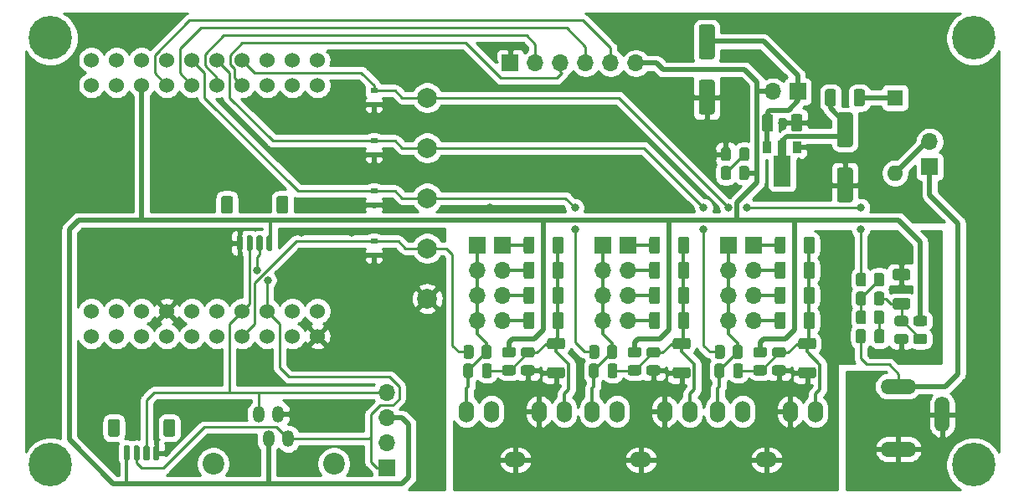
<source format=gbr>
%TF.GenerationSoftware,KiCad,Pcbnew,(5.1.10)-1*%
%TF.CreationDate,2021-09-25T08:27:25+01:00*%
%TF.ProjectId,EnergyMonitor,456e6572-6779-44d6-9f6e-69746f722e6b,v1.0*%
%TF.SameCoordinates,Original*%
%TF.FileFunction,Copper,L1,Top*%
%TF.FilePolarity,Positive*%
%FSLAX46Y46*%
G04 Gerber Fmt 4.6, Leading zero omitted, Abs format (unit mm)*
G04 Created by KiCad (PCBNEW (5.1.10)-1) date 2021-09-25 08:27:25*
%MOMM*%
%LPD*%
G01*
G04 APERTURE LIST*
%TA.AperFunction,ComponentPad*%
%ADD10C,1.524000*%
%TD*%
%TA.AperFunction,ComponentPad*%
%ADD11O,1.700000X1.700000*%
%TD*%
%TA.AperFunction,ComponentPad*%
%ADD12R,1.700000X1.700000*%
%TD*%
%TA.AperFunction,ComponentPad*%
%ADD13C,2.000000*%
%TD*%
%TA.AperFunction,ComponentPad*%
%ADD14C,4.400000*%
%TD*%
%TA.AperFunction,ComponentPad*%
%ADD15C,0.700000*%
%TD*%
%TA.AperFunction,ComponentPad*%
%ADD16O,1.524000X2.200000*%
%TD*%
%TA.AperFunction,ComponentPad*%
%ADD17O,2.200000X1.524000*%
%TD*%
%TA.AperFunction,ComponentPad*%
%ADD18O,1.524000X3.600000*%
%TD*%
%TA.AperFunction,ComponentPad*%
%ADD19O,3.600000X1.524000*%
%TD*%
%TA.AperFunction,ComponentPad*%
%ADD20O,1.600000X1.600000*%
%TD*%
%TA.AperFunction,ComponentPad*%
%ADD21R,1.600000X1.600000*%
%TD*%
%TA.AperFunction,ComponentPad*%
%ADD22O,1.200000X1.700000*%
%TD*%
%TA.AperFunction,ComponentPad*%
%ADD23C,2.200000*%
%TD*%
%TA.AperFunction,SMDPad,CuDef*%
%ADD24R,0.700000X0.600000*%
%TD*%
%TA.AperFunction,SMDPad,CuDef*%
%ADD25C,0.100000*%
%TD*%
%TA.AperFunction,SMDPad,CuDef*%
%ADD26R,0.900000X1.300000*%
%TD*%
%TA.AperFunction,ViaPad*%
%ADD27C,0.800000*%
%TD*%
%TA.AperFunction,Conductor*%
%ADD28C,0.500000*%
%TD*%
%TA.AperFunction,Conductor*%
%ADD29C,0.250000*%
%TD*%
%TA.AperFunction,Conductor*%
%ADD30C,0.375000*%
%TD*%
%TA.AperFunction,Conductor*%
%ADD31C,0.254000*%
%TD*%
%TA.AperFunction,Conductor*%
%ADD32C,0.100000*%
%TD*%
G04 APERTURE END LIST*
%TO.P,C11,2*%
%TO.N,GND*%
%TA.AperFunction,SMDPad,CuDef*%
G36*
G01*
X119147500Y-82965000D02*
X120247500Y-82965000D01*
G75*
G02*
X120497500Y-83215000I0J-250000D01*
G01*
X120497500Y-86215000D01*
G75*
G02*
X120247500Y-86465000I-250000J0D01*
G01*
X119147500Y-86465000D01*
G75*
G02*
X118897500Y-86215000I0J250000D01*
G01*
X118897500Y-83215000D01*
G75*
G02*
X119147500Y-82965000I250000J0D01*
G01*
G37*
%TD.AperFunction*%
%TO.P,C11,1*%
%TO.N,Net-(C11-Pad1)*%
%TA.AperFunction,SMDPad,CuDef*%
G36*
G01*
X119147500Y-77365000D02*
X120247500Y-77365000D01*
G75*
G02*
X120497500Y-77615000I0J-250000D01*
G01*
X120497500Y-80615000D01*
G75*
G02*
X120247500Y-80865000I-250000J0D01*
G01*
X119147500Y-80865000D01*
G75*
G02*
X118897500Y-80615000I0J250000D01*
G01*
X118897500Y-77615000D01*
G75*
G02*
X119147500Y-77365000I250000J0D01*
G01*
G37*
%TD.AperFunction*%
%TD*%
D10*
%TO.P,U1,21*%
%TO.N,N/C*%
X57467500Y-108902500D03*
%TO.P,U1,23*%
X60007500Y-108902500D03*
%TO.P,U1,25*%
X62547500Y-108902500D03*
%TO.P,U1,27*%
X65087500Y-108902500D03*
%TO.P,U1,29*%
X67627500Y-108902500D03*
%TO.P,U1,31*%
X70167500Y-108902500D03*
%TO.P,U1,33*%
%TO.N,ADC1_CH5*%
X72707500Y-108902500D03*
%TO.P,U1,35*%
%TO.N,N/C*%
X75247500Y-108902500D03*
%TO.P,U1,37*%
X77787500Y-108902500D03*
%TO.P,U1,39*%
%TO.N,GND*%
X80327500Y-108902500D03*
%TO.P,U1,22*%
%TO.N,N/C*%
X57467500Y-106362500D03*
%TO.P,U1,24*%
X60007500Y-106362500D03*
%TO.P,U1,26*%
X62547500Y-106362500D03*
%TO.P,U1,28*%
%TO.N,GND*%
X65087500Y-106362500D03*
%TO.P,U1,30*%
%TO.N,N/C*%
X67627500Y-106362500D03*
%TO.P,U1,32*%
X70167500Y-106362500D03*
%TO.P,U1,34*%
%TO.N,I2C_SDA*%
X72707500Y-106362500D03*
%TO.P,U1,36*%
%TO.N,I2C_SCL*%
X75247500Y-106362500D03*
%TO.P,U1,38*%
%TO.N,N/C*%
X77787500Y-106362500D03*
%TO.P,U1,40*%
X80327500Y-106362500D03*
%TO.P,U1,19*%
X57467500Y-80962500D03*
%TO.P,U1,17*%
X60007500Y-80962500D03*
%TO.P,U1,15*%
X62547500Y-80962500D03*
%TO.P,U1,13*%
X65087500Y-80962500D03*
%TO.P,U1,11*%
%TO.N,ADC1_CH6*%
X67627500Y-80962500D03*
%TO.P,U1,9*%
%TO.N,ADC1_CH7*%
X70167500Y-80962500D03*
%TO.P,U1,7*%
%TO.N,ADC1_CH4*%
X72707500Y-80962500D03*
%TO.P,U1,5*%
%TO.N,N/C*%
X75247500Y-80962500D03*
%TO.P,U1,3*%
X77787500Y-80962500D03*
%TO.P,U1,1*%
%TO.N,GND*%
X80327500Y-80962500D03*
%TO.P,U1,20*%
%TO.N,N/C*%
X57467500Y-83502500D03*
%TO.P,U1,18*%
X60007500Y-83502500D03*
%TO.P,U1,16*%
%TO.N,+3V3*%
X62547500Y-83502500D03*
%TO.P,U1,14*%
%TO.N,SPI_CS*%
X65087500Y-83502500D03*
%TO.P,U1,12*%
%TO.N,SPI_MOSI*%
X67627500Y-83502500D03*
%TO.P,U1,10*%
%TO.N,SPI_MISO*%
X70167500Y-83502500D03*
%TO.P,U1,8*%
%TO.N,SPI_CLK*%
X72707500Y-83502500D03*
%TO.P,U1,6*%
%TO.N,N/C*%
X75247500Y-83502500D03*
%TO.P,U1,4*%
X77787500Y-83502500D03*
%TO.P,U1,2*%
X80327500Y-83502500D03*
%TD*%
D11*
%TO.P,J17,6*%
%TO.N,+3V3*%
X112522000Y-81280000D03*
%TO.P,J17,5*%
%TO.N,SPI_CS*%
X109982000Y-81280000D03*
%TO.P,J17,4*%
%TO.N,SPI_MOSI*%
X107442000Y-81280000D03*
%TO.P,J17,3*%
%TO.N,SPI_CLK*%
X104902000Y-81280000D03*
%TO.P,J17,2*%
%TO.N,SPI_MISO*%
X102362000Y-81280000D03*
D12*
%TO.P,J17,1*%
%TO.N,GND*%
X99822000Y-81280000D03*
%TD*%
%TO.P,C1,2*%
%TO.N,GND*%
%TA.AperFunction,SMDPad,CuDef*%
G36*
G01*
X133117500Y-91855000D02*
X134217500Y-91855000D01*
G75*
G02*
X134467500Y-92105000I0J-250000D01*
G01*
X134467500Y-95105000D01*
G75*
G02*
X134217500Y-95355000I-250000J0D01*
G01*
X133117500Y-95355000D01*
G75*
G02*
X132867500Y-95105000I0J250000D01*
G01*
X132867500Y-92105000D01*
G75*
G02*
X133117500Y-91855000I250000J0D01*
G01*
G37*
%TD.AperFunction*%
%TO.P,C1,1*%
%TO.N,Net-(C1-Pad1)*%
%TA.AperFunction,SMDPad,CuDef*%
G36*
G01*
X133117500Y-86255000D02*
X134217500Y-86255000D01*
G75*
G02*
X134467500Y-86505000I0J-250000D01*
G01*
X134467500Y-89505000D01*
G75*
G02*
X134217500Y-89755000I-250000J0D01*
G01*
X133117500Y-89755000D01*
G75*
G02*
X132867500Y-89505000I0J250000D01*
G01*
X132867500Y-86505000D01*
G75*
G02*
X133117500Y-86255000I250000J0D01*
G01*
G37*
%TD.AperFunction*%
%TD*%
%TO.P,J12,MP*%
%TO.N,N/C*%
%TA.AperFunction,SMDPad,CuDef*%
G36*
G01*
X71777500Y-94947499D02*
X71777500Y-96247501D01*
G75*
G02*
X71527501Y-96497500I-249999J0D01*
G01*
X70827499Y-96497500D01*
G75*
G02*
X70577500Y-96247501I0J249999D01*
G01*
X70577500Y-94947499D01*
G75*
G02*
X70827499Y-94697500I249999J0D01*
G01*
X71527501Y-94697500D01*
G75*
G02*
X71777500Y-94947499I0J-249999D01*
G01*
G37*
%TD.AperFunction*%
%TA.AperFunction,SMDPad,CuDef*%
G36*
G01*
X77377500Y-94947499D02*
X77377500Y-96247501D01*
G75*
G02*
X77127501Y-96497500I-249999J0D01*
G01*
X76427499Y-96497500D01*
G75*
G02*
X76177500Y-96247501I0J249999D01*
G01*
X76177500Y-94947499D01*
G75*
G02*
X76427499Y-94697500I249999J0D01*
G01*
X77127501Y-94697500D01*
G75*
G02*
X77377500Y-94947499I0J-249999D01*
G01*
G37*
%TD.AperFunction*%
%TO.P,J12,4*%
%TO.N,GND*%
%TA.AperFunction,SMDPad,CuDef*%
G36*
G01*
X72777500Y-98847500D02*
X72777500Y-100097500D01*
G75*
G02*
X72627500Y-100247500I-150000J0D01*
G01*
X72327500Y-100247500D01*
G75*
G02*
X72177500Y-100097500I0J150000D01*
G01*
X72177500Y-98847500D01*
G75*
G02*
X72327500Y-98697500I150000J0D01*
G01*
X72627500Y-98697500D01*
G75*
G02*
X72777500Y-98847500I0J-150000D01*
G01*
G37*
%TD.AperFunction*%
%TO.P,J12,3*%
%TO.N,I2C_SDA*%
%TA.AperFunction,SMDPad,CuDef*%
G36*
G01*
X73777500Y-98847500D02*
X73777500Y-100097500D01*
G75*
G02*
X73627500Y-100247500I-150000J0D01*
G01*
X73327500Y-100247500D01*
G75*
G02*
X73177500Y-100097500I0J150000D01*
G01*
X73177500Y-98847500D01*
G75*
G02*
X73327500Y-98697500I150000J0D01*
G01*
X73627500Y-98697500D01*
G75*
G02*
X73777500Y-98847500I0J-150000D01*
G01*
G37*
%TD.AperFunction*%
%TO.P,J12,2*%
%TO.N,I2C_SCL*%
%TA.AperFunction,SMDPad,CuDef*%
G36*
G01*
X74777500Y-98847500D02*
X74777500Y-100097500D01*
G75*
G02*
X74627500Y-100247500I-150000J0D01*
G01*
X74327500Y-100247500D01*
G75*
G02*
X74177500Y-100097500I0J150000D01*
G01*
X74177500Y-98847500D01*
G75*
G02*
X74327500Y-98697500I150000J0D01*
G01*
X74627500Y-98697500D01*
G75*
G02*
X74777500Y-98847500I0J-150000D01*
G01*
G37*
%TD.AperFunction*%
%TO.P,J12,1*%
%TO.N,+3V3*%
%TA.AperFunction,SMDPad,CuDef*%
G36*
G01*
X75777500Y-98847500D02*
X75777500Y-100097500D01*
G75*
G02*
X75627500Y-100247500I-150000J0D01*
G01*
X75327500Y-100247500D01*
G75*
G02*
X75177500Y-100097500I0J150000D01*
G01*
X75177500Y-98847500D01*
G75*
G02*
X75327500Y-98697500I150000J0D01*
G01*
X75627500Y-98697500D01*
G75*
G02*
X75777500Y-98847500I0J-150000D01*
G01*
G37*
%TD.AperFunction*%
%TD*%
%TO.P,J14,1*%
%TO.N,+3V3*%
%TA.AperFunction,SMDPad,CuDef*%
G36*
G01*
X60747500Y-121330000D02*
X60747500Y-120080000D01*
G75*
G02*
X60897500Y-119930000I150000J0D01*
G01*
X61197500Y-119930000D01*
G75*
G02*
X61347500Y-120080000I0J-150000D01*
G01*
X61347500Y-121330000D01*
G75*
G02*
X61197500Y-121480000I-150000J0D01*
G01*
X60897500Y-121480000D01*
G75*
G02*
X60747500Y-121330000I0J150000D01*
G01*
G37*
%TD.AperFunction*%
%TO.P,J14,2*%
%TO.N,I2C_SCL*%
%TA.AperFunction,SMDPad,CuDef*%
G36*
G01*
X61747500Y-121330000D02*
X61747500Y-120080000D01*
G75*
G02*
X61897500Y-119930000I150000J0D01*
G01*
X62197500Y-119930000D01*
G75*
G02*
X62347500Y-120080000I0J-150000D01*
G01*
X62347500Y-121330000D01*
G75*
G02*
X62197500Y-121480000I-150000J0D01*
G01*
X61897500Y-121480000D01*
G75*
G02*
X61747500Y-121330000I0J150000D01*
G01*
G37*
%TD.AperFunction*%
%TO.P,J14,3*%
%TO.N,I2C_SDA*%
%TA.AperFunction,SMDPad,CuDef*%
G36*
G01*
X62747500Y-121330000D02*
X62747500Y-120080000D01*
G75*
G02*
X62897500Y-119930000I150000J0D01*
G01*
X63197500Y-119930000D01*
G75*
G02*
X63347500Y-120080000I0J-150000D01*
G01*
X63347500Y-121330000D01*
G75*
G02*
X63197500Y-121480000I-150000J0D01*
G01*
X62897500Y-121480000D01*
G75*
G02*
X62747500Y-121330000I0J150000D01*
G01*
G37*
%TD.AperFunction*%
%TO.P,J14,4*%
%TO.N,GND*%
%TA.AperFunction,SMDPad,CuDef*%
G36*
G01*
X63747500Y-121330000D02*
X63747500Y-120080000D01*
G75*
G02*
X63897500Y-119930000I150000J0D01*
G01*
X64197500Y-119930000D01*
G75*
G02*
X64347500Y-120080000I0J-150000D01*
G01*
X64347500Y-121330000D01*
G75*
G02*
X64197500Y-121480000I-150000J0D01*
G01*
X63897500Y-121480000D01*
G75*
G02*
X63747500Y-121330000I0J150000D01*
G01*
G37*
%TD.AperFunction*%
%TO.P,J14,MP*%
%TO.N,N/C*%
%TA.AperFunction,SMDPad,CuDef*%
G36*
G01*
X59147500Y-118830001D02*
X59147500Y-117529999D01*
G75*
G02*
X59397499Y-117280000I249999J0D01*
G01*
X60097501Y-117280000D01*
G75*
G02*
X60347500Y-117529999I0J-249999D01*
G01*
X60347500Y-118830001D01*
G75*
G02*
X60097501Y-119080000I-249999J0D01*
G01*
X59397499Y-119080000D01*
G75*
G02*
X59147500Y-118830001I0J249999D01*
G01*
G37*
%TD.AperFunction*%
%TA.AperFunction,SMDPad,CuDef*%
G36*
G01*
X64747500Y-118830001D02*
X64747500Y-117529999D01*
G75*
G02*
X64997499Y-117280000I249999J0D01*
G01*
X65697501Y-117280000D01*
G75*
G02*
X65947500Y-117529999I0J-249999D01*
G01*
X65947500Y-118830001D01*
G75*
G02*
X65697501Y-119080000I-249999J0D01*
G01*
X64997499Y-119080000D01*
G75*
G02*
X64747500Y-118830001I0J249999D01*
G01*
G37*
%TD.AperFunction*%
%TD*%
%TO.P,R14,2*%
%TO.N,Net-(D6-Pad2)*%
%TA.AperFunction,SMDPad,CuDef*%
G36*
G01*
X122155000Y-91942498D02*
X122155000Y-92842502D01*
G75*
G02*
X121905002Y-93092500I-249998J0D01*
G01*
X121379998Y-93092500D01*
G75*
G02*
X121130000Y-92842502I0J249998D01*
G01*
X121130000Y-91942498D01*
G75*
G02*
X121379998Y-91692500I249998J0D01*
G01*
X121905002Y-91692500D01*
G75*
G02*
X122155000Y-91942498I0J-249998D01*
G01*
G37*
%TD.AperFunction*%
%TO.P,R14,1*%
%TO.N,+3V3*%
%TA.AperFunction,SMDPad,CuDef*%
G36*
G01*
X123980000Y-91942498D02*
X123980000Y-92842502D01*
G75*
G02*
X123730002Y-93092500I-249998J0D01*
G01*
X123204998Y-93092500D01*
G75*
G02*
X122955000Y-92842502I0J249998D01*
G01*
X122955000Y-91942498D01*
G75*
G02*
X123204998Y-91692500I249998J0D01*
G01*
X123730002Y-91692500D01*
G75*
G02*
X123980000Y-91942498I0J-249998D01*
G01*
G37*
%TD.AperFunction*%
%TD*%
%TO.P,D6,2*%
%TO.N,Net-(D6-Pad2)*%
%TA.AperFunction,SMDPad,CuDef*%
G36*
G01*
X123005000Y-90943750D02*
X123005000Y-90031250D01*
G75*
G02*
X123248750Y-89787500I243750J0D01*
G01*
X123736250Y-89787500D01*
G75*
G02*
X123980000Y-90031250I0J-243750D01*
G01*
X123980000Y-90943750D01*
G75*
G02*
X123736250Y-91187500I-243750J0D01*
G01*
X123248750Y-91187500D01*
G75*
G02*
X123005000Y-90943750I0J243750D01*
G01*
G37*
%TD.AperFunction*%
%TO.P,D6,1*%
%TO.N,GND*%
%TA.AperFunction,SMDPad,CuDef*%
G36*
G01*
X121130000Y-90943750D02*
X121130000Y-90031250D01*
G75*
G02*
X121373750Y-89787500I243750J0D01*
G01*
X121861250Y-89787500D01*
G75*
G02*
X122105000Y-90031250I0J-243750D01*
G01*
X122105000Y-90943750D01*
G75*
G02*
X121861250Y-91187500I-243750J0D01*
G01*
X121373750Y-91187500D01*
G75*
G02*
X121130000Y-90943750I0J243750D01*
G01*
G37*
%TD.AperFunction*%
%TD*%
D13*
%TO.P,TP5,1*%
%TO.N,GND*%
X91440000Y-105092500D03*
%TD*%
%TO.P,TP4,1*%
%TO.N,ADC1_CH4*%
X91440000Y-84772500D03*
%TD*%
%TO.P,TP3,1*%
%TO.N,ADC1_CH7*%
X91440000Y-89852500D03*
%TD*%
%TO.P,TP2,1*%
%TO.N,ADC1_CH6*%
X91440000Y-94932500D03*
%TD*%
%TO.P,TP1,1*%
%TO.N,ADC1_CH5*%
X91440000Y-100012500D03*
%TD*%
D11*
%TO.P,J11,2*%
%TO.N,Net-(D1-Pad2)*%
X142240000Y-89217500D03*
D12*
%TO.P,J11,1*%
%TO.N,9V_AC*%
X142240000Y-91757500D03*
%TD*%
D14*
%TO.P,H4,1*%
%TO.N,N/C*%
X146685000Y-121920000D03*
D15*
X148335000Y-121920000D03*
X147851726Y-123086726D03*
X146685000Y-123570000D03*
X145518274Y-123086726D03*
X145035000Y-121920000D03*
X145518274Y-120753274D03*
X146685000Y-120270000D03*
X147851726Y-120753274D03*
%TD*%
D14*
%TO.P,H3,1*%
%TO.N,N/C*%
X53340000Y-121920000D03*
D15*
X54990000Y-121920000D03*
X54506726Y-123086726D03*
X53340000Y-123570000D03*
X52173274Y-123086726D03*
X51690000Y-121920000D03*
X52173274Y-120753274D03*
X53340000Y-120270000D03*
X54506726Y-120753274D03*
%TD*%
D14*
%TO.P,H2,1*%
%TO.N,N/C*%
X53340000Y-78740000D03*
D15*
X54990000Y-78740000D03*
X54506726Y-79906726D03*
X53340000Y-80390000D03*
X52173274Y-79906726D03*
X51690000Y-78740000D03*
X52173274Y-77573274D03*
X53340000Y-77090000D03*
X54506726Y-77573274D03*
%TD*%
D14*
%TO.P,H1,1*%
%TO.N,N/C*%
X146685000Y-78740000D03*
D15*
X148335000Y-78740000D03*
X147851726Y-79906726D03*
X146685000Y-80390000D03*
X145518274Y-79906726D03*
X145035000Y-78740000D03*
X145518274Y-77573274D03*
X146685000Y-77090000D03*
X147851726Y-77573274D03*
%TD*%
D16*
%TO.P,J10,TN*%
%TO.N,GNDA*%
X128143000Y-116522500D03*
D17*
%TO.P,J10,S*%
X125730000Y-121412000D03*
D16*
%TO.P,J10,T*%
%TO.N,TB3*%
X130683000Y-116522500D03*
%TO.P,J10,RN*%
%TO.N,N/C*%
X123317000Y-116522500D03*
%TO.P,J10,R*%
%TO.N,RB3*%
X120777000Y-116522500D03*
%TD*%
%TO.P,J8,TN*%
%TO.N,GNDA*%
X115443000Y-116522500D03*
D17*
%TO.P,J8,S*%
X113030000Y-121412000D03*
D16*
%TO.P,J8,T*%
%TO.N,TB2*%
X117983000Y-116522500D03*
%TO.P,J8,RN*%
%TO.N,N/C*%
X110617000Y-116522500D03*
%TO.P,J8,R*%
%TO.N,RB2*%
X108077000Y-116522500D03*
%TD*%
%TO.P,J9,TN*%
%TO.N,GNDA*%
X102743000Y-116522500D03*
D17*
%TO.P,J9,S*%
X100330000Y-121412000D03*
D16*
%TO.P,J9,T*%
%TO.N,TB1*%
X105283000Y-116522500D03*
%TO.P,J9,RN*%
%TO.N,N/C*%
X97917000Y-116522500D03*
%TO.P,J9,R*%
%TO.N,RB1*%
X95377000Y-116522500D03*
%TD*%
D18*
%TO.P,J13,3*%
%TO.N,GND*%
X143510000Y-116840000D03*
D19*
%TO.P,J13,2*%
X139065000Y-120332500D03*
%TO.P,J13,1*%
%TO.N,9V_AC*%
X139065000Y-113982500D03*
%TD*%
D20*
%TO.P,D1,2*%
%TO.N,Net-(D1-Pad2)*%
X138747500Y-92392500D03*
D21*
%TO.P,D1,1*%
%TO.N,Net-(D1-Pad1)*%
X138747500Y-84772500D03*
%TD*%
%TO.P,R13,2*%
%TO.N,Net-(J6-Pad1)*%
%TA.AperFunction,SMDPad,CuDef*%
G36*
G01*
X127687500Y-99069997D02*
X127687500Y-100320003D01*
G75*
G02*
X127437503Y-100570000I-249997J0D01*
G01*
X126812497Y-100570000D01*
G75*
G02*
X126562500Y-100320003I0J249997D01*
G01*
X126562500Y-99069997D01*
G75*
G02*
X126812497Y-98820000I249997J0D01*
G01*
X127437503Y-98820000D01*
G75*
G02*
X127687500Y-99069997I0J-249997D01*
G01*
G37*
%TD.AperFunction*%
%TO.P,R13,1*%
%TO.N,TB3*%
%TA.AperFunction,SMDPad,CuDef*%
G36*
G01*
X130612500Y-99069997D02*
X130612500Y-100320003D01*
G75*
G02*
X130362503Y-100570000I-249997J0D01*
G01*
X129737497Y-100570000D01*
G75*
G02*
X129487500Y-100320003I0J249997D01*
G01*
X129487500Y-99069997D01*
G75*
G02*
X129737497Y-98820000I249997J0D01*
G01*
X130362503Y-98820000D01*
G75*
G02*
X130612500Y-99069997I0J-249997D01*
G01*
G37*
%TD.AperFunction*%
%TD*%
%TO.P,R12,2*%
%TO.N,Net-(J6-Pad2)*%
%TA.AperFunction,SMDPad,CuDef*%
G36*
G01*
X127687500Y-101609997D02*
X127687500Y-102860003D01*
G75*
G02*
X127437503Y-103110000I-249997J0D01*
G01*
X126812497Y-103110000D01*
G75*
G02*
X126562500Y-102860003I0J249997D01*
G01*
X126562500Y-101609997D01*
G75*
G02*
X126812497Y-101360000I249997J0D01*
G01*
X127437503Y-101360000D01*
G75*
G02*
X127687500Y-101609997I0J-249997D01*
G01*
G37*
%TD.AperFunction*%
%TO.P,R12,1*%
%TO.N,TB3*%
%TA.AperFunction,SMDPad,CuDef*%
G36*
G01*
X130612500Y-101609997D02*
X130612500Y-102860003D01*
G75*
G02*
X130362503Y-103110000I-249997J0D01*
G01*
X129737497Y-103110000D01*
G75*
G02*
X129487500Y-102860003I0J249997D01*
G01*
X129487500Y-101609997D01*
G75*
G02*
X129737497Y-101360000I249997J0D01*
G01*
X130362503Y-101360000D01*
G75*
G02*
X130612500Y-101609997I0J-249997D01*
G01*
G37*
%TD.AperFunction*%
%TD*%
%TO.P,R11,2*%
%TO.N,Net-(J6-Pad3)*%
%TA.AperFunction,SMDPad,CuDef*%
G36*
G01*
X127687500Y-104149997D02*
X127687500Y-105400003D01*
G75*
G02*
X127437503Y-105650000I-249997J0D01*
G01*
X126812497Y-105650000D01*
G75*
G02*
X126562500Y-105400003I0J249997D01*
G01*
X126562500Y-104149997D01*
G75*
G02*
X126812497Y-103900000I249997J0D01*
G01*
X127437503Y-103900000D01*
G75*
G02*
X127687500Y-104149997I0J-249997D01*
G01*
G37*
%TD.AperFunction*%
%TO.P,R11,1*%
%TO.N,TB3*%
%TA.AperFunction,SMDPad,CuDef*%
G36*
G01*
X130612500Y-104149997D02*
X130612500Y-105400003D01*
G75*
G02*
X130362503Y-105650000I-249997J0D01*
G01*
X129737497Y-105650000D01*
G75*
G02*
X129487500Y-105400003I0J249997D01*
G01*
X129487500Y-104149997D01*
G75*
G02*
X129737497Y-103900000I249997J0D01*
G01*
X130362503Y-103900000D01*
G75*
G02*
X130612500Y-104149997I0J-249997D01*
G01*
G37*
%TD.AperFunction*%
%TD*%
%TO.P,R10,2*%
%TO.N,Net-(J6-Pad4)*%
%TA.AperFunction,SMDPad,CuDef*%
G36*
G01*
X127687500Y-106689997D02*
X127687500Y-107940003D01*
G75*
G02*
X127437503Y-108190000I-249997J0D01*
G01*
X126812497Y-108190000D01*
G75*
G02*
X126562500Y-107940003I0J249997D01*
G01*
X126562500Y-106689997D01*
G75*
G02*
X126812497Y-106440000I249997J0D01*
G01*
X127437503Y-106440000D01*
G75*
G02*
X127687500Y-106689997I0J-249997D01*
G01*
G37*
%TD.AperFunction*%
%TO.P,R10,1*%
%TO.N,TB3*%
%TA.AperFunction,SMDPad,CuDef*%
G36*
G01*
X130612500Y-106689997D02*
X130612500Y-107940003D01*
G75*
G02*
X130362503Y-108190000I-249997J0D01*
G01*
X129737497Y-108190000D01*
G75*
G02*
X129487500Y-107940003I0J249997D01*
G01*
X129487500Y-106689997D01*
G75*
G02*
X129737497Y-106440000I249997J0D01*
G01*
X130362503Y-106440000D01*
G75*
G02*
X130612500Y-106689997I0J-249997D01*
G01*
G37*
%TD.AperFunction*%
%TD*%
%TO.P,R9,2*%
%TO.N,Net-(J5-Pad1)*%
%TA.AperFunction,SMDPad,CuDef*%
G36*
G01*
X114987500Y-99069997D02*
X114987500Y-100320003D01*
G75*
G02*
X114737503Y-100570000I-249997J0D01*
G01*
X114112497Y-100570000D01*
G75*
G02*
X113862500Y-100320003I0J249997D01*
G01*
X113862500Y-99069997D01*
G75*
G02*
X114112497Y-98820000I249997J0D01*
G01*
X114737503Y-98820000D01*
G75*
G02*
X114987500Y-99069997I0J-249997D01*
G01*
G37*
%TD.AperFunction*%
%TO.P,R9,1*%
%TO.N,TB2*%
%TA.AperFunction,SMDPad,CuDef*%
G36*
G01*
X117912500Y-99069997D02*
X117912500Y-100320003D01*
G75*
G02*
X117662503Y-100570000I-249997J0D01*
G01*
X117037497Y-100570000D01*
G75*
G02*
X116787500Y-100320003I0J249997D01*
G01*
X116787500Y-99069997D01*
G75*
G02*
X117037497Y-98820000I249997J0D01*
G01*
X117662503Y-98820000D01*
G75*
G02*
X117912500Y-99069997I0J-249997D01*
G01*
G37*
%TD.AperFunction*%
%TD*%
%TO.P,R8,2*%
%TO.N,Net-(J5-Pad2)*%
%TA.AperFunction,SMDPad,CuDef*%
G36*
G01*
X114987500Y-101609997D02*
X114987500Y-102860003D01*
G75*
G02*
X114737503Y-103110000I-249997J0D01*
G01*
X114112497Y-103110000D01*
G75*
G02*
X113862500Y-102860003I0J249997D01*
G01*
X113862500Y-101609997D01*
G75*
G02*
X114112497Y-101360000I249997J0D01*
G01*
X114737503Y-101360000D01*
G75*
G02*
X114987500Y-101609997I0J-249997D01*
G01*
G37*
%TD.AperFunction*%
%TO.P,R8,1*%
%TO.N,TB2*%
%TA.AperFunction,SMDPad,CuDef*%
G36*
G01*
X117912500Y-101609997D02*
X117912500Y-102860003D01*
G75*
G02*
X117662503Y-103110000I-249997J0D01*
G01*
X117037497Y-103110000D01*
G75*
G02*
X116787500Y-102860003I0J249997D01*
G01*
X116787500Y-101609997D01*
G75*
G02*
X117037497Y-101360000I249997J0D01*
G01*
X117662503Y-101360000D01*
G75*
G02*
X117912500Y-101609997I0J-249997D01*
G01*
G37*
%TD.AperFunction*%
%TD*%
%TO.P,R7,2*%
%TO.N,Net-(J5-Pad3)*%
%TA.AperFunction,SMDPad,CuDef*%
G36*
G01*
X114987500Y-104149997D02*
X114987500Y-105400003D01*
G75*
G02*
X114737503Y-105650000I-249997J0D01*
G01*
X114112497Y-105650000D01*
G75*
G02*
X113862500Y-105400003I0J249997D01*
G01*
X113862500Y-104149997D01*
G75*
G02*
X114112497Y-103900000I249997J0D01*
G01*
X114737503Y-103900000D01*
G75*
G02*
X114987500Y-104149997I0J-249997D01*
G01*
G37*
%TD.AperFunction*%
%TO.P,R7,1*%
%TO.N,TB2*%
%TA.AperFunction,SMDPad,CuDef*%
G36*
G01*
X117912500Y-104149997D02*
X117912500Y-105400003D01*
G75*
G02*
X117662503Y-105650000I-249997J0D01*
G01*
X117037497Y-105650000D01*
G75*
G02*
X116787500Y-105400003I0J249997D01*
G01*
X116787500Y-104149997D01*
G75*
G02*
X117037497Y-103900000I249997J0D01*
G01*
X117662503Y-103900000D01*
G75*
G02*
X117912500Y-104149997I0J-249997D01*
G01*
G37*
%TD.AperFunction*%
%TD*%
%TO.P,R6,2*%
%TO.N,Net-(J5-Pad4)*%
%TA.AperFunction,SMDPad,CuDef*%
G36*
G01*
X114987500Y-106689997D02*
X114987500Y-107940003D01*
G75*
G02*
X114737503Y-108190000I-249997J0D01*
G01*
X114112497Y-108190000D01*
G75*
G02*
X113862500Y-107940003I0J249997D01*
G01*
X113862500Y-106689997D01*
G75*
G02*
X114112497Y-106440000I249997J0D01*
G01*
X114737503Y-106440000D01*
G75*
G02*
X114987500Y-106689997I0J-249997D01*
G01*
G37*
%TD.AperFunction*%
%TO.P,R6,1*%
%TO.N,TB2*%
%TA.AperFunction,SMDPad,CuDef*%
G36*
G01*
X117912500Y-106689997D02*
X117912500Y-107940003D01*
G75*
G02*
X117662503Y-108190000I-249997J0D01*
G01*
X117037497Y-108190000D01*
G75*
G02*
X116787500Y-107940003I0J249997D01*
G01*
X116787500Y-106689997D01*
G75*
G02*
X117037497Y-106440000I249997J0D01*
G01*
X117662503Y-106440000D01*
G75*
G02*
X117912500Y-106689997I0J-249997D01*
G01*
G37*
%TD.AperFunction*%
%TD*%
D11*
%TO.P,J6,4*%
%TO.N,Net-(J6-Pad4)*%
X124460000Y-107315000D03*
%TO.P,J6,3*%
%TO.N,Net-(J6-Pad3)*%
X124460000Y-104775000D03*
%TO.P,J6,2*%
%TO.N,Net-(J6-Pad2)*%
X124460000Y-102235000D03*
D12*
%TO.P,J6,1*%
%TO.N,Net-(J6-Pad1)*%
X124460000Y-99695000D03*
%TD*%
D11*
%TO.P,J5,4*%
%TO.N,Net-(J5-Pad4)*%
X111760000Y-107315000D03*
%TO.P,J5,3*%
%TO.N,Net-(J5-Pad3)*%
X111760000Y-104775000D03*
%TO.P,J5,2*%
%TO.N,Net-(J5-Pad2)*%
X111760000Y-102235000D03*
D12*
%TO.P,J5,1*%
%TO.N,Net-(J5-Pad1)*%
X111760000Y-99695000D03*
%TD*%
D11*
%TO.P,J3,4*%
%TO.N,RB3*%
X121920000Y-107315000D03*
%TO.P,J3,3*%
X121920000Y-104775000D03*
%TO.P,J3,2*%
X121920000Y-102235000D03*
D12*
%TO.P,J3,1*%
X121920000Y-99695000D03*
%TD*%
D11*
%TO.P,J2,4*%
%TO.N,RB2*%
X109220000Y-107315000D03*
%TO.P,J2,3*%
X109220000Y-104775000D03*
%TO.P,J2,2*%
X109220000Y-102235000D03*
D12*
%TO.P,J2,1*%
X109220000Y-99695000D03*
%TD*%
%TO.P,R5,2*%
%TO.N,Net-(J4-Pad1)*%
%TA.AperFunction,SMDPad,CuDef*%
G36*
G01*
X102287500Y-99069997D02*
X102287500Y-100320003D01*
G75*
G02*
X102037503Y-100570000I-249997J0D01*
G01*
X101412497Y-100570000D01*
G75*
G02*
X101162500Y-100320003I0J249997D01*
G01*
X101162500Y-99069997D01*
G75*
G02*
X101412497Y-98820000I249997J0D01*
G01*
X102037503Y-98820000D01*
G75*
G02*
X102287500Y-99069997I0J-249997D01*
G01*
G37*
%TD.AperFunction*%
%TO.P,R5,1*%
%TO.N,TB1*%
%TA.AperFunction,SMDPad,CuDef*%
G36*
G01*
X105212500Y-99069997D02*
X105212500Y-100320003D01*
G75*
G02*
X104962503Y-100570000I-249997J0D01*
G01*
X104337497Y-100570000D01*
G75*
G02*
X104087500Y-100320003I0J249997D01*
G01*
X104087500Y-99069997D01*
G75*
G02*
X104337497Y-98820000I249997J0D01*
G01*
X104962503Y-98820000D01*
G75*
G02*
X105212500Y-99069997I0J-249997D01*
G01*
G37*
%TD.AperFunction*%
%TD*%
%TO.P,R4,2*%
%TO.N,Net-(J4-Pad2)*%
%TA.AperFunction,SMDPad,CuDef*%
G36*
G01*
X102287500Y-101609997D02*
X102287500Y-102860003D01*
G75*
G02*
X102037503Y-103110000I-249997J0D01*
G01*
X101412497Y-103110000D01*
G75*
G02*
X101162500Y-102860003I0J249997D01*
G01*
X101162500Y-101609997D01*
G75*
G02*
X101412497Y-101360000I249997J0D01*
G01*
X102037503Y-101360000D01*
G75*
G02*
X102287500Y-101609997I0J-249997D01*
G01*
G37*
%TD.AperFunction*%
%TO.P,R4,1*%
%TO.N,TB1*%
%TA.AperFunction,SMDPad,CuDef*%
G36*
G01*
X105212500Y-101609997D02*
X105212500Y-102860003D01*
G75*
G02*
X104962503Y-103110000I-249997J0D01*
G01*
X104337497Y-103110000D01*
G75*
G02*
X104087500Y-102860003I0J249997D01*
G01*
X104087500Y-101609997D01*
G75*
G02*
X104337497Y-101360000I249997J0D01*
G01*
X104962503Y-101360000D01*
G75*
G02*
X105212500Y-101609997I0J-249997D01*
G01*
G37*
%TD.AperFunction*%
%TD*%
%TO.P,R3,2*%
%TO.N,Net-(J4-Pad3)*%
%TA.AperFunction,SMDPad,CuDef*%
G36*
G01*
X102287500Y-104149997D02*
X102287500Y-105400003D01*
G75*
G02*
X102037503Y-105650000I-249997J0D01*
G01*
X101412497Y-105650000D01*
G75*
G02*
X101162500Y-105400003I0J249997D01*
G01*
X101162500Y-104149997D01*
G75*
G02*
X101412497Y-103900000I249997J0D01*
G01*
X102037503Y-103900000D01*
G75*
G02*
X102287500Y-104149997I0J-249997D01*
G01*
G37*
%TD.AperFunction*%
%TO.P,R3,1*%
%TO.N,TB1*%
%TA.AperFunction,SMDPad,CuDef*%
G36*
G01*
X105212500Y-104149997D02*
X105212500Y-105400003D01*
G75*
G02*
X104962503Y-105650000I-249997J0D01*
G01*
X104337497Y-105650000D01*
G75*
G02*
X104087500Y-105400003I0J249997D01*
G01*
X104087500Y-104149997D01*
G75*
G02*
X104337497Y-103900000I249997J0D01*
G01*
X104962503Y-103900000D01*
G75*
G02*
X105212500Y-104149997I0J-249997D01*
G01*
G37*
%TD.AperFunction*%
%TD*%
%TO.P,R2,2*%
%TO.N,Net-(J4-Pad4)*%
%TA.AperFunction,SMDPad,CuDef*%
G36*
G01*
X102287500Y-106689997D02*
X102287500Y-107940003D01*
G75*
G02*
X102037503Y-108190000I-249997J0D01*
G01*
X101412497Y-108190000D01*
G75*
G02*
X101162500Y-107940003I0J249997D01*
G01*
X101162500Y-106689997D01*
G75*
G02*
X101412497Y-106440000I249997J0D01*
G01*
X102037503Y-106440000D01*
G75*
G02*
X102287500Y-106689997I0J-249997D01*
G01*
G37*
%TD.AperFunction*%
%TO.P,R2,1*%
%TO.N,TB1*%
%TA.AperFunction,SMDPad,CuDef*%
G36*
G01*
X105212500Y-106689997D02*
X105212500Y-107940003D01*
G75*
G02*
X104962503Y-108190000I-249997J0D01*
G01*
X104337497Y-108190000D01*
G75*
G02*
X104087500Y-107940003I0J249997D01*
G01*
X104087500Y-106689997D01*
G75*
G02*
X104337497Y-106440000I249997J0D01*
G01*
X104962503Y-106440000D01*
G75*
G02*
X105212500Y-106689997I0J-249997D01*
G01*
G37*
%TD.AperFunction*%
%TD*%
D11*
%TO.P,J4,4*%
%TO.N,Net-(J4-Pad4)*%
X99060000Y-107315000D03*
%TO.P,J4,3*%
%TO.N,Net-(J4-Pad3)*%
X99060000Y-104775000D03*
%TO.P,J4,2*%
%TO.N,Net-(J4-Pad2)*%
X99060000Y-102235000D03*
D12*
%TO.P,J4,1*%
%TO.N,Net-(J4-Pad1)*%
X99060000Y-99695000D03*
%TD*%
D11*
%TO.P,J1,4*%
%TO.N,RB1*%
X96520000Y-107315000D03*
%TO.P,J1,3*%
X96520000Y-104775000D03*
%TO.P,J1,2*%
X96520000Y-102235000D03*
D12*
%TO.P,J1,1*%
X96520000Y-99695000D03*
%TD*%
%TO.P,R1,2*%
%TO.N,Net-(D1-Pad1)*%
%TA.AperFunction,SMDPad,CuDef*%
G36*
G01*
X134567500Y-85397503D02*
X134567500Y-84147497D01*
G75*
G02*
X134817497Y-83897500I249997J0D01*
G01*
X135442503Y-83897500D01*
G75*
G02*
X135692500Y-84147497I0J-249997D01*
G01*
X135692500Y-85397503D01*
G75*
G02*
X135442503Y-85647500I-249997J0D01*
G01*
X134817497Y-85647500D01*
G75*
G02*
X134567500Y-85397503I0J249997D01*
G01*
G37*
%TD.AperFunction*%
%TO.P,R1,1*%
%TO.N,Net-(C1-Pad1)*%
%TA.AperFunction,SMDPad,CuDef*%
G36*
G01*
X131642500Y-85397503D02*
X131642500Y-84147497D01*
G75*
G02*
X131892497Y-83897500I249997J0D01*
G01*
X132517503Y-83897500D01*
G75*
G02*
X132767500Y-84147497I0J-249997D01*
G01*
X132767500Y-85397503D01*
G75*
G02*
X132517503Y-85647500I-249997J0D01*
G01*
X131892497Y-85647500D01*
G75*
G02*
X131642500Y-85397503I0J249997D01*
G01*
G37*
%TD.AperFunction*%
%TD*%
D22*
%TO.P,J16,4*%
%TO.N,I2C_SDA*%
X74382500Y-116785000D03*
%TO.P,J16,3*%
%TO.N,+3V3*%
X75382500Y-119285000D03*
%TO.P,J16,2*%
%TO.N,GND*%
X76382500Y-116785000D03*
%TO.P,J16,1*%
%TO.N,I2C_SCL*%
X77382500Y-119285000D03*
D23*
%TO.P,J16,*%
%TO.N,*%
X69782500Y-121785000D03*
X81982500Y-121785000D03*
%TD*%
%TO.P,R18,2*%
%TO.N,RB3*%
%TA.AperFunction,SMDPad,CuDef*%
G36*
G01*
X122320000Y-110940002D02*
X122320000Y-110039998D01*
G75*
G02*
X122569998Y-109790000I249998J0D01*
G01*
X123095002Y-109790000D01*
G75*
G02*
X123345000Y-110039998I0J-249998D01*
G01*
X123345000Y-110940002D01*
G75*
G02*
X123095002Y-111190000I-249998J0D01*
G01*
X122569998Y-111190000D01*
G75*
G02*
X122320000Y-110940002I0J249998D01*
G01*
G37*
%TD.AperFunction*%
%TO.P,R18,1*%
%TO.N,ADC1_CH7*%
%TA.AperFunction,SMDPad,CuDef*%
G36*
G01*
X120495000Y-110940002D02*
X120495000Y-110039998D01*
G75*
G02*
X120744998Y-109790000I249998J0D01*
G01*
X121270002Y-109790000D01*
G75*
G02*
X121520000Y-110039998I0J-249998D01*
G01*
X121520000Y-110940002D01*
G75*
G02*
X121270002Y-111190000I-249998J0D01*
G01*
X120744998Y-111190000D01*
G75*
G02*
X120495000Y-110940002I0J249998D01*
G01*
G37*
%TD.AperFunction*%
%TD*%
D24*
%TO.P,D5,1*%
%TO.N,ADC1_CH4*%
X86042500Y-84072500D03*
%TO.P,D5,2*%
%TO.N,GND*%
X86042500Y-85472500D03*
%TD*%
%TA.AperFunction,SMDPad,CuDef*%
D25*
%TO.P,U2,2*%
%TO.N,Net-(C1-Pad1)*%
G36*
X126451000Y-93740000D02*
G01*
X126451000Y-90615000D01*
X126867500Y-90615000D01*
X126867500Y-89140000D01*
X127767500Y-89140000D01*
X127767500Y-90615000D01*
X128184000Y-90615000D01*
X128184000Y-93740000D01*
X126451000Y-93740000D01*
G37*
%TD.AperFunction*%
D26*
%TO.P,U2,3*%
%TO.N,Net-(C11-Pad1)*%
X125817500Y-89790000D03*
%TO.P,U2,1*%
%TO.N,GND*%
X128817500Y-89790000D03*
%TD*%
%TO.P,R29,2*%
%TO.N,GNDA*%
%TA.AperFunction,SMDPad,CuDef*%
G36*
G01*
X138932498Y-108667500D02*
X139832502Y-108667500D01*
G75*
G02*
X140082500Y-108917498I0J-249998D01*
G01*
X140082500Y-109442502D01*
G75*
G02*
X139832502Y-109692500I-249998J0D01*
G01*
X138932498Y-109692500D01*
G75*
G02*
X138682500Y-109442502I0J249998D01*
G01*
X138682500Y-108917498D01*
G75*
G02*
X138932498Y-108667500I249998J0D01*
G01*
G37*
%TD.AperFunction*%
%TO.P,R29,1*%
%TO.N,Net-(C10-Pad1)*%
%TA.AperFunction,SMDPad,CuDef*%
G36*
G01*
X138932498Y-106842500D02*
X139832502Y-106842500D01*
G75*
G02*
X140082500Y-107092498I0J-249998D01*
G01*
X140082500Y-107617502D01*
G75*
G02*
X139832502Y-107867500I-249998J0D01*
G01*
X138932498Y-107867500D01*
G75*
G02*
X138682500Y-107617502I0J249998D01*
G01*
X138682500Y-107092498D01*
G75*
G02*
X138932498Y-106842500I249998J0D01*
G01*
G37*
%TD.AperFunction*%
%TD*%
%TO.P,R28,1*%
%TO.N,+3V3*%
%TA.AperFunction,SMDPad,CuDef*%
G36*
G01*
X140837498Y-106842500D02*
X141737502Y-106842500D01*
G75*
G02*
X141987500Y-107092498I0J-249998D01*
G01*
X141987500Y-107617502D01*
G75*
G02*
X141737502Y-107867500I-249998J0D01*
G01*
X140837498Y-107867500D01*
G75*
G02*
X140587500Y-107617502I0J249998D01*
G01*
X140587500Y-107092498D01*
G75*
G02*
X140837498Y-106842500I249998J0D01*
G01*
G37*
%TD.AperFunction*%
%TO.P,R28,2*%
%TO.N,Net-(C10-Pad1)*%
%TA.AperFunction,SMDPad,CuDef*%
G36*
G01*
X140837498Y-108667500D02*
X141737502Y-108667500D01*
G75*
G02*
X141987500Y-108917498I0J-249998D01*
G01*
X141987500Y-109442502D01*
G75*
G02*
X141737502Y-109692500I-249998J0D01*
G01*
X140837498Y-109692500D01*
G75*
G02*
X140587500Y-109442502I0J249998D01*
G01*
X140587500Y-108917498D01*
G75*
G02*
X140837498Y-108667500I249998J0D01*
G01*
G37*
%TD.AperFunction*%
%TD*%
%TO.P,R27,2*%
%TO.N,Net-(C10-Pad1)*%
%TA.AperFunction,SMDPad,CuDef*%
G36*
G01*
X136607500Y-105542502D02*
X136607500Y-104642498D01*
G75*
G02*
X136857498Y-104392500I249998J0D01*
G01*
X137382502Y-104392500D01*
G75*
G02*
X137632500Y-104642498I0J-249998D01*
G01*
X137632500Y-105542502D01*
G75*
G02*
X137382502Y-105792500I-249998J0D01*
G01*
X136857498Y-105792500D01*
G75*
G02*
X136607500Y-105542502I0J249998D01*
G01*
G37*
%TD.AperFunction*%
%TO.P,R27,1*%
%TO.N,Net-(R25-Pad2)*%
%TA.AperFunction,SMDPad,CuDef*%
G36*
G01*
X134782500Y-105542502D02*
X134782500Y-104642498D01*
G75*
G02*
X135032498Y-104392500I249998J0D01*
G01*
X135557502Y-104392500D01*
G75*
G02*
X135807500Y-104642498I0J-249998D01*
G01*
X135807500Y-105542502D01*
G75*
G02*
X135557502Y-105792500I-249998J0D01*
G01*
X135032498Y-105792500D01*
G75*
G02*
X134782500Y-105542502I0J249998D01*
G01*
G37*
%TD.AperFunction*%
%TD*%
%TO.P,R26,2*%
%TO.N,Net-(R25-Pad2)*%
%TA.AperFunction,SMDPad,CuDef*%
G36*
G01*
X136607500Y-103637502D02*
X136607500Y-102737498D01*
G75*
G02*
X136857498Y-102487500I249998J0D01*
G01*
X137382502Y-102487500D01*
G75*
G02*
X137632500Y-102737498I0J-249998D01*
G01*
X137632500Y-103637502D01*
G75*
G02*
X137382502Y-103887500I-249998J0D01*
G01*
X136857498Y-103887500D01*
G75*
G02*
X136607500Y-103637502I0J249998D01*
G01*
G37*
%TD.AperFunction*%
%TO.P,R26,1*%
%TO.N,ADC1_CH4*%
%TA.AperFunction,SMDPad,CuDef*%
G36*
G01*
X134782500Y-103637502D02*
X134782500Y-102737498D01*
G75*
G02*
X135032498Y-102487500I249998J0D01*
G01*
X135557502Y-102487500D01*
G75*
G02*
X135807500Y-102737498I0J-249998D01*
G01*
X135807500Y-103637502D01*
G75*
G02*
X135557502Y-103887500I-249998J0D01*
G01*
X135032498Y-103887500D01*
G75*
G02*
X134782500Y-103637502I0J249998D01*
G01*
G37*
%TD.AperFunction*%
%TD*%
%TO.P,R25,2*%
%TO.N,Net-(R25-Pad2)*%
%TA.AperFunction,SMDPad,CuDef*%
G36*
G01*
X135807500Y-106547498D02*
X135807500Y-107447502D01*
G75*
G02*
X135557502Y-107697500I-249998J0D01*
G01*
X135032498Y-107697500D01*
G75*
G02*
X134782500Y-107447502I0J249998D01*
G01*
X134782500Y-106547498D01*
G75*
G02*
X135032498Y-106297500I249998J0D01*
G01*
X135557502Y-106297500D01*
G75*
G02*
X135807500Y-106547498I0J-249998D01*
G01*
G37*
%TD.AperFunction*%
%TO.P,R25,1*%
%TO.N,Net-(C9-Pad1)*%
%TA.AperFunction,SMDPad,CuDef*%
G36*
G01*
X137632500Y-106547498D02*
X137632500Y-107447502D01*
G75*
G02*
X137382502Y-107697500I-249998J0D01*
G01*
X136857498Y-107697500D01*
G75*
G02*
X136607500Y-107447502I0J249998D01*
G01*
X136607500Y-106547498D01*
G75*
G02*
X136857498Y-106297500I249998J0D01*
G01*
X137382502Y-106297500D01*
G75*
G02*
X137632500Y-106547498I0J-249998D01*
G01*
G37*
%TD.AperFunction*%
%TD*%
%TO.P,R24,1*%
%TO.N,TB3*%
%TA.AperFunction,SMDPad,CuDef*%
G36*
G01*
X126549998Y-110017500D02*
X127450002Y-110017500D01*
G75*
G02*
X127700000Y-110267498I0J-249998D01*
G01*
X127700000Y-110792502D01*
G75*
G02*
X127450002Y-111042500I-249998J0D01*
G01*
X126549998Y-111042500D01*
G75*
G02*
X126300000Y-110792502I0J249998D01*
G01*
X126300000Y-110267498D01*
G75*
G02*
X126549998Y-110017500I249998J0D01*
G01*
G37*
%TD.AperFunction*%
%TO.P,R24,2*%
%TO.N,GNDA*%
%TA.AperFunction,SMDPad,CuDef*%
G36*
G01*
X126549998Y-111842500D02*
X127450002Y-111842500D01*
G75*
G02*
X127700000Y-112092498I0J-249998D01*
G01*
X127700000Y-112617502D01*
G75*
G02*
X127450002Y-112867500I-249998J0D01*
G01*
X126549998Y-112867500D01*
G75*
G02*
X126300000Y-112617502I0J249998D01*
G01*
X126300000Y-112092498D01*
G75*
G02*
X126549998Y-111842500I249998J0D01*
G01*
G37*
%TD.AperFunction*%
%TD*%
%TO.P,R23,2*%
%TO.N,TB3*%
%TA.AperFunction,SMDPad,CuDef*%
G36*
G01*
X124644998Y-111842500D02*
X125545002Y-111842500D01*
G75*
G02*
X125795000Y-112092498I0J-249998D01*
G01*
X125795000Y-112617502D01*
G75*
G02*
X125545002Y-112867500I-249998J0D01*
G01*
X124644998Y-112867500D01*
G75*
G02*
X124395000Y-112617502I0J249998D01*
G01*
X124395000Y-112092498D01*
G75*
G02*
X124644998Y-111842500I249998J0D01*
G01*
G37*
%TD.AperFunction*%
%TO.P,R23,1*%
%TO.N,+3V3*%
%TA.AperFunction,SMDPad,CuDef*%
G36*
G01*
X124644998Y-110017500D02*
X125545002Y-110017500D01*
G75*
G02*
X125795000Y-110267498I0J-249998D01*
G01*
X125795000Y-110792502D01*
G75*
G02*
X125545002Y-111042500I-249998J0D01*
G01*
X124644998Y-111042500D01*
G75*
G02*
X124395000Y-110792502I0J249998D01*
G01*
X124395000Y-110267498D01*
G75*
G02*
X124644998Y-110017500I249998J0D01*
G01*
G37*
%TD.AperFunction*%
%TD*%
%TO.P,R22,1*%
%TO.N,TB2*%
%TA.AperFunction,SMDPad,CuDef*%
G36*
G01*
X113849998Y-110017500D02*
X114750002Y-110017500D01*
G75*
G02*
X115000000Y-110267498I0J-249998D01*
G01*
X115000000Y-110792502D01*
G75*
G02*
X114750002Y-111042500I-249998J0D01*
G01*
X113849998Y-111042500D01*
G75*
G02*
X113600000Y-110792502I0J249998D01*
G01*
X113600000Y-110267498D01*
G75*
G02*
X113849998Y-110017500I249998J0D01*
G01*
G37*
%TD.AperFunction*%
%TO.P,R22,2*%
%TO.N,GNDA*%
%TA.AperFunction,SMDPad,CuDef*%
G36*
G01*
X113849998Y-111842500D02*
X114750002Y-111842500D01*
G75*
G02*
X115000000Y-112092498I0J-249998D01*
G01*
X115000000Y-112617502D01*
G75*
G02*
X114750002Y-112867500I-249998J0D01*
G01*
X113849998Y-112867500D01*
G75*
G02*
X113600000Y-112617502I0J249998D01*
G01*
X113600000Y-112092498D01*
G75*
G02*
X113849998Y-111842500I249998J0D01*
G01*
G37*
%TD.AperFunction*%
%TD*%
%TO.P,R21,2*%
%TO.N,TB2*%
%TA.AperFunction,SMDPad,CuDef*%
G36*
G01*
X111944998Y-111842500D02*
X112845002Y-111842500D01*
G75*
G02*
X113095000Y-112092498I0J-249998D01*
G01*
X113095000Y-112617502D01*
G75*
G02*
X112845002Y-112867500I-249998J0D01*
G01*
X111944998Y-112867500D01*
G75*
G02*
X111695000Y-112617502I0J249998D01*
G01*
X111695000Y-112092498D01*
G75*
G02*
X111944998Y-111842500I249998J0D01*
G01*
G37*
%TD.AperFunction*%
%TO.P,R21,1*%
%TO.N,+3V3*%
%TA.AperFunction,SMDPad,CuDef*%
G36*
G01*
X111944998Y-110017500D02*
X112845002Y-110017500D01*
G75*
G02*
X113095000Y-110267498I0J-249998D01*
G01*
X113095000Y-110792502D01*
G75*
G02*
X112845002Y-111042500I-249998J0D01*
G01*
X111944998Y-111042500D01*
G75*
G02*
X111695000Y-110792502I0J249998D01*
G01*
X111695000Y-110267498D01*
G75*
G02*
X111944998Y-110017500I249998J0D01*
G01*
G37*
%TD.AperFunction*%
%TD*%
%TO.P,R20,1*%
%TO.N,TB1*%
%TA.AperFunction,SMDPad,CuDef*%
G36*
G01*
X101149998Y-110017500D02*
X102050002Y-110017500D01*
G75*
G02*
X102300000Y-110267498I0J-249998D01*
G01*
X102300000Y-110792502D01*
G75*
G02*
X102050002Y-111042500I-249998J0D01*
G01*
X101149998Y-111042500D01*
G75*
G02*
X100900000Y-110792502I0J249998D01*
G01*
X100900000Y-110267498D01*
G75*
G02*
X101149998Y-110017500I249998J0D01*
G01*
G37*
%TD.AperFunction*%
%TO.P,R20,2*%
%TO.N,GNDA*%
%TA.AperFunction,SMDPad,CuDef*%
G36*
G01*
X101149998Y-111842500D02*
X102050002Y-111842500D01*
G75*
G02*
X102300000Y-112092498I0J-249998D01*
G01*
X102300000Y-112617502D01*
G75*
G02*
X102050002Y-112867500I-249998J0D01*
G01*
X101149998Y-112867500D01*
G75*
G02*
X100900000Y-112617502I0J249998D01*
G01*
X100900000Y-112092498D01*
G75*
G02*
X101149998Y-111842500I249998J0D01*
G01*
G37*
%TD.AperFunction*%
%TD*%
%TO.P,R19,2*%
%TO.N,TB1*%
%TA.AperFunction,SMDPad,CuDef*%
G36*
G01*
X99244998Y-111842500D02*
X100145002Y-111842500D01*
G75*
G02*
X100395000Y-112092498I0J-249998D01*
G01*
X100395000Y-112617502D01*
G75*
G02*
X100145002Y-112867500I-249998J0D01*
G01*
X99244998Y-112867500D01*
G75*
G02*
X98995000Y-112617502I0J249998D01*
G01*
X98995000Y-112092498D01*
G75*
G02*
X99244998Y-111842500I249998J0D01*
G01*
G37*
%TD.AperFunction*%
%TO.P,R19,1*%
%TO.N,+3V3*%
%TA.AperFunction,SMDPad,CuDef*%
G36*
G01*
X99244998Y-110017500D02*
X100145002Y-110017500D01*
G75*
G02*
X100395000Y-110267498I0J-249998D01*
G01*
X100395000Y-110792502D01*
G75*
G02*
X100145002Y-111042500I-249998J0D01*
G01*
X99244998Y-111042500D01*
G75*
G02*
X98995000Y-110792502I0J249998D01*
G01*
X98995000Y-110267498D01*
G75*
G02*
X99244998Y-110017500I249998J0D01*
G01*
G37*
%TD.AperFunction*%
%TD*%
%TO.P,R17,2*%
%TO.N,RB2*%
%TA.AperFunction,SMDPad,CuDef*%
G36*
G01*
X109620000Y-110940002D02*
X109620000Y-110039998D01*
G75*
G02*
X109869998Y-109790000I249998J0D01*
G01*
X110395002Y-109790000D01*
G75*
G02*
X110645000Y-110039998I0J-249998D01*
G01*
X110645000Y-110940002D01*
G75*
G02*
X110395002Y-111190000I-249998J0D01*
G01*
X109869998Y-111190000D01*
G75*
G02*
X109620000Y-110940002I0J249998D01*
G01*
G37*
%TD.AperFunction*%
%TO.P,R17,1*%
%TO.N,ADC1_CH6*%
%TA.AperFunction,SMDPad,CuDef*%
G36*
G01*
X107795000Y-110940002D02*
X107795000Y-110039998D01*
G75*
G02*
X108044998Y-109790000I249998J0D01*
G01*
X108570002Y-109790000D01*
G75*
G02*
X108820000Y-110039998I0J-249998D01*
G01*
X108820000Y-110940002D01*
G75*
G02*
X108570002Y-111190000I-249998J0D01*
G01*
X108044998Y-111190000D01*
G75*
G02*
X107795000Y-110940002I0J249998D01*
G01*
G37*
%TD.AperFunction*%
%TD*%
%TO.P,R16,2*%
%TO.N,RB1*%
%TA.AperFunction,SMDPad,CuDef*%
G36*
G01*
X96920000Y-110940002D02*
X96920000Y-110039998D01*
G75*
G02*
X97169998Y-109790000I249998J0D01*
G01*
X97695002Y-109790000D01*
G75*
G02*
X97945000Y-110039998I0J-249998D01*
G01*
X97945000Y-110940002D01*
G75*
G02*
X97695002Y-111190000I-249998J0D01*
G01*
X97169998Y-111190000D01*
G75*
G02*
X96920000Y-110940002I0J249998D01*
G01*
G37*
%TD.AperFunction*%
%TO.P,R16,1*%
%TO.N,ADC1_CH5*%
%TA.AperFunction,SMDPad,CuDef*%
G36*
G01*
X95095000Y-110940002D02*
X95095000Y-110039998D01*
G75*
G02*
X95344998Y-109790000I249998J0D01*
G01*
X95870002Y-109790000D01*
G75*
G02*
X96120000Y-110039998I0J-249998D01*
G01*
X96120000Y-110940002D01*
G75*
G02*
X95870002Y-111190000I-249998J0D01*
G01*
X95344998Y-111190000D01*
G75*
G02*
X95095000Y-110940002I0J249998D01*
G01*
G37*
%TD.AperFunction*%
%TD*%
D11*
%TO.P,J15,4*%
%TO.N,I2C_SDA*%
X87312500Y-114617500D03*
%TO.P,J15,3*%
%TO.N,+3V3*%
X87312500Y-117157500D03*
%TO.P,J15,2*%
%TO.N,GND*%
X87312500Y-119697500D03*
D12*
%TO.P,J15,1*%
%TO.N,I2C_SCL*%
X87312500Y-122237500D03*
%TD*%
D11*
%TO.P,J7,2*%
%TO.N,+3V3*%
X126365000Y-84137500D03*
D12*
%TO.P,J7,1*%
%TO.N,Net-(C11-Pad1)*%
X128905000Y-84137500D03*
%TD*%
D24*
%TO.P,D4,1*%
%TO.N,ADC1_CH7*%
X86042500Y-89152500D03*
%TO.P,D4,2*%
%TO.N,GND*%
X86042500Y-90552500D03*
%TD*%
%TO.P,D3,1*%
%TO.N,ADC1_CH6*%
X86042500Y-94232500D03*
%TO.P,D3,2*%
%TO.N,GND*%
X86042500Y-95632500D03*
%TD*%
%TO.P,D2,1*%
%TO.N,ADC1_CH5*%
X86042500Y-99312500D03*
%TO.P,D2,2*%
%TO.N,GND*%
X86042500Y-100712500D03*
%TD*%
%TO.P,C10,2*%
%TO.N,GNDA*%
%TA.AperFunction,SMDPad,CuDef*%
G36*
G01*
X140032501Y-103240000D02*
X138732499Y-103240000D01*
G75*
G02*
X138482500Y-102990001I0J249999D01*
G01*
X138482500Y-102339999D01*
G75*
G02*
X138732499Y-102090000I249999J0D01*
G01*
X140032501Y-102090000D01*
G75*
G02*
X140282500Y-102339999I0J-249999D01*
G01*
X140282500Y-102990001D01*
G75*
G02*
X140032501Y-103240000I-249999J0D01*
G01*
G37*
%TD.AperFunction*%
%TO.P,C10,1*%
%TO.N,Net-(C10-Pad1)*%
%TA.AperFunction,SMDPad,CuDef*%
G36*
G01*
X140032501Y-106190000D02*
X138732499Y-106190000D01*
G75*
G02*
X138482500Y-105940001I0J249999D01*
G01*
X138482500Y-105289999D01*
G75*
G02*
X138732499Y-105040000I249999J0D01*
G01*
X140032501Y-105040000D01*
G75*
G02*
X140282500Y-105289999I0J-249999D01*
G01*
X140282500Y-105940001D01*
G75*
G02*
X140032501Y-106190000I-249999J0D01*
G01*
G37*
%TD.AperFunction*%
%TD*%
%TO.P,C9,2*%
%TO.N,9V_AC*%
%TA.AperFunction,SMDPad,CuDef*%
G36*
G01*
X135757500Y-108427500D02*
X135757500Y-109377500D01*
G75*
G02*
X135507500Y-109627500I-250000J0D01*
G01*
X135007500Y-109627500D01*
G75*
G02*
X134757500Y-109377500I0J250000D01*
G01*
X134757500Y-108427500D01*
G75*
G02*
X135007500Y-108177500I250000J0D01*
G01*
X135507500Y-108177500D01*
G75*
G02*
X135757500Y-108427500I0J-250000D01*
G01*
G37*
%TD.AperFunction*%
%TO.P,C9,1*%
%TO.N,Net-(C9-Pad1)*%
%TA.AperFunction,SMDPad,CuDef*%
G36*
G01*
X137657500Y-108427500D02*
X137657500Y-109377500D01*
G75*
G02*
X137407500Y-109627500I-250000J0D01*
G01*
X136907500Y-109627500D01*
G75*
G02*
X136657500Y-109377500I0J250000D01*
G01*
X136657500Y-108427500D01*
G75*
G02*
X136907500Y-108177500I250000J0D01*
G01*
X137407500Y-108177500D01*
G75*
G02*
X137657500Y-108427500I0J-250000D01*
G01*
G37*
%TD.AperFunction*%
%TD*%
%TO.P,C8,1*%
%TO.N,TB3*%
%TA.AperFunction,SMDPad,CuDef*%
G36*
G01*
X129207499Y-109075000D02*
X130507501Y-109075000D01*
G75*
G02*
X130757500Y-109324999I0J-249999D01*
G01*
X130757500Y-109975001D01*
G75*
G02*
X130507501Y-110225000I-249999J0D01*
G01*
X129207499Y-110225000D01*
G75*
G02*
X128957500Y-109975001I0J249999D01*
G01*
X128957500Y-109324999D01*
G75*
G02*
X129207499Y-109075000I249999J0D01*
G01*
G37*
%TD.AperFunction*%
%TO.P,C8,2*%
%TO.N,GNDA*%
%TA.AperFunction,SMDPad,CuDef*%
G36*
G01*
X129207499Y-112025000D02*
X130507501Y-112025000D01*
G75*
G02*
X130757500Y-112274999I0J-249999D01*
G01*
X130757500Y-112925001D01*
G75*
G02*
X130507501Y-113175000I-249999J0D01*
G01*
X129207499Y-113175000D01*
G75*
G02*
X128957500Y-112925001I0J249999D01*
G01*
X128957500Y-112274999D01*
G75*
G02*
X129207499Y-112025000I249999J0D01*
G01*
G37*
%TD.AperFunction*%
%TD*%
%TO.P,C7,1*%
%TO.N,TB2*%
%TA.AperFunction,SMDPad,CuDef*%
G36*
G01*
X116507499Y-109075000D02*
X117807501Y-109075000D01*
G75*
G02*
X118057500Y-109324999I0J-249999D01*
G01*
X118057500Y-109975001D01*
G75*
G02*
X117807501Y-110225000I-249999J0D01*
G01*
X116507499Y-110225000D01*
G75*
G02*
X116257500Y-109975001I0J249999D01*
G01*
X116257500Y-109324999D01*
G75*
G02*
X116507499Y-109075000I249999J0D01*
G01*
G37*
%TD.AperFunction*%
%TO.P,C7,2*%
%TO.N,GNDA*%
%TA.AperFunction,SMDPad,CuDef*%
G36*
G01*
X116507499Y-112025000D02*
X117807501Y-112025000D01*
G75*
G02*
X118057500Y-112274999I0J-249999D01*
G01*
X118057500Y-112925001D01*
G75*
G02*
X117807501Y-113175000I-249999J0D01*
G01*
X116507499Y-113175000D01*
G75*
G02*
X116257500Y-112925001I0J249999D01*
G01*
X116257500Y-112274999D01*
G75*
G02*
X116507499Y-112025000I249999J0D01*
G01*
G37*
%TD.AperFunction*%
%TD*%
%TO.P,C6,1*%
%TO.N,TB1*%
%TA.AperFunction,SMDPad,CuDef*%
G36*
G01*
X103807499Y-109075000D02*
X105107501Y-109075000D01*
G75*
G02*
X105357500Y-109324999I0J-249999D01*
G01*
X105357500Y-109975001D01*
G75*
G02*
X105107501Y-110225000I-249999J0D01*
G01*
X103807499Y-110225000D01*
G75*
G02*
X103557500Y-109975001I0J249999D01*
G01*
X103557500Y-109324999D01*
G75*
G02*
X103807499Y-109075000I249999J0D01*
G01*
G37*
%TD.AperFunction*%
%TO.P,C6,2*%
%TO.N,GNDA*%
%TA.AperFunction,SMDPad,CuDef*%
G36*
G01*
X103807499Y-112025000D02*
X105107501Y-112025000D01*
G75*
G02*
X105357500Y-112274999I0J-249999D01*
G01*
X105357500Y-112925001D01*
G75*
G02*
X105107501Y-113175000I-249999J0D01*
G01*
X103807499Y-113175000D01*
G75*
G02*
X103557500Y-112925001I0J249999D01*
G01*
X103557500Y-112274999D01*
G75*
G02*
X103807499Y-112025000I249999J0D01*
G01*
G37*
%TD.AperFunction*%
%TD*%
%TO.P,C5,2*%
%TO.N,TB3*%
%TA.AperFunction,SMDPad,CuDef*%
G36*
G01*
X122370000Y-112870000D02*
X122370000Y-111920000D01*
G75*
G02*
X122620000Y-111670000I250000J0D01*
G01*
X123120000Y-111670000D01*
G75*
G02*
X123370000Y-111920000I0J-250000D01*
G01*
X123370000Y-112870000D01*
G75*
G02*
X123120000Y-113120000I-250000J0D01*
G01*
X122620000Y-113120000D01*
G75*
G02*
X122370000Y-112870000I0J250000D01*
G01*
G37*
%TD.AperFunction*%
%TO.P,C5,1*%
%TO.N,RB3*%
%TA.AperFunction,SMDPad,CuDef*%
G36*
G01*
X120470000Y-112870000D02*
X120470000Y-111920000D01*
G75*
G02*
X120720000Y-111670000I250000J0D01*
G01*
X121220000Y-111670000D01*
G75*
G02*
X121470000Y-111920000I0J-250000D01*
G01*
X121470000Y-112870000D01*
G75*
G02*
X121220000Y-113120000I-250000J0D01*
G01*
X120720000Y-113120000D01*
G75*
G02*
X120470000Y-112870000I0J250000D01*
G01*
G37*
%TD.AperFunction*%
%TD*%
%TO.P,C4,2*%
%TO.N,TB2*%
%TA.AperFunction,SMDPad,CuDef*%
G36*
G01*
X109670000Y-112870000D02*
X109670000Y-111920000D01*
G75*
G02*
X109920000Y-111670000I250000J0D01*
G01*
X110420000Y-111670000D01*
G75*
G02*
X110670000Y-111920000I0J-250000D01*
G01*
X110670000Y-112870000D01*
G75*
G02*
X110420000Y-113120000I-250000J0D01*
G01*
X109920000Y-113120000D01*
G75*
G02*
X109670000Y-112870000I0J250000D01*
G01*
G37*
%TD.AperFunction*%
%TO.P,C4,1*%
%TO.N,RB2*%
%TA.AperFunction,SMDPad,CuDef*%
G36*
G01*
X107770000Y-112870000D02*
X107770000Y-111920000D01*
G75*
G02*
X108020000Y-111670000I250000J0D01*
G01*
X108520000Y-111670000D01*
G75*
G02*
X108770000Y-111920000I0J-250000D01*
G01*
X108770000Y-112870000D01*
G75*
G02*
X108520000Y-113120000I-250000J0D01*
G01*
X108020000Y-113120000D01*
G75*
G02*
X107770000Y-112870000I0J250000D01*
G01*
G37*
%TD.AperFunction*%
%TD*%
%TO.P,C3,2*%
%TO.N,TB1*%
%TA.AperFunction,SMDPad,CuDef*%
G36*
G01*
X96970000Y-112870000D02*
X96970000Y-111920000D01*
G75*
G02*
X97220000Y-111670000I250000J0D01*
G01*
X97720000Y-111670000D01*
G75*
G02*
X97970000Y-111920000I0J-250000D01*
G01*
X97970000Y-112870000D01*
G75*
G02*
X97720000Y-113120000I-250000J0D01*
G01*
X97220000Y-113120000D01*
G75*
G02*
X96970000Y-112870000I0J250000D01*
G01*
G37*
%TD.AperFunction*%
%TO.P,C3,1*%
%TO.N,RB1*%
%TA.AperFunction,SMDPad,CuDef*%
G36*
G01*
X95070000Y-112870000D02*
X95070000Y-111920000D01*
G75*
G02*
X95320000Y-111670000I250000J0D01*
G01*
X95820000Y-111670000D01*
G75*
G02*
X96070000Y-111920000I0J-250000D01*
G01*
X96070000Y-112870000D01*
G75*
G02*
X95820000Y-113120000I-250000J0D01*
G01*
X95320000Y-113120000D01*
G75*
G02*
X95070000Y-112870000I0J250000D01*
G01*
G37*
%TD.AperFunction*%
%TD*%
%TO.P,C2,2*%
%TO.N,GND*%
%TA.AperFunction,SMDPad,CuDef*%
G36*
G01*
X128217500Y-87962501D02*
X128217500Y-86662499D01*
G75*
G02*
X128467499Y-86412500I249999J0D01*
G01*
X129117501Y-86412500D01*
G75*
G02*
X129367500Y-86662499I0J-249999D01*
G01*
X129367500Y-87962501D01*
G75*
G02*
X129117501Y-88212500I-249999J0D01*
G01*
X128467499Y-88212500D01*
G75*
G02*
X128217500Y-87962501I0J249999D01*
G01*
G37*
%TD.AperFunction*%
%TO.P,C2,1*%
%TO.N,Net-(C11-Pad1)*%
%TA.AperFunction,SMDPad,CuDef*%
G36*
G01*
X125267500Y-87962501D02*
X125267500Y-86662499D01*
G75*
G02*
X125517499Y-86412500I249999J0D01*
G01*
X126167501Y-86412500D01*
G75*
G02*
X126417500Y-86662499I0J-249999D01*
G01*
X126417500Y-87962501D01*
G75*
G02*
X126167501Y-88212500I-249999J0D01*
G01*
X125517499Y-88212500D01*
G75*
G02*
X125267500Y-87962501I0J249999D01*
G01*
G37*
%TD.AperFunction*%
%TD*%
D27*
%TO.N,GND*%
X109220000Y-87122000D03*
X104140000Y-87122000D03*
X99060000Y-87122000D03*
X93980000Y-86995000D03*
X88900000Y-86995000D03*
X83820000Y-86995000D03*
X78740000Y-86995000D03*
X110172500Y-92710000D03*
X103505000Y-92710000D03*
X97790000Y-95885000D03*
X93980000Y-92075000D03*
X88900000Y-92075000D03*
X83820000Y-92075000D03*
X78740000Y-92075000D03*
X114300000Y-93980000D03*
X109220000Y-95250000D03*
X83820000Y-95567500D03*
X78740000Y-95567500D03*
X147955000Y-99695000D03*
X147955000Y-104775000D03*
X147955000Y-110807500D03*
X147955000Y-115887500D03*
X137795000Y-116522500D03*
X137795000Y-123063000D03*
X142557500Y-123190000D03*
X79692500Y-116840000D03*
X67627500Y-116840000D03*
X67627500Y-113347500D03*
X73977500Y-111760000D03*
X73025000Y-121602500D03*
X78740000Y-121602500D03*
X62230000Y-113347500D03*
X58737500Y-115252500D03*
X59690000Y-101917500D03*
X71437500Y-101282500D03*
X91440000Y-112077500D03*
X92075000Y-117157500D03*
X92075000Y-122237500D03*
X65405000Y-93980000D03*
X65405000Y-87630000D03*
X71755000Y-93345000D03*
X122237500Y-84772500D03*
X117157500Y-86360000D03*
X114935000Y-83820000D03*
X131127500Y-92075000D03*
X130492500Y-93662500D03*
X119380000Y-90487500D03*
X130810000Y-86677500D03*
X62484000Y-77787500D03*
X83820000Y-80899000D03*
X89281000Y-81915000D03*
X109220000Y-83439000D03*
X114300000Y-77597000D03*
X124460000Y-80327500D03*
X129540000Y-77152500D03*
X134937500Y-77152500D03*
X140652500Y-77152500D03*
X93980000Y-81915000D03*
X97663000Y-79629000D03*
X134937500Y-82232500D03*
X140652500Y-81280000D03*
X147955000Y-94615000D03*
X147955000Y-89535000D03*
X147955000Y-84455000D03*
X144780000Y-84455000D03*
X144780000Y-89535000D03*
X144462500Y-94615000D03*
X136207500Y-89217500D03*
X136207500Y-93980000D03*
X140335000Y-87312500D03*
X52705000Y-84772500D03*
X52705000Y-89852500D03*
X52705000Y-94932500D03*
X52705000Y-100012500D03*
X52705000Y-105092500D03*
X52705000Y-110172500D03*
X52705000Y-115252500D03*
X57467500Y-86995000D03*
X57467500Y-93980000D03*
X65405000Y-101282500D03*
X88265000Y-103822500D03*
X83185000Y-103822500D03*
X88265000Y-108902500D03*
X83185000Y-108902500D03*
X79057500Y-103822500D03*
X127317500Y-87312500D03*
X131127500Y-90170000D03*
X71437500Y-116522500D03*
X82867500Y-116840000D03*
X78740000Y-98425000D03*
X83820000Y-98425000D03*
X88900000Y-98425000D03*
X70167500Y-90487500D03*
X121602500Y-88265000D03*
X139954000Y-95377000D03*
X57467500Y-77787500D03*
%TO.N,Net-(C1-Pad1)*%
X127317500Y-93027500D03*
X127317500Y-92075000D03*
X127317500Y-91122500D03*
%TO.N,GNDA*%
X133032500Y-100330000D03*
X137160000Y-99060000D03*
X142875000Y-99377500D03*
X142875000Y-104775000D03*
X133032500Y-104775000D03*
X133032500Y-109855000D03*
X142875000Y-110807500D03*
X128270000Y-123507500D03*
X123190000Y-123507500D03*
X118110000Y-123507500D03*
X113030000Y-123507500D03*
X107950000Y-122936000D03*
X102870000Y-123507500D03*
X97790000Y-123507500D03*
X113030000Y-119062500D03*
X107950000Y-119062500D03*
X102870000Y-119062500D03*
X97790000Y-119062500D03*
X118110000Y-119062500D03*
X123190000Y-119062500D03*
X128270000Y-119062500D03*
X113030000Y-114300000D03*
X125730000Y-114300000D03*
X100330000Y-114300000D03*
X119697500Y-113665000D03*
X106997500Y-113665000D03*
X139065000Y-100965000D03*
X139382500Y-104140000D03*
X139382500Y-110807500D03*
%TO.N,ADC1_CH6*%
X106362500Y-95885000D03*
X106362500Y-98107500D03*
%TO.N,ADC1_CH7*%
X119380000Y-95885000D03*
X119380000Y-98107500D03*
%TO.N,I2C_SCL*%
X75283903Y-103223903D03*
X74258597Y-102198597D03*
%TO.N,ADC1_CH4*%
X123722500Y-95885000D03*
X135255000Y-98107500D03*
X135255000Y-95885000D03*
X121920012Y-95885000D03*
%TD*%
D28*
%TO.N,GND*%
X128880000Y-89852500D02*
X128817500Y-89790000D01*
%TO.N,Net-(C1-Pad1)*%
X127317500Y-89140000D02*
X127794990Y-88662510D01*
X127317500Y-89877500D02*
X127317500Y-89140000D01*
X132205000Y-85850000D02*
X132205000Y-84772500D01*
X133667500Y-87312500D02*
X132205000Y-85850000D01*
X133609990Y-88662510D02*
X133667500Y-88605000D01*
X133667500Y-88605000D02*
X133667500Y-87312500D01*
X127794990Y-88662510D02*
X133609990Y-88662510D01*
%TO.N,Net-(C11-Pad1)*%
X125817500Y-87337500D02*
X125842500Y-87312500D01*
X125817500Y-89790000D02*
X125817500Y-87337500D01*
X128905000Y-85090000D02*
X128905000Y-84137500D01*
X127952500Y-86042500D02*
X128905000Y-85090000D01*
X126047500Y-86042500D02*
X127952500Y-86042500D01*
X125842500Y-86247500D02*
X126047500Y-86042500D01*
X125842500Y-87312500D02*
X125842500Y-86247500D01*
D29*
%TO.N,9V_AC*%
X135257500Y-111127500D02*
X135257500Y-108902500D01*
X135890000Y-111760000D02*
X135257500Y-111127500D01*
X138112500Y-111760000D02*
X135890000Y-111760000D01*
X139065000Y-112712500D02*
X138112500Y-111760000D01*
X139065000Y-113982500D02*
X139065000Y-112712500D01*
D28*
X142240000Y-93027500D02*
X142240000Y-91757500D01*
X142240000Y-94615000D02*
X142240000Y-93027500D01*
X145097500Y-97472500D02*
X142240000Y-94615000D01*
X143827500Y-113982500D02*
X145097500Y-112712500D01*
X145097500Y-112712500D02*
X145097500Y-97472500D01*
X139065000Y-113982500D02*
X143827500Y-113982500D01*
D29*
%TO.N,Net-(C9-Pad1)*%
X137157500Y-107035000D02*
X137120000Y-106997500D01*
X137157500Y-108902500D02*
X137157500Y-107035000D01*
%TO.N,Net-(C10-Pad1)*%
X138317500Y-105615000D02*
X139382500Y-105615000D01*
X137795000Y-105092500D02*
X138317500Y-105615000D01*
X137120000Y-105092500D02*
X137795000Y-105092500D01*
X139382500Y-105615000D02*
X139382500Y-107355000D01*
X139462500Y-107355000D02*
X141287500Y-109180000D01*
X139382500Y-107355000D02*
X139462500Y-107355000D01*
%TO.N,ADC1_CH5*%
X88517500Y-99312500D02*
X86042500Y-99312500D01*
X89217500Y-100012500D02*
X88517500Y-99312500D01*
X91440000Y-100012500D02*
X89217500Y-100012500D01*
X73977500Y-107632500D02*
X72707500Y-108902500D01*
X73977500Y-103505000D02*
X73977500Y-107632500D01*
X78170000Y-99312500D02*
X73977500Y-103505000D01*
X86042500Y-99312500D02*
X78170000Y-99312500D01*
X93345000Y-100012500D02*
X91440000Y-100012500D01*
X93980000Y-100647500D02*
X93345000Y-100012500D01*
X93980000Y-109855000D02*
X93980000Y-100647500D01*
X94615000Y-110490000D02*
X93980000Y-109855000D01*
X95607500Y-110490000D02*
X94615000Y-110490000D01*
%TO.N,ADC1_CH6*%
X88200000Y-94232500D02*
X86042500Y-94232500D01*
X88900000Y-94932500D02*
X88200000Y-94232500D01*
X91440000Y-94932500D02*
X88900000Y-94932500D01*
X68897500Y-82232500D02*
X67627500Y-80962500D01*
X68897500Y-84772500D02*
X68897500Y-82232500D01*
X78357500Y-94232500D02*
X68897500Y-84772500D01*
X86042500Y-94232500D02*
X78357500Y-94232500D01*
X105410000Y-94932500D02*
X91440000Y-94932500D01*
X106362500Y-95885000D02*
X105410000Y-94932500D01*
X107315000Y-110490000D02*
X106362500Y-109537500D01*
X108307500Y-110490000D02*
X107315000Y-110490000D01*
X106362500Y-98107500D02*
X106362500Y-109537500D01*
%TO.N,ADC1_CH7*%
X88200000Y-89152500D02*
X86042500Y-89152500D01*
X88900000Y-89852500D02*
X88200000Y-89152500D01*
X91440000Y-89852500D02*
X88900000Y-89852500D01*
X71437500Y-82232500D02*
X70167500Y-80962500D01*
X75817500Y-89152500D02*
X71437500Y-84772500D01*
X71437500Y-84772500D02*
X71437500Y-82232500D01*
X86042500Y-89152500D02*
X75817500Y-89152500D01*
X113347500Y-89852500D02*
X91440000Y-89852500D01*
X119380000Y-95885000D02*
X113347500Y-89852500D01*
X120015000Y-110490000D02*
X119380000Y-109855000D01*
X121007500Y-110490000D02*
X120015000Y-110490000D01*
X119380000Y-98107500D02*
X119380000Y-109855000D01*
D28*
%TO.N,+3V3*%
X112395000Y-109537500D02*
X112395000Y-110530000D01*
X112712500Y-109220000D02*
X112395000Y-109537500D01*
X115887500Y-108267500D02*
X114935000Y-109220000D01*
X114935000Y-109220000D02*
X112712500Y-109220000D01*
X115887500Y-97155000D02*
X115887500Y-108267500D01*
X128587500Y-108267500D02*
X128587500Y-97155000D01*
X127635000Y-109220000D02*
X128587500Y-108267500D01*
X125412500Y-109220000D02*
X127635000Y-109220000D01*
X125095000Y-109537500D02*
X125412500Y-109220000D01*
X125095000Y-110530000D02*
X125095000Y-109537500D01*
X100012500Y-109220000D02*
X99695000Y-109537500D01*
X99695000Y-109537500D02*
X99695000Y-110530000D01*
X102235000Y-109220000D02*
X100012500Y-109220000D01*
X103187500Y-108267500D02*
X102235000Y-109220000D01*
X103187500Y-97155000D02*
X103187500Y-108267500D01*
X115887500Y-97155000D02*
X103187500Y-97155000D01*
X62547500Y-97155000D02*
X62547500Y-83502500D01*
X88900000Y-117157500D02*
X87312500Y-117157500D01*
X89535000Y-117792500D02*
X88900000Y-117157500D01*
X89535000Y-123190000D02*
X89535000Y-117792500D01*
X88900000Y-123825000D02*
X89535000Y-123190000D01*
X75382500Y-123642500D02*
X75565000Y-123825000D01*
X75382500Y-119285000D02*
X75382500Y-123642500D01*
X75565000Y-123825000D02*
X88900000Y-123825000D01*
X55245000Y-98107500D02*
X55245000Y-119380000D01*
X56197500Y-97155000D02*
X55245000Y-98107500D01*
X55245000Y-119380000D02*
X59690000Y-123825000D01*
X62547500Y-97155000D02*
X56197500Y-97155000D01*
D29*
X61047500Y-123737500D02*
X60960000Y-123825000D01*
D30*
X61047500Y-120705000D02*
X61047500Y-123737500D01*
D28*
X60960000Y-123825000D02*
X75565000Y-123825000D01*
X59690000Y-123825000D02*
X60960000Y-123825000D01*
X141287500Y-99377500D02*
X141287500Y-107355000D01*
X139065000Y-97155000D02*
X141287500Y-99377500D01*
X128587500Y-97155000D02*
X139065000Y-97155000D01*
X103187500Y-97155000D02*
X75565000Y-97155000D01*
X75565000Y-97155000D02*
X62547500Y-97155000D01*
D30*
X75565000Y-99385000D02*
X75477500Y-99472500D01*
X75565000Y-97155000D02*
X75565000Y-99385000D01*
D28*
X122872500Y-97155000D02*
X115887500Y-97155000D01*
X128587500Y-97155000D02*
X122872500Y-97155000D01*
X126365000Y-84137500D02*
X124777500Y-84137500D01*
X112522000Y-81280000D02*
X113982500Y-81280000D01*
X113982500Y-81280000D02*
X114617500Y-81280000D01*
X114617500Y-81280000D02*
X115252500Y-81915000D01*
X123507500Y-81915000D02*
X115252500Y-81915000D01*
X124777500Y-83185000D02*
X123507500Y-81915000D01*
X122770013Y-95352487D02*
X124777500Y-93345000D01*
X122770013Y-97052513D02*
X122770013Y-95352487D01*
X122872500Y-97155000D02*
X122770013Y-97052513D01*
X123467500Y-92392500D02*
X124777500Y-92392500D01*
X124777500Y-92392500D02*
X124777500Y-83185000D01*
X124777500Y-93345000D02*
X124777500Y-92392500D01*
D30*
%TO.N,Net-(J5-Pad2)*%
X111760000Y-102235000D02*
X114425000Y-102235000D01*
%TO.N,Net-(J6-Pad2)*%
X124460000Y-102235000D02*
X127125000Y-102235000D01*
D29*
%TO.N,I2C_SDA*%
X72707500Y-106362500D02*
X71437500Y-107632500D01*
X71437500Y-107632500D02*
X71437500Y-114617500D01*
X74382500Y-114705000D02*
X74295000Y-114617500D01*
X74382500Y-116785000D02*
X74382500Y-114705000D01*
X74295000Y-114617500D02*
X87312500Y-114617500D01*
X71437500Y-114617500D02*
X74295000Y-114617500D01*
X63047500Y-115387500D02*
X63047500Y-120705000D01*
X63817500Y-114617500D02*
X63047500Y-115387500D01*
X71437500Y-114617500D02*
X63817500Y-114617500D01*
X73477500Y-105592500D02*
X73477500Y-99472500D01*
X72707500Y-106362500D02*
X73477500Y-105592500D01*
%TO.N,I2C_SCL*%
X85725000Y-121602500D02*
X86360000Y-122237500D01*
X87947500Y-115887500D02*
X86677500Y-115887500D01*
X88582500Y-115252500D02*
X87947500Y-115887500D01*
X88582500Y-113982500D02*
X88582500Y-115252500D01*
X86360000Y-122237500D02*
X87312500Y-122237500D01*
X87630000Y-113030000D02*
X88582500Y-113982500D01*
X77470000Y-113030000D02*
X87630000Y-113030000D01*
X76517500Y-112077500D02*
X77470000Y-113030000D01*
X85725000Y-116840000D02*
X85725000Y-121602500D01*
X76517500Y-107632500D02*
X76517500Y-112077500D01*
X86677500Y-115887500D02*
X85725000Y-116840000D01*
X75247500Y-106362500D02*
X76517500Y-107632500D01*
X85502500Y-119285000D02*
X77382500Y-119285000D01*
X85725000Y-119062500D02*
X85502500Y-119285000D01*
X62047500Y-121737500D02*
X62047500Y-120705000D01*
X62547500Y-122237500D02*
X62047500Y-121737500D01*
X64770000Y-122237500D02*
X62547500Y-122237500D01*
X68897500Y-118110000D02*
X64770000Y-122237500D01*
X76207500Y-118110000D02*
X68897500Y-118110000D01*
X77382500Y-119285000D02*
X76207500Y-118110000D01*
X75247500Y-103260306D02*
X75283903Y-103223903D01*
X75247500Y-106362500D02*
X75247500Y-103260306D01*
X74258597Y-100866403D02*
X74477500Y-100647500D01*
X74258597Y-102198597D02*
X74258597Y-100866403D01*
X74477500Y-99472500D02*
X74477500Y-100647500D01*
%TO.N,ADC1_CH4*%
X88200000Y-84072500D02*
X86042500Y-84072500D01*
X88900000Y-84772500D02*
X88200000Y-84072500D01*
X91440000Y-84772500D02*
X88900000Y-84772500D01*
X73977500Y-82232500D02*
X72707500Y-80962500D01*
X86042500Y-83522500D02*
X84752500Y-82232500D01*
X84752500Y-82232500D02*
X73977500Y-82232500D01*
X86042500Y-84072500D02*
X86042500Y-83522500D01*
X135255000Y-103147500D02*
X135295000Y-103187500D01*
X123722500Y-95885000D02*
X135255000Y-95885000D01*
X91440000Y-84772500D02*
X110807512Y-84772500D01*
X110807512Y-84772500D02*
X121920012Y-95885000D01*
X135255000Y-98107500D02*
X135255000Y-103147500D01*
%TO.N,TB1*%
X99775000Y-112355000D02*
X101600000Y-110530000D01*
X99695000Y-112355000D02*
X99775000Y-112355000D01*
X99655000Y-112395000D02*
X99695000Y-112355000D01*
X97470000Y-112395000D02*
X99655000Y-112395000D01*
X101600000Y-110530000D02*
X102512500Y-110530000D01*
X103392500Y-109650000D02*
X104457500Y-109650000D01*
X102512500Y-110530000D02*
X103392500Y-109650000D01*
D30*
X104457500Y-109650000D02*
X104457500Y-109220000D01*
X104650000Y-109027500D02*
X104650000Y-107315000D01*
X104457500Y-109220000D02*
X104650000Y-109027500D01*
X104650000Y-107315000D02*
X104650000Y-104775000D01*
X104650000Y-104775000D02*
X104650000Y-102235000D01*
X104650000Y-102235000D02*
X104650000Y-99695000D01*
X105727500Y-111760000D02*
X104457500Y-110490000D01*
X105745010Y-113189068D02*
X105745010Y-112010932D01*
X105727500Y-113206578D02*
X105745010Y-113189068D01*
X105745010Y-112010932D02*
X105727500Y-111993422D01*
X105727500Y-114300000D02*
X105727500Y-113206578D01*
X105727500Y-111993422D02*
X105727500Y-111760000D01*
X105283000Y-114744500D02*
X105727500Y-114300000D01*
X104457500Y-110490000D02*
X104457500Y-109650000D01*
X105283000Y-116522500D02*
X105283000Y-114744500D01*
%TO.N,RB1*%
X97432500Y-110532500D02*
X97432500Y-110490000D01*
X95570000Y-112395000D02*
X97432500Y-110532500D01*
X97432500Y-110490000D02*
X97432500Y-109577500D01*
X97432500Y-109577500D02*
X96520000Y-108665000D01*
X96520000Y-108665000D02*
X96520000Y-107315000D01*
X96520000Y-107315000D02*
X96520000Y-104775000D01*
X96520000Y-104775000D02*
X96520000Y-102235000D01*
X96520000Y-102235000D02*
X96520000Y-99695000D01*
X95377000Y-116522500D02*
X95377000Y-114173000D01*
X95570000Y-113980000D02*
X95570000Y-112395000D01*
X95377000Y-114173000D02*
X95570000Y-113980000D01*
%TO.N,RB2*%
X108270000Y-112395000D02*
X110132500Y-110532500D01*
X110132500Y-110490000D02*
X110132500Y-109577500D01*
X110132500Y-109577500D02*
X109220000Y-108665000D01*
X109220000Y-108665000D02*
X109220000Y-107315000D01*
X108270000Y-112395000D02*
X108270000Y-113980000D01*
X108077000Y-114173000D02*
X108077000Y-116522500D01*
X108270000Y-113980000D02*
X108077000Y-114173000D01*
X109220000Y-99695000D02*
X109220000Y-102235000D01*
X109220000Y-102235000D02*
X109220000Y-104775000D01*
X109220000Y-104775000D02*
X109220000Y-107315000D01*
%TO.N,RB3*%
X120970000Y-112395000D02*
X122832500Y-110532500D01*
X122832500Y-110490000D02*
X122832500Y-109577500D01*
X122832500Y-109577500D02*
X121920000Y-108665000D01*
X120970000Y-112395000D02*
X120970000Y-113980000D01*
X120777000Y-114173000D02*
X120777000Y-116522500D01*
X120970000Y-113980000D02*
X120777000Y-114173000D01*
X121920000Y-108665000D02*
X121920000Y-107315000D01*
X121920000Y-107315000D02*
X121920000Y-104775000D01*
X121920000Y-104775000D02*
X121920000Y-102235000D01*
X121920000Y-102235000D02*
X121920000Y-99695000D01*
%TO.N,Net-(J4-Pad4)*%
X99060000Y-107315000D02*
X101725000Y-107315000D01*
%TO.N,Net-(J4-Pad3)*%
X99060000Y-104775000D02*
X101725000Y-104775000D01*
%TO.N,Net-(J4-Pad2)*%
X99060000Y-102235000D02*
X101725000Y-102235000D01*
%TO.N,Net-(J4-Pad1)*%
X99060000Y-99695000D02*
X101725000Y-99695000D01*
%TO.N,Net-(J5-Pad4)*%
X111760000Y-107315000D02*
X114425000Y-107315000D01*
%TO.N,Net-(J5-Pad3)*%
X111760000Y-104775000D02*
X114425000Y-104775000D01*
%TO.N,Net-(J5-Pad1)*%
X111760000Y-99695000D02*
X114425000Y-99695000D01*
%TO.N,Net-(J6-Pad4)*%
X124460000Y-107315000D02*
X127125000Y-107315000D01*
%TO.N,Net-(J6-Pad3)*%
X124460000Y-104775000D02*
X127125000Y-104775000D01*
%TO.N,Net-(J6-Pad1)*%
X124460000Y-99695000D02*
X127125000Y-99695000D01*
D29*
%TO.N,TB2*%
X117157500Y-109650000D02*
X116092500Y-109650000D01*
X115212500Y-110530000D02*
X114300000Y-110530000D01*
X116092500Y-109650000D02*
X115212500Y-110530000D01*
X114220000Y-110530000D02*
X112395000Y-112355000D01*
X114300000Y-110530000D02*
X114220000Y-110530000D01*
X110210000Y-112355000D02*
X110170000Y-112395000D01*
X112395000Y-112355000D02*
X110210000Y-112355000D01*
D30*
X117350000Y-99695000D02*
X117350000Y-102235000D01*
X117350000Y-102235000D02*
X117350000Y-104775000D01*
X117350000Y-104775000D02*
X117350000Y-107315000D01*
X117350000Y-109457500D02*
X117157500Y-109650000D01*
X117350000Y-107315000D02*
X117350000Y-109457500D01*
X117157500Y-110490000D02*
X117157500Y-109650000D01*
X118427500Y-111993422D02*
X118427500Y-111760000D01*
X118445010Y-112010932D02*
X118427500Y-111993422D01*
X118445010Y-113189068D02*
X118445010Y-112010932D01*
X118427500Y-114300000D02*
X118427500Y-113206578D01*
X118427500Y-111760000D02*
X117157500Y-110490000D01*
X118427500Y-113206578D02*
X118445010Y-113189068D01*
X117983000Y-114744500D02*
X118427500Y-114300000D01*
X117983000Y-116522500D02*
X117983000Y-114744500D01*
D29*
%TO.N,TB3*%
X125055000Y-112395000D02*
X125095000Y-112355000D01*
X122870000Y-112395000D02*
X125055000Y-112395000D01*
X125175000Y-112355000D02*
X127000000Y-110530000D01*
X125095000Y-112355000D02*
X125175000Y-112355000D01*
X128792500Y-109650000D02*
X129857500Y-109650000D01*
X127912500Y-110530000D02*
X128792500Y-109650000D01*
X127000000Y-110530000D02*
X127912500Y-110530000D01*
D30*
X130050000Y-109457500D02*
X129857500Y-109650000D01*
X130050000Y-107315000D02*
X130050000Y-109457500D01*
X130050000Y-99695000D02*
X130050000Y-102235000D01*
X130050000Y-102235000D02*
X130050000Y-104775000D01*
X130050000Y-104775000D02*
X130050000Y-107315000D01*
X129857500Y-110490000D02*
X129857500Y-109650000D01*
X131145010Y-111777510D02*
X129857500Y-110490000D01*
X131145010Y-114282490D02*
X131145010Y-111777510D01*
X130683000Y-114744500D02*
X131145010Y-114282490D01*
X130683000Y-116522500D02*
X130683000Y-114744500D01*
D29*
%TO.N,Net-(R25-Pad2)*%
X135295000Y-106997500D02*
X135295000Y-105092500D01*
X135295000Y-105012500D02*
X137120000Y-103187500D01*
X135295000Y-105092500D02*
X135295000Y-105012500D01*
D28*
%TO.N,Net-(D1-Pad1)*%
X138747500Y-84772500D02*
X135130000Y-84772500D01*
%TO.N,Net-(D1-Pad2)*%
X141922500Y-89217500D02*
X138747500Y-92392500D01*
X142240000Y-89217500D02*
X141922500Y-89217500D01*
D29*
%TO.N,Net-(D6-Pad2)*%
X121642500Y-92337500D02*
X121642500Y-92392500D01*
X123492500Y-90487500D02*
X121642500Y-92337500D01*
%TO.N,SPI_CS*%
X109982000Y-79756000D02*
X109982000Y-81280000D01*
X107188000Y-76962000D02*
X109982000Y-79756000D01*
X63881000Y-80475619D02*
X67394619Y-76962000D01*
X63881000Y-82296000D02*
X63881000Y-80475619D01*
X67394619Y-76962000D02*
X107188000Y-76962000D01*
X65087500Y-83502500D02*
X63881000Y-82296000D01*
%TO.N,SPI_MOSI*%
X107442000Y-79629000D02*
X107442000Y-81280000D01*
X105510499Y-77697499D02*
X107442000Y-79629000D01*
X68549499Y-77697499D02*
X105510499Y-77697499D01*
X66421000Y-79825998D02*
X68549499Y-77697499D01*
X66421000Y-82296000D02*
X66421000Y-79825998D01*
X67627500Y-83502500D02*
X66421000Y-82296000D01*
%TO.N,SPI_MISO*%
X102362000Y-79375000D02*
X102362000Y-81280000D01*
X101473000Y-78486000D02*
X102362000Y-79375000D01*
X68961000Y-81534000D02*
X68961000Y-80391000D01*
X70866000Y-78486000D02*
X101473000Y-78486000D01*
X70167500Y-82740500D02*
X68961000Y-81534000D01*
X68961000Y-80391000D02*
X70866000Y-78486000D01*
X70167500Y-83502500D02*
X70167500Y-82740500D01*
%TO.N,SPI_CLK*%
X105029000Y-82296000D02*
X104902000Y-82169000D01*
X98875998Y-82804000D02*
X104521000Y-82804000D01*
X72728619Y-79248000D02*
X95319998Y-79248000D01*
X71501000Y-80475619D02*
X72728619Y-79248000D01*
X104902000Y-82169000D02*
X104902000Y-81280000D01*
X71501000Y-81407000D02*
X71501000Y-80475619D01*
X71945501Y-81851501D02*
X71501000Y-81407000D01*
X104521000Y-82804000D02*
X105029000Y-82296000D01*
X71945501Y-82740501D02*
X71945501Y-81851501D01*
X95319998Y-79248000D02*
X98875998Y-82804000D01*
X72707500Y-83502500D02*
X71945501Y-82740501D01*
D28*
%TO.N,Net-(C11-Pad1)*%
X119697500Y-78797500D02*
X120015000Y-78480000D01*
X119697500Y-79115000D02*
X119697500Y-78797500D01*
X119755000Y-79057500D02*
X119697500Y-79115000D01*
X125412500Y-79057500D02*
X119755000Y-79057500D01*
X128905000Y-82550000D02*
X125412500Y-79057500D01*
X128905000Y-84137500D02*
X128905000Y-82550000D01*
%TD*%
D31*
%TO.N,GNDA*%
X134259774Y-98409398D02*
X134337795Y-98597756D01*
X134451063Y-98767274D01*
X134495000Y-98811211D01*
X134495001Y-102035297D01*
X134404538Y-102109538D01*
X134294095Y-102244113D01*
X134212028Y-102397648D01*
X134161492Y-102564244D01*
X134144428Y-102737498D01*
X134144428Y-103637502D01*
X134161492Y-103810756D01*
X134212028Y-103977352D01*
X134294095Y-104130887D01*
X134301574Y-104140000D01*
X134294095Y-104149113D01*
X134212028Y-104302648D01*
X134161492Y-104469244D01*
X134144428Y-104642498D01*
X134144428Y-105542502D01*
X134161492Y-105715756D01*
X134212028Y-105882352D01*
X134294095Y-106035887D01*
X134301574Y-106045000D01*
X134294095Y-106054113D01*
X134212028Y-106207648D01*
X134161492Y-106374244D01*
X134144428Y-106547498D01*
X134144428Y-107447502D01*
X134161492Y-107620756D01*
X134212028Y-107787352D01*
X134282042Y-107918338D01*
X134269095Y-107934114D01*
X134187028Y-108087650D01*
X134136492Y-108254246D01*
X134119428Y-108427500D01*
X134119428Y-109377500D01*
X134136492Y-109550754D01*
X134187028Y-109717350D01*
X134269095Y-109870886D01*
X134379538Y-110005462D01*
X134497500Y-110102271D01*
X134497500Y-111090177D01*
X134493824Y-111127500D01*
X134497500Y-111164822D01*
X134497500Y-111164832D01*
X134508497Y-111276485D01*
X134540887Y-111383261D01*
X134551954Y-111419746D01*
X134622526Y-111551776D01*
X134660724Y-111598320D01*
X134689185Y-111633000D01*
X133032500Y-111633000D01*
X133007724Y-111635440D01*
X132983899Y-111642667D01*
X132961943Y-111654403D01*
X132942697Y-111670197D01*
X132926903Y-111689443D01*
X132915167Y-111711399D01*
X132907940Y-111735224D01*
X132905500Y-111760000D01*
X132905500Y-124435000D01*
X94107000Y-124435000D01*
X94107000Y-121755070D01*
X98637780Y-121755070D01*
X98652738Y-121829276D01*
X98759878Y-122082535D01*
X98914368Y-122310026D01*
X99110271Y-122503006D01*
X99340058Y-122654059D01*
X99594899Y-122757381D01*
X99865000Y-122809000D01*
X100203000Y-122809000D01*
X100203000Y-121539000D01*
X100457000Y-121539000D01*
X100457000Y-122809000D01*
X100795000Y-122809000D01*
X101065101Y-122757381D01*
X101319942Y-122654059D01*
X101549729Y-122503006D01*
X101745632Y-122310026D01*
X101900122Y-122082535D01*
X102007262Y-121829276D01*
X102022220Y-121755070D01*
X111337780Y-121755070D01*
X111352738Y-121829276D01*
X111459878Y-122082535D01*
X111614368Y-122310026D01*
X111810271Y-122503006D01*
X112040058Y-122654059D01*
X112294899Y-122757381D01*
X112565000Y-122809000D01*
X112903000Y-122809000D01*
X112903000Y-121539000D01*
X113157000Y-121539000D01*
X113157000Y-122809000D01*
X113495000Y-122809000D01*
X113765101Y-122757381D01*
X114019942Y-122654059D01*
X114249729Y-122503006D01*
X114445632Y-122310026D01*
X114600122Y-122082535D01*
X114707262Y-121829276D01*
X114722220Y-121755070D01*
X124037780Y-121755070D01*
X124052738Y-121829276D01*
X124159878Y-122082535D01*
X124314368Y-122310026D01*
X124510271Y-122503006D01*
X124740058Y-122654059D01*
X124994899Y-122757381D01*
X125265000Y-122809000D01*
X125603000Y-122809000D01*
X125603000Y-121539000D01*
X125857000Y-121539000D01*
X125857000Y-122809000D01*
X126195000Y-122809000D01*
X126465101Y-122757381D01*
X126719942Y-122654059D01*
X126949729Y-122503006D01*
X127145632Y-122310026D01*
X127300122Y-122082535D01*
X127407262Y-121829276D01*
X127422220Y-121755070D01*
X127299720Y-121539000D01*
X125857000Y-121539000D01*
X125603000Y-121539000D01*
X124160280Y-121539000D01*
X124037780Y-121755070D01*
X114722220Y-121755070D01*
X114599720Y-121539000D01*
X113157000Y-121539000D01*
X112903000Y-121539000D01*
X111460280Y-121539000D01*
X111337780Y-121755070D01*
X102022220Y-121755070D01*
X101899720Y-121539000D01*
X100457000Y-121539000D01*
X100203000Y-121539000D01*
X98760280Y-121539000D01*
X98637780Y-121755070D01*
X94107000Y-121755070D01*
X94107000Y-121068930D01*
X98637780Y-121068930D01*
X98760280Y-121285000D01*
X100203000Y-121285000D01*
X100203000Y-120015000D01*
X100457000Y-120015000D01*
X100457000Y-121285000D01*
X101899720Y-121285000D01*
X102022220Y-121068930D01*
X111337780Y-121068930D01*
X111460280Y-121285000D01*
X112903000Y-121285000D01*
X112903000Y-120015000D01*
X113157000Y-120015000D01*
X113157000Y-121285000D01*
X114599720Y-121285000D01*
X114722220Y-121068930D01*
X124037780Y-121068930D01*
X124160280Y-121285000D01*
X125603000Y-121285000D01*
X125603000Y-120015000D01*
X125857000Y-120015000D01*
X125857000Y-121285000D01*
X127299720Y-121285000D01*
X127422220Y-121068930D01*
X127407262Y-120994724D01*
X127300122Y-120741465D01*
X127145632Y-120513974D01*
X126949729Y-120320994D01*
X126719942Y-120169941D01*
X126465101Y-120066619D01*
X126195000Y-120015000D01*
X125857000Y-120015000D01*
X125603000Y-120015000D01*
X125265000Y-120015000D01*
X124994899Y-120066619D01*
X124740058Y-120169941D01*
X124510271Y-120320994D01*
X124314368Y-120513974D01*
X124159878Y-120741465D01*
X124052738Y-120994724D01*
X124037780Y-121068930D01*
X114722220Y-121068930D01*
X114707262Y-120994724D01*
X114600122Y-120741465D01*
X114445632Y-120513974D01*
X114249729Y-120320994D01*
X114019942Y-120169941D01*
X113765101Y-120066619D01*
X113495000Y-120015000D01*
X113157000Y-120015000D01*
X112903000Y-120015000D01*
X112565000Y-120015000D01*
X112294899Y-120066619D01*
X112040058Y-120169941D01*
X111810271Y-120320994D01*
X111614368Y-120513974D01*
X111459878Y-120741465D01*
X111352738Y-120994724D01*
X111337780Y-121068930D01*
X102022220Y-121068930D01*
X102007262Y-120994724D01*
X101900122Y-120741465D01*
X101745632Y-120513974D01*
X101549729Y-120320994D01*
X101319942Y-120169941D01*
X101065101Y-120066619D01*
X100795000Y-120015000D01*
X100457000Y-120015000D01*
X100203000Y-120015000D01*
X99865000Y-120015000D01*
X99594899Y-120066619D01*
X99340058Y-120169941D01*
X99110271Y-120320994D01*
X98914368Y-120513974D01*
X98759878Y-120741465D01*
X98652738Y-120994724D01*
X98637780Y-121068930D01*
X94107000Y-121068930D01*
X94107000Y-117448029D01*
X94209817Y-117640386D01*
X94384392Y-117853107D01*
X94597113Y-118027683D01*
X94839805Y-118157404D01*
X95103140Y-118237286D01*
X95377000Y-118264259D01*
X95650859Y-118237286D01*
X95914194Y-118157404D01*
X96156886Y-118027683D01*
X96369607Y-117853108D01*
X96544183Y-117640387D01*
X96647000Y-117448029D01*
X96749817Y-117640386D01*
X96924392Y-117853107D01*
X97137113Y-118027683D01*
X97379805Y-118157404D01*
X97643140Y-118237286D01*
X97917000Y-118264259D01*
X98190859Y-118237286D01*
X98454194Y-118157404D01*
X98696886Y-118027683D01*
X98909607Y-117853108D01*
X99084183Y-117640387D01*
X99213904Y-117397695D01*
X99293786Y-117134360D01*
X99314000Y-116929125D01*
X99314000Y-116649500D01*
X101346000Y-116649500D01*
X101346000Y-116987500D01*
X101397619Y-117257601D01*
X101500941Y-117512442D01*
X101651994Y-117742229D01*
X101844974Y-117938132D01*
X102072465Y-118092622D01*
X102325724Y-118199762D01*
X102399930Y-118214720D01*
X102616000Y-118092220D01*
X102616000Y-116649500D01*
X101346000Y-116649500D01*
X99314000Y-116649500D01*
X99314000Y-116115876D01*
X99308251Y-116057500D01*
X101346000Y-116057500D01*
X101346000Y-116395500D01*
X102616000Y-116395500D01*
X102616000Y-114952780D01*
X102399930Y-114830280D01*
X102325724Y-114845238D01*
X102072465Y-114952378D01*
X101844974Y-115106868D01*
X101651994Y-115302771D01*
X101500941Y-115532558D01*
X101397619Y-115787399D01*
X101346000Y-116057500D01*
X99308251Y-116057500D01*
X99293786Y-115910641D01*
X99213904Y-115647305D01*
X99084183Y-115404613D01*
X98909608Y-115191892D01*
X98696887Y-115017317D01*
X98454195Y-114887596D01*
X98190860Y-114807714D01*
X97917000Y-114780741D01*
X97643141Y-114807714D01*
X97379806Y-114887596D01*
X97137114Y-115017317D01*
X96924393Y-115191892D01*
X96749817Y-115404613D01*
X96647000Y-115596971D01*
X96544183Y-115404613D01*
X96369608Y-115191892D01*
X96199500Y-115052288D01*
X96199500Y-114509465D01*
X96257192Y-114439167D01*
X96333567Y-114296280D01*
X96380598Y-114141238D01*
X96381449Y-114132603D01*
X96382566Y-114121252D01*
X96392500Y-114020398D01*
X96392500Y-114020392D01*
X96396478Y-113980001D01*
X96392500Y-113939610D01*
X96392500Y-113543478D01*
X96447962Y-113497962D01*
X96520000Y-113410183D01*
X96592038Y-113497962D01*
X96726614Y-113608405D01*
X96880150Y-113690472D01*
X97046746Y-113741008D01*
X97220000Y-113758072D01*
X97720000Y-113758072D01*
X97893254Y-113741008D01*
X98059850Y-113690472D01*
X98213386Y-113608405D01*
X98347962Y-113497962D01*
X98458405Y-113363386D01*
X98540472Y-113209850D01*
X98553248Y-113167734D01*
X98617038Y-113245462D01*
X98751613Y-113355905D01*
X98905148Y-113437972D01*
X99071744Y-113488508D01*
X99244998Y-113505572D01*
X100145002Y-113505572D01*
X100318256Y-113488508D01*
X100484852Y-113437972D01*
X100552535Y-113401794D01*
X100655820Y-113457002D01*
X100775518Y-113493312D01*
X100900000Y-113505572D01*
X101314250Y-113502500D01*
X101473000Y-113343750D01*
X101473000Y-112482000D01*
X101727000Y-112482000D01*
X101727000Y-113343750D01*
X101885750Y-113502500D01*
X102300000Y-113505572D01*
X102424482Y-113493312D01*
X102544180Y-113457002D01*
X102654494Y-113398037D01*
X102751185Y-113318685D01*
X102830537Y-113221994D01*
X102889502Y-113111680D01*
X102921211Y-113007151D01*
X102919428Y-113175000D01*
X102931688Y-113299482D01*
X102967998Y-113419180D01*
X103026963Y-113529494D01*
X103106315Y-113626185D01*
X103203006Y-113705537D01*
X103313320Y-113764502D01*
X103433018Y-113800812D01*
X103557500Y-113813072D01*
X104171750Y-113810000D01*
X104330500Y-113651250D01*
X104330500Y-112727000D01*
X103081250Y-112727000D01*
X102937779Y-112870471D01*
X102938072Y-112867500D01*
X102935000Y-112640750D01*
X102776250Y-112482000D01*
X101727000Y-112482000D01*
X101473000Y-112482000D01*
X101453000Y-112482000D01*
X101453000Y-112228000D01*
X101473000Y-112228000D01*
X101473000Y-112208000D01*
X101727000Y-112208000D01*
X101727000Y-112228000D01*
X102776250Y-112228000D01*
X102920057Y-112084193D01*
X102922500Y-112314250D01*
X103081250Y-112473000D01*
X104330500Y-112473000D01*
X104330500Y-112453000D01*
X104584500Y-112453000D01*
X104584500Y-112473000D01*
X104604500Y-112473000D01*
X104604500Y-112727000D01*
X104584500Y-112727000D01*
X104584500Y-113651250D01*
X104743250Y-113810000D01*
X104905000Y-113810809D01*
X104905000Y-113959310D01*
X104729971Y-114134339D01*
X104698592Y-114160091D01*
X104595809Y-114285333D01*
X104569669Y-114334238D01*
X104519433Y-114428221D01*
X104472402Y-114583262D01*
X104456521Y-114744500D01*
X104460501Y-114784908D01*
X104460501Y-115052289D01*
X104290393Y-115191892D01*
X104115817Y-115404613D01*
X104011962Y-115598913D01*
X103985059Y-115532558D01*
X103834006Y-115302771D01*
X103641026Y-115106868D01*
X103413535Y-114952378D01*
X103160276Y-114845238D01*
X103086070Y-114830280D01*
X102870000Y-114952780D01*
X102870000Y-116395500D01*
X102890000Y-116395500D01*
X102890000Y-116649500D01*
X102870000Y-116649500D01*
X102870000Y-118092220D01*
X103086070Y-118214720D01*
X103160276Y-118199762D01*
X103413535Y-118092622D01*
X103641026Y-117938132D01*
X103834006Y-117742229D01*
X103985059Y-117512442D01*
X104011962Y-117446086D01*
X104115817Y-117640386D01*
X104290392Y-117853107D01*
X104503113Y-118027683D01*
X104745805Y-118157404D01*
X105009140Y-118237286D01*
X105283000Y-118264259D01*
X105556859Y-118237286D01*
X105820194Y-118157404D01*
X106062886Y-118027683D01*
X106275607Y-117853108D01*
X106450183Y-117640387D01*
X106579904Y-117397695D01*
X106659786Y-117134360D01*
X106680000Y-116929125D01*
X106700214Y-117134359D01*
X106780096Y-117397694D01*
X106909817Y-117640386D01*
X107084392Y-117853107D01*
X107297113Y-118027683D01*
X107539805Y-118157404D01*
X107803140Y-118237286D01*
X108077000Y-118264259D01*
X108350859Y-118237286D01*
X108614194Y-118157404D01*
X108856886Y-118027683D01*
X109069607Y-117853108D01*
X109244183Y-117640387D01*
X109347000Y-117448029D01*
X109449817Y-117640386D01*
X109624392Y-117853107D01*
X109837113Y-118027683D01*
X110079805Y-118157404D01*
X110343140Y-118237286D01*
X110617000Y-118264259D01*
X110890859Y-118237286D01*
X111154194Y-118157404D01*
X111396886Y-118027683D01*
X111609607Y-117853108D01*
X111784183Y-117640387D01*
X111913904Y-117397695D01*
X111993786Y-117134360D01*
X112014000Y-116929125D01*
X112014000Y-116649500D01*
X114046000Y-116649500D01*
X114046000Y-116987500D01*
X114097619Y-117257601D01*
X114200941Y-117512442D01*
X114351994Y-117742229D01*
X114544974Y-117938132D01*
X114772465Y-118092622D01*
X115025724Y-118199762D01*
X115099930Y-118214720D01*
X115316000Y-118092220D01*
X115316000Y-116649500D01*
X114046000Y-116649500D01*
X112014000Y-116649500D01*
X112014000Y-116115876D01*
X112008251Y-116057500D01*
X114046000Y-116057500D01*
X114046000Y-116395500D01*
X115316000Y-116395500D01*
X115316000Y-114952780D01*
X115099930Y-114830280D01*
X115025724Y-114845238D01*
X114772465Y-114952378D01*
X114544974Y-115106868D01*
X114351994Y-115302771D01*
X114200941Y-115532558D01*
X114097619Y-115787399D01*
X114046000Y-116057500D01*
X112008251Y-116057500D01*
X111993786Y-115910641D01*
X111913904Y-115647305D01*
X111784183Y-115404613D01*
X111609608Y-115191892D01*
X111396887Y-115017317D01*
X111154195Y-114887596D01*
X110890860Y-114807714D01*
X110617000Y-114780741D01*
X110343141Y-114807714D01*
X110079806Y-114887596D01*
X109837114Y-115017317D01*
X109624393Y-115191892D01*
X109449817Y-115404613D01*
X109347000Y-115596971D01*
X109244183Y-115404613D01*
X109069608Y-115191892D01*
X108899500Y-115052288D01*
X108899500Y-114509465D01*
X108957192Y-114439167D01*
X109033567Y-114296280D01*
X109080598Y-114141238D01*
X109081449Y-114132603D01*
X109082566Y-114121252D01*
X109092500Y-114020398D01*
X109092500Y-114020392D01*
X109096478Y-113980001D01*
X109092500Y-113939610D01*
X109092500Y-113543478D01*
X109147962Y-113497962D01*
X109220000Y-113410183D01*
X109292038Y-113497962D01*
X109426614Y-113608405D01*
X109580150Y-113690472D01*
X109746746Y-113741008D01*
X109920000Y-113758072D01*
X110420000Y-113758072D01*
X110593254Y-113741008D01*
X110759850Y-113690472D01*
X110913386Y-113608405D01*
X111047962Y-113497962D01*
X111158405Y-113363386D01*
X111240472Y-113209850D01*
X111253248Y-113167734D01*
X111317038Y-113245462D01*
X111451613Y-113355905D01*
X111605148Y-113437972D01*
X111771744Y-113488508D01*
X111944998Y-113505572D01*
X112845002Y-113505572D01*
X113018256Y-113488508D01*
X113184852Y-113437972D01*
X113252535Y-113401794D01*
X113355820Y-113457002D01*
X113475518Y-113493312D01*
X113600000Y-113505572D01*
X114014250Y-113502500D01*
X114173000Y-113343750D01*
X114173000Y-112482000D01*
X114427000Y-112482000D01*
X114427000Y-113343750D01*
X114585750Y-113502500D01*
X115000000Y-113505572D01*
X115124482Y-113493312D01*
X115244180Y-113457002D01*
X115354494Y-113398037D01*
X115451185Y-113318685D01*
X115530537Y-113221994D01*
X115589502Y-113111680D01*
X115621211Y-113007151D01*
X115619428Y-113175000D01*
X115631688Y-113299482D01*
X115667998Y-113419180D01*
X115726963Y-113529494D01*
X115806315Y-113626185D01*
X115903006Y-113705537D01*
X116013320Y-113764502D01*
X116133018Y-113800812D01*
X116257500Y-113813072D01*
X116871750Y-113810000D01*
X117030500Y-113651250D01*
X117030500Y-112727000D01*
X115781250Y-112727000D01*
X115637779Y-112870471D01*
X115638072Y-112867500D01*
X115635000Y-112640750D01*
X115476250Y-112482000D01*
X114427000Y-112482000D01*
X114173000Y-112482000D01*
X114153000Y-112482000D01*
X114153000Y-112228000D01*
X114173000Y-112228000D01*
X114173000Y-112208000D01*
X114427000Y-112208000D01*
X114427000Y-112228000D01*
X115476250Y-112228000D01*
X115620057Y-112084193D01*
X115622500Y-112314250D01*
X115781250Y-112473000D01*
X117030500Y-112473000D01*
X117030500Y-112453000D01*
X117284500Y-112453000D01*
X117284500Y-112473000D01*
X117304500Y-112473000D01*
X117304500Y-112727000D01*
X117284500Y-112727000D01*
X117284500Y-113651250D01*
X117443250Y-113810000D01*
X117605000Y-113810809D01*
X117605000Y-113959310D01*
X117429971Y-114134339D01*
X117398592Y-114160091D01*
X117295809Y-114285333D01*
X117269669Y-114334238D01*
X117219433Y-114428221D01*
X117172402Y-114583262D01*
X117156521Y-114744500D01*
X117160501Y-114784908D01*
X117160501Y-115052289D01*
X116990393Y-115191892D01*
X116815817Y-115404613D01*
X116711962Y-115598913D01*
X116685059Y-115532558D01*
X116534006Y-115302771D01*
X116341026Y-115106868D01*
X116113535Y-114952378D01*
X115860276Y-114845238D01*
X115786070Y-114830280D01*
X115570000Y-114952780D01*
X115570000Y-116395500D01*
X115590000Y-116395500D01*
X115590000Y-116649500D01*
X115570000Y-116649500D01*
X115570000Y-118092220D01*
X115786070Y-118214720D01*
X115860276Y-118199762D01*
X116113535Y-118092622D01*
X116341026Y-117938132D01*
X116534006Y-117742229D01*
X116685059Y-117512442D01*
X116711962Y-117446086D01*
X116815817Y-117640386D01*
X116990392Y-117853107D01*
X117203113Y-118027683D01*
X117445805Y-118157404D01*
X117709140Y-118237286D01*
X117983000Y-118264259D01*
X118256859Y-118237286D01*
X118520194Y-118157404D01*
X118762886Y-118027683D01*
X118975607Y-117853108D01*
X119150183Y-117640387D01*
X119279904Y-117397695D01*
X119359786Y-117134360D01*
X119380000Y-116929125D01*
X119400214Y-117134359D01*
X119480096Y-117397694D01*
X119609817Y-117640386D01*
X119784392Y-117853107D01*
X119997113Y-118027683D01*
X120239805Y-118157404D01*
X120503140Y-118237286D01*
X120777000Y-118264259D01*
X121050859Y-118237286D01*
X121314194Y-118157404D01*
X121556886Y-118027683D01*
X121769607Y-117853108D01*
X121944183Y-117640387D01*
X122047000Y-117448029D01*
X122149817Y-117640386D01*
X122324392Y-117853107D01*
X122537113Y-118027683D01*
X122779805Y-118157404D01*
X123043140Y-118237286D01*
X123317000Y-118264259D01*
X123590859Y-118237286D01*
X123854194Y-118157404D01*
X124096886Y-118027683D01*
X124309607Y-117853108D01*
X124484183Y-117640387D01*
X124613904Y-117397695D01*
X124693786Y-117134360D01*
X124714000Y-116929125D01*
X124714000Y-116649500D01*
X126746000Y-116649500D01*
X126746000Y-116987500D01*
X126797619Y-117257601D01*
X126900941Y-117512442D01*
X127051994Y-117742229D01*
X127244974Y-117938132D01*
X127472465Y-118092622D01*
X127725724Y-118199762D01*
X127799930Y-118214720D01*
X128016000Y-118092220D01*
X128016000Y-116649500D01*
X126746000Y-116649500D01*
X124714000Y-116649500D01*
X124714000Y-116115876D01*
X124708251Y-116057500D01*
X126746000Y-116057500D01*
X126746000Y-116395500D01*
X128016000Y-116395500D01*
X128016000Y-114952780D01*
X127799930Y-114830280D01*
X127725724Y-114845238D01*
X127472465Y-114952378D01*
X127244974Y-115106868D01*
X127051994Y-115302771D01*
X126900941Y-115532558D01*
X126797619Y-115787399D01*
X126746000Y-116057500D01*
X124708251Y-116057500D01*
X124693786Y-115910641D01*
X124613904Y-115647305D01*
X124484183Y-115404613D01*
X124309608Y-115191892D01*
X124096887Y-115017317D01*
X123854195Y-114887596D01*
X123590860Y-114807714D01*
X123317000Y-114780741D01*
X123043141Y-114807714D01*
X122779806Y-114887596D01*
X122537114Y-115017317D01*
X122324393Y-115191892D01*
X122149817Y-115404613D01*
X122047000Y-115596971D01*
X121944183Y-115404613D01*
X121769608Y-115191892D01*
X121599500Y-115052288D01*
X121599500Y-114509465D01*
X121657192Y-114439167D01*
X121733567Y-114296280D01*
X121780598Y-114141238D01*
X121781449Y-114132603D01*
X121782566Y-114121252D01*
X121792500Y-114020398D01*
X121792500Y-114020392D01*
X121796478Y-113980001D01*
X121792500Y-113939610D01*
X121792500Y-113543478D01*
X121847962Y-113497962D01*
X121920000Y-113410183D01*
X121992038Y-113497962D01*
X122126614Y-113608405D01*
X122280150Y-113690472D01*
X122446746Y-113741008D01*
X122620000Y-113758072D01*
X123120000Y-113758072D01*
X123293254Y-113741008D01*
X123459850Y-113690472D01*
X123613386Y-113608405D01*
X123747962Y-113497962D01*
X123858405Y-113363386D01*
X123940472Y-113209850D01*
X123953248Y-113167734D01*
X124017038Y-113245462D01*
X124151613Y-113355905D01*
X124305148Y-113437972D01*
X124471744Y-113488508D01*
X124644998Y-113505572D01*
X125545002Y-113505572D01*
X125718256Y-113488508D01*
X125884852Y-113437972D01*
X125952535Y-113401794D01*
X126055820Y-113457002D01*
X126175518Y-113493312D01*
X126300000Y-113505572D01*
X126714250Y-113502500D01*
X126873000Y-113343750D01*
X126873000Y-112482000D01*
X127127000Y-112482000D01*
X127127000Y-113343750D01*
X127285750Y-113502500D01*
X127700000Y-113505572D01*
X127824482Y-113493312D01*
X127944180Y-113457002D01*
X128054494Y-113398037D01*
X128151185Y-113318685D01*
X128230537Y-113221994D01*
X128289502Y-113111680D01*
X128321211Y-113007151D01*
X128319428Y-113175000D01*
X128331688Y-113299482D01*
X128367998Y-113419180D01*
X128426963Y-113529494D01*
X128506315Y-113626185D01*
X128603006Y-113705537D01*
X128713320Y-113764502D01*
X128833018Y-113800812D01*
X128957500Y-113813072D01*
X129571750Y-113810000D01*
X129730500Y-113651250D01*
X129730500Y-112727000D01*
X128481250Y-112727000D01*
X128337779Y-112870471D01*
X128338072Y-112867500D01*
X128335000Y-112640750D01*
X128176250Y-112482000D01*
X127127000Y-112482000D01*
X126873000Y-112482000D01*
X126853000Y-112482000D01*
X126853000Y-112228000D01*
X126873000Y-112228000D01*
X126873000Y-112208000D01*
X127127000Y-112208000D01*
X127127000Y-112228000D01*
X128176250Y-112228000D01*
X128320057Y-112084193D01*
X128322500Y-112314250D01*
X128481250Y-112473000D01*
X129730500Y-112473000D01*
X129730500Y-112453000D01*
X129984500Y-112453000D01*
X129984500Y-112473000D01*
X130004500Y-112473000D01*
X130004500Y-112727000D01*
X129984500Y-112727000D01*
X129984500Y-113651250D01*
X130143250Y-113810000D01*
X130322510Y-113810897D01*
X130322510Y-113941800D01*
X130129971Y-114134339D01*
X130098592Y-114160091D01*
X129995809Y-114285333D01*
X129969669Y-114334238D01*
X129919433Y-114428221D01*
X129872402Y-114583262D01*
X129856521Y-114744500D01*
X129860501Y-114784908D01*
X129860501Y-115052289D01*
X129690393Y-115191892D01*
X129515817Y-115404613D01*
X129411962Y-115598913D01*
X129385059Y-115532558D01*
X129234006Y-115302771D01*
X129041026Y-115106868D01*
X128813535Y-114952378D01*
X128560276Y-114845238D01*
X128486070Y-114830280D01*
X128270000Y-114952780D01*
X128270000Y-116395500D01*
X128290000Y-116395500D01*
X128290000Y-116649500D01*
X128270000Y-116649500D01*
X128270000Y-118092220D01*
X128486070Y-118214720D01*
X128560276Y-118199762D01*
X128813535Y-118092622D01*
X129041026Y-117938132D01*
X129234006Y-117742229D01*
X129385059Y-117512442D01*
X129411962Y-117446086D01*
X129515817Y-117640386D01*
X129690392Y-117853107D01*
X129903113Y-118027683D01*
X130145805Y-118157404D01*
X130409140Y-118237286D01*
X130683000Y-118264259D01*
X130956859Y-118237286D01*
X131220194Y-118157404D01*
X131462886Y-118027683D01*
X131675607Y-117853108D01*
X131850183Y-117640387D01*
X131979904Y-117397695D01*
X132059786Y-117134360D01*
X132080000Y-116929125D01*
X132080000Y-116115876D01*
X132059786Y-115910641D01*
X131979904Y-115647305D01*
X131850183Y-115404613D01*
X131675608Y-115191892D01*
X131523571Y-115067119D01*
X131698036Y-114892654D01*
X131729419Y-114866899D01*
X131832202Y-114741657D01*
X131908577Y-114598770D01*
X131955608Y-114443728D01*
X131967510Y-114322888D01*
X131967510Y-114322887D01*
X131971489Y-114282490D01*
X131967510Y-114242092D01*
X131967510Y-111817907D01*
X131971489Y-111777509D01*
X131955608Y-111616271D01*
X131908577Y-111461230D01*
X131894823Y-111435498D01*
X131832202Y-111318343D01*
X131729419Y-111193101D01*
X131698035Y-111167345D01*
X131134468Y-110603778D01*
X131135462Y-110602962D01*
X131245905Y-110468387D01*
X131327972Y-110314851D01*
X131378508Y-110148255D01*
X131395572Y-109975001D01*
X131395572Y-109324999D01*
X131378508Y-109151745D01*
X131327972Y-108985149D01*
X131245905Y-108831613D01*
X131135462Y-108697038D01*
X131000887Y-108586595D01*
X130980826Y-108575872D01*
X130990463Y-108567963D01*
X131100905Y-108433388D01*
X131182972Y-108279852D01*
X131233508Y-108113257D01*
X131250572Y-107940003D01*
X131250572Y-106689997D01*
X131233508Y-106516743D01*
X131182972Y-106350148D01*
X131100905Y-106196612D01*
X130990463Y-106062037D01*
X130969703Y-106045000D01*
X130990463Y-106027963D01*
X131100905Y-105893388D01*
X131182972Y-105739852D01*
X131233508Y-105573257D01*
X131250572Y-105400003D01*
X131250572Y-104149997D01*
X131233508Y-103976743D01*
X131182972Y-103810148D01*
X131100905Y-103656612D01*
X130990463Y-103522037D01*
X130969703Y-103505000D01*
X130990463Y-103487963D01*
X131100905Y-103353388D01*
X131182972Y-103199852D01*
X131233508Y-103033257D01*
X131250572Y-102860003D01*
X131250572Y-101609997D01*
X131233508Y-101436743D01*
X131182972Y-101270148D01*
X131100905Y-101116612D01*
X130990463Y-100982037D01*
X130969703Y-100965000D01*
X130990463Y-100947963D01*
X131100905Y-100813388D01*
X131182972Y-100659852D01*
X131233508Y-100493257D01*
X131250572Y-100320003D01*
X131250572Y-99069997D01*
X131233508Y-98896743D01*
X131182972Y-98730148D01*
X131100905Y-98576612D01*
X130990463Y-98442037D01*
X130855888Y-98331595D01*
X130702352Y-98249528D01*
X130652811Y-98234500D01*
X134224985Y-98234500D01*
X134259774Y-98409398D01*
%TA.AperFunction,Conductor*%
D32*
G36*
X134259774Y-98409398D02*
G01*
X134337795Y-98597756D01*
X134451063Y-98767274D01*
X134495000Y-98811211D01*
X134495001Y-102035297D01*
X134404538Y-102109538D01*
X134294095Y-102244113D01*
X134212028Y-102397648D01*
X134161492Y-102564244D01*
X134144428Y-102737498D01*
X134144428Y-103637502D01*
X134161492Y-103810756D01*
X134212028Y-103977352D01*
X134294095Y-104130887D01*
X134301574Y-104140000D01*
X134294095Y-104149113D01*
X134212028Y-104302648D01*
X134161492Y-104469244D01*
X134144428Y-104642498D01*
X134144428Y-105542502D01*
X134161492Y-105715756D01*
X134212028Y-105882352D01*
X134294095Y-106035887D01*
X134301574Y-106045000D01*
X134294095Y-106054113D01*
X134212028Y-106207648D01*
X134161492Y-106374244D01*
X134144428Y-106547498D01*
X134144428Y-107447502D01*
X134161492Y-107620756D01*
X134212028Y-107787352D01*
X134282042Y-107918338D01*
X134269095Y-107934114D01*
X134187028Y-108087650D01*
X134136492Y-108254246D01*
X134119428Y-108427500D01*
X134119428Y-109377500D01*
X134136492Y-109550754D01*
X134187028Y-109717350D01*
X134269095Y-109870886D01*
X134379538Y-110005462D01*
X134497500Y-110102271D01*
X134497500Y-111090177D01*
X134493824Y-111127500D01*
X134497500Y-111164822D01*
X134497500Y-111164832D01*
X134508497Y-111276485D01*
X134540887Y-111383261D01*
X134551954Y-111419746D01*
X134622526Y-111551776D01*
X134660724Y-111598320D01*
X134689185Y-111633000D01*
X133032500Y-111633000D01*
X133007724Y-111635440D01*
X132983899Y-111642667D01*
X132961943Y-111654403D01*
X132942697Y-111670197D01*
X132926903Y-111689443D01*
X132915167Y-111711399D01*
X132907940Y-111735224D01*
X132905500Y-111760000D01*
X132905500Y-124435000D01*
X94107000Y-124435000D01*
X94107000Y-121755070D01*
X98637780Y-121755070D01*
X98652738Y-121829276D01*
X98759878Y-122082535D01*
X98914368Y-122310026D01*
X99110271Y-122503006D01*
X99340058Y-122654059D01*
X99594899Y-122757381D01*
X99865000Y-122809000D01*
X100203000Y-122809000D01*
X100203000Y-121539000D01*
X100457000Y-121539000D01*
X100457000Y-122809000D01*
X100795000Y-122809000D01*
X101065101Y-122757381D01*
X101319942Y-122654059D01*
X101549729Y-122503006D01*
X101745632Y-122310026D01*
X101900122Y-122082535D01*
X102007262Y-121829276D01*
X102022220Y-121755070D01*
X111337780Y-121755070D01*
X111352738Y-121829276D01*
X111459878Y-122082535D01*
X111614368Y-122310026D01*
X111810271Y-122503006D01*
X112040058Y-122654059D01*
X112294899Y-122757381D01*
X112565000Y-122809000D01*
X112903000Y-122809000D01*
X112903000Y-121539000D01*
X113157000Y-121539000D01*
X113157000Y-122809000D01*
X113495000Y-122809000D01*
X113765101Y-122757381D01*
X114019942Y-122654059D01*
X114249729Y-122503006D01*
X114445632Y-122310026D01*
X114600122Y-122082535D01*
X114707262Y-121829276D01*
X114722220Y-121755070D01*
X124037780Y-121755070D01*
X124052738Y-121829276D01*
X124159878Y-122082535D01*
X124314368Y-122310026D01*
X124510271Y-122503006D01*
X124740058Y-122654059D01*
X124994899Y-122757381D01*
X125265000Y-122809000D01*
X125603000Y-122809000D01*
X125603000Y-121539000D01*
X125857000Y-121539000D01*
X125857000Y-122809000D01*
X126195000Y-122809000D01*
X126465101Y-122757381D01*
X126719942Y-122654059D01*
X126949729Y-122503006D01*
X127145632Y-122310026D01*
X127300122Y-122082535D01*
X127407262Y-121829276D01*
X127422220Y-121755070D01*
X127299720Y-121539000D01*
X125857000Y-121539000D01*
X125603000Y-121539000D01*
X124160280Y-121539000D01*
X124037780Y-121755070D01*
X114722220Y-121755070D01*
X114599720Y-121539000D01*
X113157000Y-121539000D01*
X112903000Y-121539000D01*
X111460280Y-121539000D01*
X111337780Y-121755070D01*
X102022220Y-121755070D01*
X101899720Y-121539000D01*
X100457000Y-121539000D01*
X100203000Y-121539000D01*
X98760280Y-121539000D01*
X98637780Y-121755070D01*
X94107000Y-121755070D01*
X94107000Y-121068930D01*
X98637780Y-121068930D01*
X98760280Y-121285000D01*
X100203000Y-121285000D01*
X100203000Y-120015000D01*
X100457000Y-120015000D01*
X100457000Y-121285000D01*
X101899720Y-121285000D01*
X102022220Y-121068930D01*
X111337780Y-121068930D01*
X111460280Y-121285000D01*
X112903000Y-121285000D01*
X112903000Y-120015000D01*
X113157000Y-120015000D01*
X113157000Y-121285000D01*
X114599720Y-121285000D01*
X114722220Y-121068930D01*
X124037780Y-121068930D01*
X124160280Y-121285000D01*
X125603000Y-121285000D01*
X125603000Y-120015000D01*
X125857000Y-120015000D01*
X125857000Y-121285000D01*
X127299720Y-121285000D01*
X127422220Y-121068930D01*
X127407262Y-120994724D01*
X127300122Y-120741465D01*
X127145632Y-120513974D01*
X126949729Y-120320994D01*
X126719942Y-120169941D01*
X126465101Y-120066619D01*
X126195000Y-120015000D01*
X125857000Y-120015000D01*
X125603000Y-120015000D01*
X125265000Y-120015000D01*
X124994899Y-120066619D01*
X124740058Y-120169941D01*
X124510271Y-120320994D01*
X124314368Y-120513974D01*
X124159878Y-120741465D01*
X124052738Y-120994724D01*
X124037780Y-121068930D01*
X114722220Y-121068930D01*
X114707262Y-120994724D01*
X114600122Y-120741465D01*
X114445632Y-120513974D01*
X114249729Y-120320994D01*
X114019942Y-120169941D01*
X113765101Y-120066619D01*
X113495000Y-120015000D01*
X113157000Y-120015000D01*
X112903000Y-120015000D01*
X112565000Y-120015000D01*
X112294899Y-120066619D01*
X112040058Y-120169941D01*
X111810271Y-120320994D01*
X111614368Y-120513974D01*
X111459878Y-120741465D01*
X111352738Y-120994724D01*
X111337780Y-121068930D01*
X102022220Y-121068930D01*
X102007262Y-120994724D01*
X101900122Y-120741465D01*
X101745632Y-120513974D01*
X101549729Y-120320994D01*
X101319942Y-120169941D01*
X101065101Y-120066619D01*
X100795000Y-120015000D01*
X100457000Y-120015000D01*
X100203000Y-120015000D01*
X99865000Y-120015000D01*
X99594899Y-120066619D01*
X99340058Y-120169941D01*
X99110271Y-120320994D01*
X98914368Y-120513974D01*
X98759878Y-120741465D01*
X98652738Y-120994724D01*
X98637780Y-121068930D01*
X94107000Y-121068930D01*
X94107000Y-117448029D01*
X94209817Y-117640386D01*
X94384392Y-117853107D01*
X94597113Y-118027683D01*
X94839805Y-118157404D01*
X95103140Y-118237286D01*
X95377000Y-118264259D01*
X95650859Y-118237286D01*
X95914194Y-118157404D01*
X96156886Y-118027683D01*
X96369607Y-117853108D01*
X96544183Y-117640387D01*
X96647000Y-117448029D01*
X96749817Y-117640386D01*
X96924392Y-117853107D01*
X97137113Y-118027683D01*
X97379805Y-118157404D01*
X97643140Y-118237286D01*
X97917000Y-118264259D01*
X98190859Y-118237286D01*
X98454194Y-118157404D01*
X98696886Y-118027683D01*
X98909607Y-117853108D01*
X99084183Y-117640387D01*
X99213904Y-117397695D01*
X99293786Y-117134360D01*
X99314000Y-116929125D01*
X99314000Y-116649500D01*
X101346000Y-116649500D01*
X101346000Y-116987500D01*
X101397619Y-117257601D01*
X101500941Y-117512442D01*
X101651994Y-117742229D01*
X101844974Y-117938132D01*
X102072465Y-118092622D01*
X102325724Y-118199762D01*
X102399930Y-118214720D01*
X102616000Y-118092220D01*
X102616000Y-116649500D01*
X101346000Y-116649500D01*
X99314000Y-116649500D01*
X99314000Y-116115876D01*
X99308251Y-116057500D01*
X101346000Y-116057500D01*
X101346000Y-116395500D01*
X102616000Y-116395500D01*
X102616000Y-114952780D01*
X102399930Y-114830280D01*
X102325724Y-114845238D01*
X102072465Y-114952378D01*
X101844974Y-115106868D01*
X101651994Y-115302771D01*
X101500941Y-115532558D01*
X101397619Y-115787399D01*
X101346000Y-116057500D01*
X99308251Y-116057500D01*
X99293786Y-115910641D01*
X99213904Y-115647305D01*
X99084183Y-115404613D01*
X98909608Y-115191892D01*
X98696887Y-115017317D01*
X98454195Y-114887596D01*
X98190860Y-114807714D01*
X97917000Y-114780741D01*
X97643141Y-114807714D01*
X97379806Y-114887596D01*
X97137114Y-115017317D01*
X96924393Y-115191892D01*
X96749817Y-115404613D01*
X96647000Y-115596971D01*
X96544183Y-115404613D01*
X96369608Y-115191892D01*
X96199500Y-115052288D01*
X96199500Y-114509465D01*
X96257192Y-114439167D01*
X96333567Y-114296280D01*
X96380598Y-114141238D01*
X96381449Y-114132603D01*
X96382566Y-114121252D01*
X96392500Y-114020398D01*
X96392500Y-114020392D01*
X96396478Y-113980001D01*
X96392500Y-113939610D01*
X96392500Y-113543478D01*
X96447962Y-113497962D01*
X96520000Y-113410183D01*
X96592038Y-113497962D01*
X96726614Y-113608405D01*
X96880150Y-113690472D01*
X97046746Y-113741008D01*
X97220000Y-113758072D01*
X97720000Y-113758072D01*
X97893254Y-113741008D01*
X98059850Y-113690472D01*
X98213386Y-113608405D01*
X98347962Y-113497962D01*
X98458405Y-113363386D01*
X98540472Y-113209850D01*
X98553248Y-113167734D01*
X98617038Y-113245462D01*
X98751613Y-113355905D01*
X98905148Y-113437972D01*
X99071744Y-113488508D01*
X99244998Y-113505572D01*
X100145002Y-113505572D01*
X100318256Y-113488508D01*
X100484852Y-113437972D01*
X100552535Y-113401794D01*
X100655820Y-113457002D01*
X100775518Y-113493312D01*
X100900000Y-113505572D01*
X101314250Y-113502500D01*
X101473000Y-113343750D01*
X101473000Y-112482000D01*
X101727000Y-112482000D01*
X101727000Y-113343750D01*
X101885750Y-113502500D01*
X102300000Y-113505572D01*
X102424482Y-113493312D01*
X102544180Y-113457002D01*
X102654494Y-113398037D01*
X102751185Y-113318685D01*
X102830537Y-113221994D01*
X102889502Y-113111680D01*
X102921211Y-113007151D01*
X102919428Y-113175000D01*
X102931688Y-113299482D01*
X102967998Y-113419180D01*
X103026963Y-113529494D01*
X103106315Y-113626185D01*
X103203006Y-113705537D01*
X103313320Y-113764502D01*
X103433018Y-113800812D01*
X103557500Y-113813072D01*
X104171750Y-113810000D01*
X104330500Y-113651250D01*
X104330500Y-112727000D01*
X103081250Y-112727000D01*
X102937779Y-112870471D01*
X102938072Y-112867500D01*
X102935000Y-112640750D01*
X102776250Y-112482000D01*
X101727000Y-112482000D01*
X101473000Y-112482000D01*
X101453000Y-112482000D01*
X101453000Y-112228000D01*
X101473000Y-112228000D01*
X101473000Y-112208000D01*
X101727000Y-112208000D01*
X101727000Y-112228000D01*
X102776250Y-112228000D01*
X102920057Y-112084193D01*
X102922500Y-112314250D01*
X103081250Y-112473000D01*
X104330500Y-112473000D01*
X104330500Y-112453000D01*
X104584500Y-112453000D01*
X104584500Y-112473000D01*
X104604500Y-112473000D01*
X104604500Y-112727000D01*
X104584500Y-112727000D01*
X104584500Y-113651250D01*
X104743250Y-113810000D01*
X104905000Y-113810809D01*
X104905000Y-113959310D01*
X104729971Y-114134339D01*
X104698592Y-114160091D01*
X104595809Y-114285333D01*
X104569669Y-114334238D01*
X104519433Y-114428221D01*
X104472402Y-114583262D01*
X104456521Y-114744500D01*
X104460501Y-114784908D01*
X104460501Y-115052289D01*
X104290393Y-115191892D01*
X104115817Y-115404613D01*
X104011962Y-115598913D01*
X103985059Y-115532558D01*
X103834006Y-115302771D01*
X103641026Y-115106868D01*
X103413535Y-114952378D01*
X103160276Y-114845238D01*
X103086070Y-114830280D01*
X102870000Y-114952780D01*
X102870000Y-116395500D01*
X102890000Y-116395500D01*
X102890000Y-116649500D01*
X102870000Y-116649500D01*
X102870000Y-118092220D01*
X103086070Y-118214720D01*
X103160276Y-118199762D01*
X103413535Y-118092622D01*
X103641026Y-117938132D01*
X103834006Y-117742229D01*
X103985059Y-117512442D01*
X104011962Y-117446086D01*
X104115817Y-117640386D01*
X104290392Y-117853107D01*
X104503113Y-118027683D01*
X104745805Y-118157404D01*
X105009140Y-118237286D01*
X105283000Y-118264259D01*
X105556859Y-118237286D01*
X105820194Y-118157404D01*
X106062886Y-118027683D01*
X106275607Y-117853108D01*
X106450183Y-117640387D01*
X106579904Y-117397695D01*
X106659786Y-117134360D01*
X106680000Y-116929125D01*
X106700214Y-117134359D01*
X106780096Y-117397694D01*
X106909817Y-117640386D01*
X107084392Y-117853107D01*
X107297113Y-118027683D01*
X107539805Y-118157404D01*
X107803140Y-118237286D01*
X108077000Y-118264259D01*
X108350859Y-118237286D01*
X108614194Y-118157404D01*
X108856886Y-118027683D01*
X109069607Y-117853108D01*
X109244183Y-117640387D01*
X109347000Y-117448029D01*
X109449817Y-117640386D01*
X109624392Y-117853107D01*
X109837113Y-118027683D01*
X110079805Y-118157404D01*
X110343140Y-118237286D01*
X110617000Y-118264259D01*
X110890859Y-118237286D01*
X111154194Y-118157404D01*
X111396886Y-118027683D01*
X111609607Y-117853108D01*
X111784183Y-117640387D01*
X111913904Y-117397695D01*
X111993786Y-117134360D01*
X112014000Y-116929125D01*
X112014000Y-116649500D01*
X114046000Y-116649500D01*
X114046000Y-116987500D01*
X114097619Y-117257601D01*
X114200941Y-117512442D01*
X114351994Y-117742229D01*
X114544974Y-117938132D01*
X114772465Y-118092622D01*
X115025724Y-118199762D01*
X115099930Y-118214720D01*
X115316000Y-118092220D01*
X115316000Y-116649500D01*
X114046000Y-116649500D01*
X112014000Y-116649500D01*
X112014000Y-116115876D01*
X112008251Y-116057500D01*
X114046000Y-116057500D01*
X114046000Y-116395500D01*
X115316000Y-116395500D01*
X115316000Y-114952780D01*
X115099930Y-114830280D01*
X115025724Y-114845238D01*
X114772465Y-114952378D01*
X114544974Y-115106868D01*
X114351994Y-115302771D01*
X114200941Y-115532558D01*
X114097619Y-115787399D01*
X114046000Y-116057500D01*
X112008251Y-116057500D01*
X111993786Y-115910641D01*
X111913904Y-115647305D01*
X111784183Y-115404613D01*
X111609608Y-115191892D01*
X111396887Y-115017317D01*
X111154195Y-114887596D01*
X110890860Y-114807714D01*
X110617000Y-114780741D01*
X110343141Y-114807714D01*
X110079806Y-114887596D01*
X109837114Y-115017317D01*
X109624393Y-115191892D01*
X109449817Y-115404613D01*
X109347000Y-115596971D01*
X109244183Y-115404613D01*
X109069608Y-115191892D01*
X108899500Y-115052288D01*
X108899500Y-114509465D01*
X108957192Y-114439167D01*
X109033567Y-114296280D01*
X109080598Y-114141238D01*
X109081449Y-114132603D01*
X109082566Y-114121252D01*
X109092500Y-114020398D01*
X109092500Y-114020392D01*
X109096478Y-113980001D01*
X109092500Y-113939610D01*
X109092500Y-113543478D01*
X109147962Y-113497962D01*
X109220000Y-113410183D01*
X109292038Y-113497962D01*
X109426614Y-113608405D01*
X109580150Y-113690472D01*
X109746746Y-113741008D01*
X109920000Y-113758072D01*
X110420000Y-113758072D01*
X110593254Y-113741008D01*
X110759850Y-113690472D01*
X110913386Y-113608405D01*
X111047962Y-113497962D01*
X111158405Y-113363386D01*
X111240472Y-113209850D01*
X111253248Y-113167734D01*
X111317038Y-113245462D01*
X111451613Y-113355905D01*
X111605148Y-113437972D01*
X111771744Y-113488508D01*
X111944998Y-113505572D01*
X112845002Y-113505572D01*
X113018256Y-113488508D01*
X113184852Y-113437972D01*
X113252535Y-113401794D01*
X113355820Y-113457002D01*
X113475518Y-113493312D01*
X113600000Y-113505572D01*
X114014250Y-113502500D01*
X114173000Y-113343750D01*
X114173000Y-112482000D01*
X114427000Y-112482000D01*
X114427000Y-113343750D01*
X114585750Y-113502500D01*
X115000000Y-113505572D01*
X115124482Y-113493312D01*
X115244180Y-113457002D01*
X115354494Y-113398037D01*
X115451185Y-113318685D01*
X115530537Y-113221994D01*
X115589502Y-113111680D01*
X115621211Y-113007151D01*
X115619428Y-113175000D01*
X115631688Y-113299482D01*
X115667998Y-113419180D01*
X115726963Y-113529494D01*
X115806315Y-113626185D01*
X115903006Y-113705537D01*
X116013320Y-113764502D01*
X116133018Y-113800812D01*
X116257500Y-113813072D01*
X116871750Y-113810000D01*
X117030500Y-113651250D01*
X117030500Y-112727000D01*
X115781250Y-112727000D01*
X115637779Y-112870471D01*
X115638072Y-112867500D01*
X115635000Y-112640750D01*
X115476250Y-112482000D01*
X114427000Y-112482000D01*
X114173000Y-112482000D01*
X114153000Y-112482000D01*
X114153000Y-112228000D01*
X114173000Y-112228000D01*
X114173000Y-112208000D01*
X114427000Y-112208000D01*
X114427000Y-112228000D01*
X115476250Y-112228000D01*
X115620057Y-112084193D01*
X115622500Y-112314250D01*
X115781250Y-112473000D01*
X117030500Y-112473000D01*
X117030500Y-112453000D01*
X117284500Y-112453000D01*
X117284500Y-112473000D01*
X117304500Y-112473000D01*
X117304500Y-112727000D01*
X117284500Y-112727000D01*
X117284500Y-113651250D01*
X117443250Y-113810000D01*
X117605000Y-113810809D01*
X117605000Y-113959310D01*
X117429971Y-114134339D01*
X117398592Y-114160091D01*
X117295809Y-114285333D01*
X117269669Y-114334238D01*
X117219433Y-114428221D01*
X117172402Y-114583262D01*
X117156521Y-114744500D01*
X117160501Y-114784908D01*
X117160501Y-115052289D01*
X116990393Y-115191892D01*
X116815817Y-115404613D01*
X116711962Y-115598913D01*
X116685059Y-115532558D01*
X116534006Y-115302771D01*
X116341026Y-115106868D01*
X116113535Y-114952378D01*
X115860276Y-114845238D01*
X115786070Y-114830280D01*
X115570000Y-114952780D01*
X115570000Y-116395500D01*
X115590000Y-116395500D01*
X115590000Y-116649500D01*
X115570000Y-116649500D01*
X115570000Y-118092220D01*
X115786070Y-118214720D01*
X115860276Y-118199762D01*
X116113535Y-118092622D01*
X116341026Y-117938132D01*
X116534006Y-117742229D01*
X116685059Y-117512442D01*
X116711962Y-117446086D01*
X116815817Y-117640386D01*
X116990392Y-117853107D01*
X117203113Y-118027683D01*
X117445805Y-118157404D01*
X117709140Y-118237286D01*
X117983000Y-118264259D01*
X118256859Y-118237286D01*
X118520194Y-118157404D01*
X118762886Y-118027683D01*
X118975607Y-117853108D01*
X119150183Y-117640387D01*
X119279904Y-117397695D01*
X119359786Y-117134360D01*
X119380000Y-116929125D01*
X119400214Y-117134359D01*
X119480096Y-117397694D01*
X119609817Y-117640386D01*
X119784392Y-117853107D01*
X119997113Y-118027683D01*
X120239805Y-118157404D01*
X120503140Y-118237286D01*
X120777000Y-118264259D01*
X121050859Y-118237286D01*
X121314194Y-118157404D01*
X121556886Y-118027683D01*
X121769607Y-117853108D01*
X121944183Y-117640387D01*
X122047000Y-117448029D01*
X122149817Y-117640386D01*
X122324392Y-117853107D01*
X122537113Y-118027683D01*
X122779805Y-118157404D01*
X123043140Y-118237286D01*
X123317000Y-118264259D01*
X123590859Y-118237286D01*
X123854194Y-118157404D01*
X124096886Y-118027683D01*
X124309607Y-117853108D01*
X124484183Y-117640387D01*
X124613904Y-117397695D01*
X124693786Y-117134360D01*
X124714000Y-116929125D01*
X124714000Y-116649500D01*
X126746000Y-116649500D01*
X126746000Y-116987500D01*
X126797619Y-117257601D01*
X126900941Y-117512442D01*
X127051994Y-117742229D01*
X127244974Y-117938132D01*
X127472465Y-118092622D01*
X127725724Y-118199762D01*
X127799930Y-118214720D01*
X128016000Y-118092220D01*
X128016000Y-116649500D01*
X126746000Y-116649500D01*
X124714000Y-116649500D01*
X124714000Y-116115876D01*
X124708251Y-116057500D01*
X126746000Y-116057500D01*
X126746000Y-116395500D01*
X128016000Y-116395500D01*
X128016000Y-114952780D01*
X127799930Y-114830280D01*
X127725724Y-114845238D01*
X127472465Y-114952378D01*
X127244974Y-115106868D01*
X127051994Y-115302771D01*
X126900941Y-115532558D01*
X126797619Y-115787399D01*
X126746000Y-116057500D01*
X124708251Y-116057500D01*
X124693786Y-115910641D01*
X124613904Y-115647305D01*
X124484183Y-115404613D01*
X124309608Y-115191892D01*
X124096887Y-115017317D01*
X123854195Y-114887596D01*
X123590860Y-114807714D01*
X123317000Y-114780741D01*
X123043141Y-114807714D01*
X122779806Y-114887596D01*
X122537114Y-115017317D01*
X122324393Y-115191892D01*
X122149817Y-115404613D01*
X122047000Y-115596971D01*
X121944183Y-115404613D01*
X121769608Y-115191892D01*
X121599500Y-115052288D01*
X121599500Y-114509465D01*
X121657192Y-114439167D01*
X121733567Y-114296280D01*
X121780598Y-114141238D01*
X121781449Y-114132603D01*
X121782566Y-114121252D01*
X121792500Y-114020398D01*
X121792500Y-114020392D01*
X121796478Y-113980001D01*
X121792500Y-113939610D01*
X121792500Y-113543478D01*
X121847962Y-113497962D01*
X121920000Y-113410183D01*
X121992038Y-113497962D01*
X122126614Y-113608405D01*
X122280150Y-113690472D01*
X122446746Y-113741008D01*
X122620000Y-113758072D01*
X123120000Y-113758072D01*
X123293254Y-113741008D01*
X123459850Y-113690472D01*
X123613386Y-113608405D01*
X123747962Y-113497962D01*
X123858405Y-113363386D01*
X123940472Y-113209850D01*
X123953248Y-113167734D01*
X124017038Y-113245462D01*
X124151613Y-113355905D01*
X124305148Y-113437972D01*
X124471744Y-113488508D01*
X124644998Y-113505572D01*
X125545002Y-113505572D01*
X125718256Y-113488508D01*
X125884852Y-113437972D01*
X125952535Y-113401794D01*
X126055820Y-113457002D01*
X126175518Y-113493312D01*
X126300000Y-113505572D01*
X126714250Y-113502500D01*
X126873000Y-113343750D01*
X126873000Y-112482000D01*
X127127000Y-112482000D01*
X127127000Y-113343750D01*
X127285750Y-113502500D01*
X127700000Y-113505572D01*
X127824482Y-113493312D01*
X127944180Y-113457002D01*
X128054494Y-113398037D01*
X128151185Y-113318685D01*
X128230537Y-113221994D01*
X128289502Y-113111680D01*
X128321211Y-113007151D01*
X128319428Y-113175000D01*
X128331688Y-113299482D01*
X128367998Y-113419180D01*
X128426963Y-113529494D01*
X128506315Y-113626185D01*
X128603006Y-113705537D01*
X128713320Y-113764502D01*
X128833018Y-113800812D01*
X128957500Y-113813072D01*
X129571750Y-113810000D01*
X129730500Y-113651250D01*
X129730500Y-112727000D01*
X128481250Y-112727000D01*
X128337779Y-112870471D01*
X128338072Y-112867500D01*
X128335000Y-112640750D01*
X128176250Y-112482000D01*
X127127000Y-112482000D01*
X126873000Y-112482000D01*
X126853000Y-112482000D01*
X126853000Y-112228000D01*
X126873000Y-112228000D01*
X126873000Y-112208000D01*
X127127000Y-112208000D01*
X127127000Y-112228000D01*
X128176250Y-112228000D01*
X128320057Y-112084193D01*
X128322500Y-112314250D01*
X128481250Y-112473000D01*
X129730500Y-112473000D01*
X129730500Y-112453000D01*
X129984500Y-112453000D01*
X129984500Y-112473000D01*
X130004500Y-112473000D01*
X130004500Y-112727000D01*
X129984500Y-112727000D01*
X129984500Y-113651250D01*
X130143250Y-113810000D01*
X130322510Y-113810897D01*
X130322510Y-113941800D01*
X130129971Y-114134339D01*
X130098592Y-114160091D01*
X129995809Y-114285333D01*
X129969669Y-114334238D01*
X129919433Y-114428221D01*
X129872402Y-114583262D01*
X129856521Y-114744500D01*
X129860501Y-114784908D01*
X129860501Y-115052289D01*
X129690393Y-115191892D01*
X129515817Y-115404613D01*
X129411962Y-115598913D01*
X129385059Y-115532558D01*
X129234006Y-115302771D01*
X129041026Y-115106868D01*
X128813535Y-114952378D01*
X128560276Y-114845238D01*
X128486070Y-114830280D01*
X128270000Y-114952780D01*
X128270000Y-116395500D01*
X128290000Y-116395500D01*
X128290000Y-116649500D01*
X128270000Y-116649500D01*
X128270000Y-118092220D01*
X128486070Y-118214720D01*
X128560276Y-118199762D01*
X128813535Y-118092622D01*
X129041026Y-117938132D01*
X129234006Y-117742229D01*
X129385059Y-117512442D01*
X129411962Y-117446086D01*
X129515817Y-117640386D01*
X129690392Y-117853107D01*
X129903113Y-118027683D01*
X130145805Y-118157404D01*
X130409140Y-118237286D01*
X130683000Y-118264259D01*
X130956859Y-118237286D01*
X131220194Y-118157404D01*
X131462886Y-118027683D01*
X131675607Y-117853108D01*
X131850183Y-117640387D01*
X131979904Y-117397695D01*
X132059786Y-117134360D01*
X132080000Y-116929125D01*
X132080000Y-116115876D01*
X132059786Y-115910641D01*
X131979904Y-115647305D01*
X131850183Y-115404613D01*
X131675608Y-115191892D01*
X131523571Y-115067119D01*
X131698036Y-114892654D01*
X131729419Y-114866899D01*
X131832202Y-114741657D01*
X131908577Y-114598770D01*
X131955608Y-114443728D01*
X131967510Y-114322888D01*
X131967510Y-114322887D01*
X131971489Y-114282490D01*
X131967510Y-114242092D01*
X131967510Y-111817907D01*
X131971489Y-111777509D01*
X131955608Y-111616271D01*
X131908577Y-111461230D01*
X131894823Y-111435498D01*
X131832202Y-111318343D01*
X131729419Y-111193101D01*
X131698035Y-111167345D01*
X131134468Y-110603778D01*
X131135462Y-110602962D01*
X131245905Y-110468387D01*
X131327972Y-110314851D01*
X131378508Y-110148255D01*
X131395572Y-109975001D01*
X131395572Y-109324999D01*
X131378508Y-109151745D01*
X131327972Y-108985149D01*
X131245905Y-108831613D01*
X131135462Y-108697038D01*
X131000887Y-108586595D01*
X130980826Y-108575872D01*
X130990463Y-108567963D01*
X131100905Y-108433388D01*
X131182972Y-108279852D01*
X131233508Y-108113257D01*
X131250572Y-107940003D01*
X131250572Y-106689997D01*
X131233508Y-106516743D01*
X131182972Y-106350148D01*
X131100905Y-106196612D01*
X130990463Y-106062037D01*
X130969703Y-106045000D01*
X130990463Y-106027963D01*
X131100905Y-105893388D01*
X131182972Y-105739852D01*
X131233508Y-105573257D01*
X131250572Y-105400003D01*
X131250572Y-104149997D01*
X131233508Y-103976743D01*
X131182972Y-103810148D01*
X131100905Y-103656612D01*
X130990463Y-103522037D01*
X130969703Y-103505000D01*
X130990463Y-103487963D01*
X131100905Y-103353388D01*
X131182972Y-103199852D01*
X131233508Y-103033257D01*
X131250572Y-102860003D01*
X131250572Y-101609997D01*
X131233508Y-101436743D01*
X131182972Y-101270148D01*
X131100905Y-101116612D01*
X130990463Y-100982037D01*
X130969703Y-100965000D01*
X130990463Y-100947963D01*
X131100905Y-100813388D01*
X131182972Y-100659852D01*
X131233508Y-100493257D01*
X131250572Y-100320003D01*
X131250572Y-99069997D01*
X131233508Y-98896743D01*
X131182972Y-98730148D01*
X131100905Y-98576612D01*
X130990463Y-98442037D01*
X130855888Y-98331595D01*
X130702352Y-98249528D01*
X130652811Y-98234500D01*
X134224985Y-98234500D01*
X134259774Y-98409398D01*
G37*
%TD.AperFunction*%
D31*
X106751205Y-111001008D02*
X106774999Y-111030001D01*
X106803992Y-111053795D01*
X106803996Y-111053799D01*
X106852737Y-111093799D01*
X106890724Y-111124974D01*
X107022753Y-111195546D01*
X107166014Y-111239003D01*
X107213557Y-111243686D01*
X107224528Y-111279852D01*
X107294542Y-111410838D01*
X107281595Y-111426614D01*
X107199528Y-111580150D01*
X107148992Y-111746746D01*
X107131928Y-111920000D01*
X107131928Y-112870000D01*
X107148992Y-113043254D01*
X107199528Y-113209850D01*
X107281595Y-113363386D01*
X107392038Y-113497962D01*
X107447501Y-113543479D01*
X107447501Y-113643534D01*
X107389808Y-113713834D01*
X107343317Y-113800812D01*
X107313433Y-113856721D01*
X107266402Y-114011762D01*
X107250521Y-114173000D01*
X107254500Y-114213399D01*
X107254500Y-115052289D01*
X107084393Y-115191892D01*
X106909817Y-115404613D01*
X106780096Y-115647305D01*
X106700214Y-115910640D01*
X106680000Y-116115875D01*
X106659786Y-115910641D01*
X106579904Y-115647305D01*
X106450183Y-115404613D01*
X106275608Y-115191892D01*
X106123571Y-115067119D01*
X106280526Y-114910164D01*
X106311909Y-114884409D01*
X106414692Y-114759167D01*
X106491067Y-114616280D01*
X106538098Y-114461238D01*
X106550000Y-114340398D01*
X106550000Y-114340397D01*
X106553979Y-114300000D01*
X106550000Y-114259602D01*
X106550000Y-113368793D01*
X106555608Y-113350306D01*
X106567510Y-113229466D01*
X106567510Y-113229465D01*
X106571489Y-113189068D01*
X106567510Y-113148670D01*
X106567510Y-112051330D01*
X106571489Y-112010932D01*
X106558987Y-111883998D01*
X106555608Y-111849694D01*
X106550000Y-111831207D01*
X106550000Y-111800390D01*
X106553978Y-111759999D01*
X106550000Y-111719608D01*
X106550000Y-111719603D01*
X106539823Y-111616272D01*
X106538098Y-111598761D01*
X106506459Y-111494463D01*
X106491067Y-111443720D01*
X106414692Y-111300833D01*
X106311909Y-111175591D01*
X106280525Y-111149835D01*
X105734468Y-110603778D01*
X105735462Y-110602962D01*
X105845905Y-110468387D01*
X105927972Y-110314851D01*
X105959876Y-110209677D01*
X106751205Y-111001008D01*
%TA.AperFunction,Conductor*%
D32*
G36*
X106751205Y-111001008D02*
G01*
X106774999Y-111030001D01*
X106803992Y-111053795D01*
X106803996Y-111053799D01*
X106852737Y-111093799D01*
X106890724Y-111124974D01*
X107022753Y-111195546D01*
X107166014Y-111239003D01*
X107213557Y-111243686D01*
X107224528Y-111279852D01*
X107294542Y-111410838D01*
X107281595Y-111426614D01*
X107199528Y-111580150D01*
X107148992Y-111746746D01*
X107131928Y-111920000D01*
X107131928Y-112870000D01*
X107148992Y-113043254D01*
X107199528Y-113209850D01*
X107281595Y-113363386D01*
X107392038Y-113497962D01*
X107447501Y-113543479D01*
X107447501Y-113643534D01*
X107389808Y-113713834D01*
X107343317Y-113800812D01*
X107313433Y-113856721D01*
X107266402Y-114011762D01*
X107250521Y-114173000D01*
X107254500Y-114213399D01*
X107254500Y-115052289D01*
X107084393Y-115191892D01*
X106909817Y-115404613D01*
X106780096Y-115647305D01*
X106700214Y-115910640D01*
X106680000Y-116115875D01*
X106659786Y-115910641D01*
X106579904Y-115647305D01*
X106450183Y-115404613D01*
X106275608Y-115191892D01*
X106123571Y-115067119D01*
X106280526Y-114910164D01*
X106311909Y-114884409D01*
X106414692Y-114759167D01*
X106491067Y-114616280D01*
X106538098Y-114461238D01*
X106550000Y-114340398D01*
X106550000Y-114340397D01*
X106553979Y-114300000D01*
X106550000Y-114259602D01*
X106550000Y-113368793D01*
X106555608Y-113350306D01*
X106567510Y-113229466D01*
X106567510Y-113229465D01*
X106571489Y-113189068D01*
X106567510Y-113148670D01*
X106567510Y-112051330D01*
X106571489Y-112010932D01*
X106558987Y-111883998D01*
X106555608Y-111849694D01*
X106550000Y-111831207D01*
X106550000Y-111800390D01*
X106553978Y-111759999D01*
X106550000Y-111719608D01*
X106550000Y-111719603D01*
X106539823Y-111616272D01*
X106538098Y-111598761D01*
X106506459Y-111494463D01*
X106491067Y-111443720D01*
X106414692Y-111300833D01*
X106311909Y-111175591D01*
X106280525Y-111149835D01*
X105734468Y-110603778D01*
X105735462Y-110602962D01*
X105845905Y-110468387D01*
X105927972Y-110314851D01*
X105959876Y-110209677D01*
X106751205Y-111001008D01*
G37*
%TD.AperFunction*%
D31*
X118745026Y-110279276D02*
X118807620Y-110355546D01*
X118840000Y-110395001D01*
X118868998Y-110418799D01*
X119451200Y-111001002D01*
X119474999Y-111030001D01*
X119590724Y-111124974D01*
X119722753Y-111195546D01*
X119866014Y-111239003D01*
X119913557Y-111243686D01*
X119924528Y-111279852D01*
X119994542Y-111410838D01*
X119981595Y-111426614D01*
X119899528Y-111580150D01*
X119848992Y-111746746D01*
X119831928Y-111920000D01*
X119831928Y-112870000D01*
X119848992Y-113043254D01*
X119899528Y-113209850D01*
X119981595Y-113363386D01*
X120092038Y-113497962D01*
X120147501Y-113543479D01*
X120147501Y-113643534D01*
X120089808Y-113713834D01*
X120043317Y-113800812D01*
X120013433Y-113856721D01*
X119966402Y-114011762D01*
X119950521Y-114173000D01*
X119954500Y-114213399D01*
X119954500Y-115052289D01*
X119784393Y-115191892D01*
X119609817Y-115404613D01*
X119480096Y-115647305D01*
X119400214Y-115910640D01*
X119380000Y-116115875D01*
X119359786Y-115910641D01*
X119279904Y-115647305D01*
X119150183Y-115404613D01*
X118975608Y-115191892D01*
X118823571Y-115067119D01*
X118980526Y-114910164D01*
X119011909Y-114884409D01*
X119114692Y-114759167D01*
X119191067Y-114616280D01*
X119238098Y-114461238D01*
X119250000Y-114340398D01*
X119250000Y-114340397D01*
X119253979Y-114300000D01*
X119250000Y-114259602D01*
X119250000Y-113368793D01*
X119255608Y-113350306D01*
X119267510Y-113229466D01*
X119267510Y-113229465D01*
X119271489Y-113189068D01*
X119267510Y-113148670D01*
X119267510Y-112051330D01*
X119271489Y-112010932D01*
X119258987Y-111883998D01*
X119255608Y-111849694D01*
X119250000Y-111831207D01*
X119250000Y-111800390D01*
X119253978Y-111759999D01*
X119250000Y-111719608D01*
X119250000Y-111719603D01*
X119239823Y-111616272D01*
X119238098Y-111598761D01*
X119206459Y-111494463D01*
X119191067Y-111443720D01*
X119114692Y-111300833D01*
X119011909Y-111175591D01*
X118980525Y-111149835D01*
X118434468Y-110603778D01*
X118435462Y-110602962D01*
X118545905Y-110468387D01*
X118627972Y-110314851D01*
X118677236Y-110152450D01*
X118745026Y-110279276D01*
%TA.AperFunction,Conductor*%
D32*
G36*
X118745026Y-110279276D02*
G01*
X118807620Y-110355546D01*
X118840000Y-110395001D01*
X118868998Y-110418799D01*
X119451200Y-111001002D01*
X119474999Y-111030001D01*
X119590724Y-111124974D01*
X119722753Y-111195546D01*
X119866014Y-111239003D01*
X119913557Y-111243686D01*
X119924528Y-111279852D01*
X119994542Y-111410838D01*
X119981595Y-111426614D01*
X119899528Y-111580150D01*
X119848992Y-111746746D01*
X119831928Y-111920000D01*
X119831928Y-112870000D01*
X119848992Y-113043254D01*
X119899528Y-113209850D01*
X119981595Y-113363386D01*
X120092038Y-113497962D01*
X120147501Y-113543479D01*
X120147501Y-113643534D01*
X120089808Y-113713834D01*
X120043317Y-113800812D01*
X120013433Y-113856721D01*
X119966402Y-114011762D01*
X119950521Y-114173000D01*
X119954500Y-114213399D01*
X119954500Y-115052289D01*
X119784393Y-115191892D01*
X119609817Y-115404613D01*
X119480096Y-115647305D01*
X119400214Y-115910640D01*
X119380000Y-116115875D01*
X119359786Y-115910641D01*
X119279904Y-115647305D01*
X119150183Y-115404613D01*
X118975608Y-115191892D01*
X118823571Y-115067119D01*
X118980526Y-114910164D01*
X119011909Y-114884409D01*
X119114692Y-114759167D01*
X119191067Y-114616280D01*
X119238098Y-114461238D01*
X119250000Y-114340398D01*
X119250000Y-114340397D01*
X119253979Y-114300000D01*
X119250000Y-114259602D01*
X119250000Y-113368793D01*
X119255608Y-113350306D01*
X119267510Y-113229466D01*
X119267510Y-113229465D01*
X119271489Y-113189068D01*
X119267510Y-113148670D01*
X119267510Y-112051330D01*
X119271489Y-112010932D01*
X119258987Y-111883998D01*
X119255608Y-111849694D01*
X119250000Y-111831207D01*
X119250000Y-111800390D01*
X119253978Y-111759999D01*
X119250000Y-111719608D01*
X119250000Y-111719603D01*
X119239823Y-111616272D01*
X119238098Y-111598761D01*
X119206459Y-111494463D01*
X119191067Y-111443720D01*
X119114692Y-111300833D01*
X119011909Y-111175591D01*
X118980525Y-111149835D01*
X118434468Y-110603778D01*
X118435462Y-110602962D01*
X118545905Y-110468387D01*
X118627972Y-110314851D01*
X118677236Y-110152450D01*
X118745026Y-110279276D01*
G37*
%TD.AperFunction*%
D31*
X143383000Y-111633000D02*
X139060302Y-111633000D01*
X138676303Y-111249002D01*
X138652501Y-111219999D01*
X138536776Y-111125026D01*
X138404747Y-111054454D01*
X138261486Y-111010997D01*
X138149833Y-111000000D01*
X138149822Y-111000000D01*
X138112500Y-110996324D01*
X138075178Y-111000000D01*
X136204802Y-111000000D01*
X136017500Y-110812699D01*
X136017500Y-110102270D01*
X136135462Y-110005462D01*
X136207500Y-109917683D01*
X136279538Y-110005462D01*
X136414114Y-110115905D01*
X136567650Y-110197972D01*
X136734246Y-110248508D01*
X136907500Y-110265572D01*
X137407500Y-110265572D01*
X137580754Y-110248508D01*
X137747350Y-110197972D01*
X137900886Y-110115905D01*
X138035462Y-110005462D01*
X138092704Y-109935712D01*
X138092998Y-109936680D01*
X138151963Y-110046994D01*
X138231315Y-110143685D01*
X138328006Y-110223037D01*
X138438320Y-110282002D01*
X138558018Y-110318312D01*
X138682500Y-110330572D01*
X139096750Y-110327500D01*
X139255500Y-110168750D01*
X139255500Y-109307000D01*
X139235500Y-109307000D01*
X139235500Y-109053000D01*
X139255500Y-109053000D01*
X139255500Y-109033000D01*
X139509500Y-109033000D01*
X139509500Y-109053000D01*
X139529500Y-109053000D01*
X139529500Y-109307000D01*
X139509500Y-109307000D01*
X139509500Y-110168750D01*
X139668250Y-110327500D01*
X140082500Y-110330572D01*
X140206982Y-110318312D01*
X140326680Y-110282002D01*
X140429965Y-110226794D01*
X140497648Y-110262972D01*
X140664244Y-110313508D01*
X140837498Y-110330572D01*
X141737502Y-110330572D01*
X141910756Y-110313508D01*
X142077352Y-110262972D01*
X142230887Y-110180905D01*
X142365462Y-110070462D01*
X142475905Y-109935887D01*
X142557972Y-109782352D01*
X142608508Y-109615756D01*
X142625572Y-109442502D01*
X142625572Y-108917498D01*
X142608508Y-108744244D01*
X142557972Y-108577648D01*
X142475905Y-108424113D01*
X142365462Y-108289538D01*
X142338609Y-108267500D01*
X142365462Y-108245462D01*
X142475905Y-108110887D01*
X142557972Y-107957352D01*
X142608508Y-107790756D01*
X142625572Y-107617502D01*
X142625572Y-107092498D01*
X142608508Y-106919244D01*
X142557972Y-106752648D01*
X142475905Y-106599113D01*
X142365462Y-106464538D01*
X142230887Y-106354095D01*
X142172500Y-106322886D01*
X142172500Y-99420969D01*
X142176781Y-99377500D01*
X142172500Y-99334031D01*
X142172500Y-99334023D01*
X142159695Y-99204010D01*
X142131356Y-99110591D01*
X142109089Y-99037186D01*
X142026911Y-98883441D01*
X141944032Y-98782453D01*
X141944030Y-98782451D01*
X141916317Y-98748683D01*
X141882550Y-98720971D01*
X141396079Y-98234500D01*
X143383000Y-98234500D01*
X143383000Y-111633000D01*
%TA.AperFunction,Conductor*%
D32*
G36*
X143383000Y-111633000D02*
G01*
X139060302Y-111633000D01*
X138676303Y-111249002D01*
X138652501Y-111219999D01*
X138536776Y-111125026D01*
X138404747Y-111054454D01*
X138261486Y-111010997D01*
X138149833Y-111000000D01*
X138149822Y-111000000D01*
X138112500Y-110996324D01*
X138075178Y-111000000D01*
X136204802Y-111000000D01*
X136017500Y-110812699D01*
X136017500Y-110102270D01*
X136135462Y-110005462D01*
X136207500Y-109917683D01*
X136279538Y-110005462D01*
X136414114Y-110115905D01*
X136567650Y-110197972D01*
X136734246Y-110248508D01*
X136907500Y-110265572D01*
X137407500Y-110265572D01*
X137580754Y-110248508D01*
X137747350Y-110197972D01*
X137900886Y-110115905D01*
X138035462Y-110005462D01*
X138092704Y-109935712D01*
X138092998Y-109936680D01*
X138151963Y-110046994D01*
X138231315Y-110143685D01*
X138328006Y-110223037D01*
X138438320Y-110282002D01*
X138558018Y-110318312D01*
X138682500Y-110330572D01*
X139096750Y-110327500D01*
X139255500Y-110168750D01*
X139255500Y-109307000D01*
X139235500Y-109307000D01*
X139235500Y-109053000D01*
X139255500Y-109053000D01*
X139255500Y-109033000D01*
X139509500Y-109033000D01*
X139509500Y-109053000D01*
X139529500Y-109053000D01*
X139529500Y-109307000D01*
X139509500Y-109307000D01*
X139509500Y-110168750D01*
X139668250Y-110327500D01*
X140082500Y-110330572D01*
X140206982Y-110318312D01*
X140326680Y-110282002D01*
X140429965Y-110226794D01*
X140497648Y-110262972D01*
X140664244Y-110313508D01*
X140837498Y-110330572D01*
X141737502Y-110330572D01*
X141910756Y-110313508D01*
X142077352Y-110262972D01*
X142230887Y-110180905D01*
X142365462Y-110070462D01*
X142475905Y-109935887D01*
X142557972Y-109782352D01*
X142608508Y-109615756D01*
X142625572Y-109442502D01*
X142625572Y-108917498D01*
X142608508Y-108744244D01*
X142557972Y-108577648D01*
X142475905Y-108424113D01*
X142365462Y-108289538D01*
X142338609Y-108267500D01*
X142365462Y-108245462D01*
X142475905Y-108110887D01*
X142557972Y-107957352D01*
X142608508Y-107790756D01*
X142625572Y-107617502D01*
X142625572Y-107092498D01*
X142608508Y-106919244D01*
X142557972Y-106752648D01*
X142475905Y-106599113D01*
X142365462Y-106464538D01*
X142230887Y-106354095D01*
X142172500Y-106322886D01*
X142172500Y-99420969D01*
X142176781Y-99377500D01*
X142172500Y-99334031D01*
X142172500Y-99334023D01*
X142159695Y-99204010D01*
X142131356Y-99110591D01*
X142109089Y-99037186D01*
X142026911Y-98883441D01*
X141944032Y-98782453D01*
X141944030Y-98782451D01*
X141916317Y-98748683D01*
X141882550Y-98720971D01*
X141396079Y-98234500D01*
X143383000Y-98234500D01*
X143383000Y-111633000D01*
G37*
%TD.AperFunction*%
D31*
X140402500Y-99744079D02*
X140402500Y-101463747D01*
X140282500Y-101451928D01*
X139668250Y-101455000D01*
X139509500Y-101613750D01*
X139509500Y-102538000D01*
X139529500Y-102538000D01*
X139529500Y-102792000D01*
X139509500Y-102792000D01*
X139509500Y-103716250D01*
X139668250Y-103875000D01*
X140282500Y-103878072D01*
X140402501Y-103866253D01*
X140402501Y-104485643D01*
X140372351Y-104469528D01*
X140205755Y-104418992D01*
X140032501Y-104401928D01*
X138732499Y-104401928D01*
X138559245Y-104418992D01*
X138392649Y-104469528D01*
X138296514Y-104520913D01*
X138255263Y-104487059D01*
X138253508Y-104469244D01*
X138202972Y-104302648D01*
X138120905Y-104149113D01*
X138113426Y-104140000D01*
X138120905Y-104130887D01*
X138202972Y-103977352D01*
X138247021Y-103832141D01*
X138358018Y-103865812D01*
X138482500Y-103878072D01*
X139096750Y-103875000D01*
X139255500Y-103716250D01*
X139255500Y-102792000D01*
X139235500Y-102792000D01*
X139235500Y-102538000D01*
X139255500Y-102538000D01*
X139255500Y-101613750D01*
X139096750Y-101455000D01*
X138482500Y-101451928D01*
X138358018Y-101464188D01*
X138238320Y-101500498D01*
X138128006Y-101559463D01*
X138031315Y-101638815D01*
X137951963Y-101735506D01*
X137892998Y-101845820D01*
X137856688Y-101965518D01*
X137854507Y-101987667D01*
X137722352Y-101917028D01*
X137555756Y-101866492D01*
X137382502Y-101849428D01*
X136857498Y-101849428D01*
X136684244Y-101866492D01*
X136517648Y-101917028D01*
X136364113Y-101999095D01*
X136229538Y-102109538D01*
X136207500Y-102136391D01*
X136185462Y-102109538D01*
X136050887Y-101999095D01*
X136015000Y-101979913D01*
X136015000Y-98811211D01*
X136058937Y-98767274D01*
X136172205Y-98597756D01*
X136250226Y-98409398D01*
X136285015Y-98234500D01*
X138892922Y-98234500D01*
X140402500Y-99744079D01*
%TA.AperFunction,Conductor*%
D32*
G36*
X140402500Y-99744079D02*
G01*
X140402500Y-101463747D01*
X140282500Y-101451928D01*
X139668250Y-101455000D01*
X139509500Y-101613750D01*
X139509500Y-102538000D01*
X139529500Y-102538000D01*
X139529500Y-102792000D01*
X139509500Y-102792000D01*
X139509500Y-103716250D01*
X139668250Y-103875000D01*
X140282500Y-103878072D01*
X140402501Y-103866253D01*
X140402501Y-104485643D01*
X140372351Y-104469528D01*
X140205755Y-104418992D01*
X140032501Y-104401928D01*
X138732499Y-104401928D01*
X138559245Y-104418992D01*
X138392649Y-104469528D01*
X138296514Y-104520913D01*
X138255263Y-104487059D01*
X138253508Y-104469244D01*
X138202972Y-104302648D01*
X138120905Y-104149113D01*
X138113426Y-104140000D01*
X138120905Y-104130887D01*
X138202972Y-103977352D01*
X138247021Y-103832141D01*
X138358018Y-103865812D01*
X138482500Y-103878072D01*
X139096750Y-103875000D01*
X139255500Y-103716250D01*
X139255500Y-102792000D01*
X139235500Y-102792000D01*
X139235500Y-102538000D01*
X139255500Y-102538000D01*
X139255500Y-101613750D01*
X139096750Y-101455000D01*
X138482500Y-101451928D01*
X138358018Y-101464188D01*
X138238320Y-101500498D01*
X138128006Y-101559463D01*
X138031315Y-101638815D01*
X137951963Y-101735506D01*
X137892998Y-101845820D01*
X137856688Y-101965518D01*
X137854507Y-101987667D01*
X137722352Y-101917028D01*
X137555756Y-101866492D01*
X137382502Y-101849428D01*
X136857498Y-101849428D01*
X136684244Y-101866492D01*
X136517648Y-101917028D01*
X136364113Y-101999095D01*
X136229538Y-102109538D01*
X136207500Y-102136391D01*
X136185462Y-102109538D01*
X136050887Y-101999095D01*
X136015000Y-101979913D01*
X136015000Y-98811211D01*
X136058937Y-98767274D01*
X136172205Y-98597756D01*
X136250226Y-98409398D01*
X136285015Y-98234500D01*
X138892922Y-98234500D01*
X140402500Y-99744079D01*
G37*
%TD.AperFunction*%
%TD*%
D31*
%TO.N,GND*%
X145342124Y-76227656D02*
X144877793Y-76537912D01*
X144482912Y-76932793D01*
X144172656Y-77397124D01*
X143958948Y-77913061D01*
X143850000Y-78460777D01*
X143850000Y-79019223D01*
X143958948Y-79566939D01*
X144172656Y-80082876D01*
X144482912Y-80547207D01*
X144877793Y-80942088D01*
X145342124Y-81252344D01*
X145858061Y-81466052D01*
X146405777Y-81575000D01*
X146964223Y-81575000D01*
X147511939Y-81466052D01*
X148027876Y-81252344D01*
X148492207Y-80942088D01*
X148887088Y-80547207D01*
X149197344Y-80082876D01*
X149200001Y-80076462D01*
X149200000Y-120583536D01*
X149197344Y-120577124D01*
X148887088Y-120112793D01*
X148492207Y-119717912D01*
X148027876Y-119407656D01*
X147511939Y-119193948D01*
X146964223Y-119085000D01*
X146405777Y-119085000D01*
X145858061Y-119193948D01*
X145342124Y-119407656D01*
X144877793Y-119717912D01*
X144482912Y-120112793D01*
X144172656Y-120577124D01*
X143958948Y-121093061D01*
X143850000Y-121640777D01*
X143850000Y-122199223D01*
X143958948Y-122746939D01*
X144172656Y-123262876D01*
X144482912Y-123727207D01*
X144877793Y-124122088D01*
X145342124Y-124432344D01*
X145348536Y-124435000D01*
X133794500Y-124435000D01*
X133794500Y-120675570D01*
X136672780Y-120675570D01*
X136687738Y-120749776D01*
X136794878Y-121003035D01*
X136949368Y-121230526D01*
X137145271Y-121423506D01*
X137375058Y-121574559D01*
X137629899Y-121677881D01*
X137900000Y-121729500D01*
X138938000Y-121729500D01*
X138938000Y-120459500D01*
X139192000Y-120459500D01*
X139192000Y-121729500D01*
X140230000Y-121729500D01*
X140500101Y-121677881D01*
X140754942Y-121574559D01*
X140984729Y-121423506D01*
X141180632Y-121230526D01*
X141335122Y-121003035D01*
X141442262Y-120749776D01*
X141457220Y-120675570D01*
X141334720Y-120459500D01*
X139192000Y-120459500D01*
X138938000Y-120459500D01*
X136795280Y-120459500D01*
X136672780Y-120675570D01*
X133794500Y-120675570D01*
X133794500Y-119989430D01*
X136672780Y-119989430D01*
X136795280Y-120205500D01*
X138938000Y-120205500D01*
X138938000Y-118935500D01*
X139192000Y-118935500D01*
X139192000Y-120205500D01*
X141334720Y-120205500D01*
X141457220Y-119989430D01*
X141442262Y-119915224D01*
X141335122Y-119661965D01*
X141180632Y-119434474D01*
X140984729Y-119241494D01*
X140754942Y-119090441D01*
X140500101Y-118987119D01*
X140230000Y-118935500D01*
X139192000Y-118935500D01*
X138938000Y-118935500D01*
X137900000Y-118935500D01*
X137629899Y-118987119D01*
X137375058Y-119090441D01*
X137145271Y-119241494D01*
X136949368Y-119434474D01*
X136794878Y-119661965D01*
X136687738Y-119915224D01*
X136672780Y-119989430D01*
X133794500Y-119989430D01*
X133794500Y-116967000D01*
X142113000Y-116967000D01*
X142113000Y-118005000D01*
X142164619Y-118275101D01*
X142267941Y-118529942D01*
X142418994Y-118759729D01*
X142611974Y-118955632D01*
X142839465Y-119110122D01*
X143092724Y-119217262D01*
X143166930Y-119232220D01*
X143383000Y-119109720D01*
X143383000Y-116967000D01*
X143637000Y-116967000D01*
X143637000Y-119109720D01*
X143853070Y-119232220D01*
X143927276Y-119217262D01*
X144180535Y-119110122D01*
X144408026Y-118955632D01*
X144601006Y-118759729D01*
X144752059Y-118529942D01*
X144855381Y-118275101D01*
X144907000Y-118005000D01*
X144907000Y-116967000D01*
X143637000Y-116967000D01*
X143383000Y-116967000D01*
X142113000Y-116967000D01*
X133794500Y-116967000D01*
X133794500Y-112522000D01*
X135872982Y-112522000D01*
X135889999Y-112523676D01*
X135907016Y-112522000D01*
X137799699Y-112522000D01*
X137871732Y-112594034D01*
X137753140Y-112605714D01*
X137489805Y-112685596D01*
X137247113Y-112815317D01*
X137034392Y-112989892D01*
X136859817Y-113202613D01*
X136730096Y-113445305D01*
X136650214Y-113708640D01*
X136623241Y-113982500D01*
X136650214Y-114256360D01*
X136730096Y-114519695D01*
X136859817Y-114762387D01*
X137034392Y-114975108D01*
X137247113Y-115149683D01*
X137489805Y-115279404D01*
X137753140Y-115359286D01*
X137958375Y-115379500D01*
X140171625Y-115379500D01*
X140376860Y-115359286D01*
X140640195Y-115279404D01*
X140882887Y-115149683D01*
X141095608Y-114975108D01*
X141183919Y-114867500D01*
X142470978Y-114867500D01*
X142418994Y-114920271D01*
X142267941Y-115150058D01*
X142164619Y-115404899D01*
X142113000Y-115675000D01*
X142113000Y-116713000D01*
X143383000Y-116713000D01*
X143383000Y-116693000D01*
X143637000Y-116693000D01*
X143637000Y-116713000D01*
X144907000Y-116713000D01*
X144907000Y-115675000D01*
X144855381Y-115404899D01*
X144752059Y-115150058D01*
X144601006Y-114920271D01*
X144408026Y-114724368D01*
X144359073Y-114691124D01*
X144456317Y-114611317D01*
X144484034Y-114577544D01*
X145692550Y-113369029D01*
X145726317Y-113341317D01*
X145756308Y-113304774D01*
X145836910Y-113206560D01*
X145836911Y-113206559D01*
X145919089Y-113052813D01*
X145969695Y-112885990D01*
X145982500Y-112755977D01*
X145982500Y-112755967D01*
X145986781Y-112712501D01*
X145982500Y-112669035D01*
X145982500Y-97515965D01*
X145986781Y-97472499D01*
X145982500Y-97429033D01*
X145982500Y-97429023D01*
X145969695Y-97299010D01*
X145919089Y-97132187D01*
X145836911Y-96978441D01*
X145788949Y-96920000D01*
X145754032Y-96877453D01*
X145754030Y-96877451D01*
X145726317Y-96843683D01*
X145692549Y-96815970D01*
X143125000Y-94248422D01*
X143125000Y-93242125D01*
X143214482Y-93233312D01*
X143334180Y-93197002D01*
X143444494Y-93138037D01*
X143541185Y-93058685D01*
X143620537Y-92961994D01*
X143679502Y-92851680D01*
X143715812Y-92731982D01*
X143728072Y-92607500D01*
X143728072Y-90907500D01*
X143715812Y-90783018D01*
X143679502Y-90663320D01*
X143620537Y-90553006D01*
X143541185Y-90456315D01*
X143444494Y-90376963D01*
X143334180Y-90317998D01*
X143261620Y-90295987D01*
X143393475Y-90164132D01*
X143555990Y-89920911D01*
X143667932Y-89650658D01*
X143725000Y-89363760D01*
X143725000Y-89071240D01*
X143667932Y-88784342D01*
X143555990Y-88514089D01*
X143393475Y-88270868D01*
X143186632Y-88064025D01*
X142943411Y-87901510D01*
X142673158Y-87789568D01*
X142386260Y-87732500D01*
X142093740Y-87732500D01*
X141806842Y-87789568D01*
X141536589Y-87901510D01*
X141293368Y-88064025D01*
X141086525Y-88270868D01*
X140924010Y-88514089D01*
X140812068Y-88784342D01*
X140755000Y-89071240D01*
X140755000Y-89133421D01*
X138923939Y-90964483D01*
X138888835Y-90957500D01*
X138606165Y-90957500D01*
X138328926Y-91012647D01*
X138067773Y-91120820D01*
X137832741Y-91277863D01*
X137632863Y-91477741D01*
X137475820Y-91712773D01*
X137367647Y-91973926D01*
X137312500Y-92251165D01*
X137312500Y-92533835D01*
X137367647Y-92811074D01*
X137475820Y-93072227D01*
X137632863Y-93307259D01*
X137832741Y-93507137D01*
X138067773Y-93664180D01*
X138328926Y-93772353D01*
X138606165Y-93827500D01*
X138888835Y-93827500D01*
X139166074Y-93772353D01*
X139427227Y-93664180D01*
X139662259Y-93507137D01*
X139862137Y-93307259D01*
X140019180Y-93072227D01*
X140127353Y-92811074D01*
X140182500Y-92533835D01*
X140182500Y-92251165D01*
X140175517Y-92216061D01*
X140751928Y-91639650D01*
X140751928Y-92607500D01*
X140764188Y-92731982D01*
X140800498Y-92851680D01*
X140859463Y-92961994D01*
X140938815Y-93058685D01*
X141035506Y-93138037D01*
X141145820Y-93197002D01*
X141265518Y-93233312D01*
X141355001Y-93242125D01*
X141355000Y-94571531D01*
X141350719Y-94615000D01*
X141355000Y-94658469D01*
X141355000Y-94658476D01*
X141367805Y-94788489D01*
X141418411Y-94955312D01*
X141500589Y-95109058D01*
X141611183Y-95243817D01*
X141644956Y-95271534D01*
X143718921Y-97345500D01*
X140507078Y-97345500D01*
X139721532Y-96559954D01*
X139693817Y-96526183D01*
X139559059Y-96415589D01*
X139405313Y-96333411D01*
X139238490Y-96282805D01*
X139108477Y-96270000D01*
X139108469Y-96270000D01*
X139065000Y-96265719D01*
X139021531Y-96270000D01*
X136215804Y-96270000D01*
X136250226Y-96186898D01*
X136290000Y-95986939D01*
X136290000Y-95783061D01*
X136250226Y-95583102D01*
X136172205Y-95394744D01*
X136058937Y-95225226D01*
X135914774Y-95081063D01*
X135745256Y-94967795D01*
X135556898Y-94889774D01*
X135356939Y-94850000D01*
X135153061Y-94850000D01*
X135104533Y-94859653D01*
X135102500Y-93890750D01*
X134943750Y-93732000D01*
X133794500Y-93732000D01*
X133794500Y-93752000D01*
X133540500Y-93752000D01*
X133540500Y-93732000D01*
X132391250Y-93732000D01*
X132232500Y-93890750D01*
X132229911Y-95125000D01*
X124426211Y-95125000D01*
X124382274Y-95081063D01*
X124328767Y-95045311D01*
X125372550Y-94001529D01*
X125406317Y-93973817D01*
X125440226Y-93932500D01*
X125496047Y-93864482D01*
X125516911Y-93839059D01*
X125599089Y-93685313D01*
X125649695Y-93518490D01*
X125662500Y-93388477D01*
X125662500Y-93388467D01*
X125666781Y-93345001D01*
X125662500Y-93301535D01*
X125662500Y-92435976D01*
X125666782Y-92392500D01*
X125662500Y-92349023D01*
X125662500Y-91078072D01*
X125812928Y-91078072D01*
X125812928Y-93740000D01*
X125825188Y-93864482D01*
X125861498Y-93984180D01*
X125920463Y-94094494D01*
X125999815Y-94191185D01*
X126096506Y-94270537D01*
X126206820Y-94329502D01*
X126326518Y-94365812D01*
X126451000Y-94378072D01*
X128184000Y-94378072D01*
X128308482Y-94365812D01*
X128428180Y-94329502D01*
X128538494Y-94270537D01*
X128635185Y-94191185D01*
X128714537Y-94094494D01*
X128773502Y-93984180D01*
X128809812Y-93864482D01*
X128822072Y-93740000D01*
X128822072Y-91855000D01*
X132229428Y-91855000D01*
X132232500Y-93319250D01*
X132391250Y-93478000D01*
X133540500Y-93478000D01*
X133540500Y-91378750D01*
X133794500Y-91378750D01*
X133794500Y-93478000D01*
X134943750Y-93478000D01*
X135102500Y-93319250D01*
X135105572Y-91855000D01*
X135093312Y-91730518D01*
X135057002Y-91610820D01*
X134998037Y-91500506D01*
X134918685Y-91403815D01*
X134821994Y-91324463D01*
X134711680Y-91265498D01*
X134591982Y-91229188D01*
X134467500Y-91216928D01*
X133953250Y-91220000D01*
X133794500Y-91378750D01*
X133540500Y-91378750D01*
X133381750Y-91220000D01*
X132867500Y-91216928D01*
X132743018Y-91229188D01*
X132623320Y-91265498D01*
X132513006Y-91324463D01*
X132416315Y-91403815D01*
X132336963Y-91500506D01*
X132277998Y-91610820D01*
X132241688Y-91730518D01*
X132229428Y-91855000D01*
X128822072Y-91855000D01*
X128822072Y-91075000D01*
X128944502Y-91075000D01*
X128944502Y-90916252D01*
X129103250Y-91075000D01*
X129267500Y-91078072D01*
X129391982Y-91065812D01*
X129511680Y-91029502D01*
X129621994Y-90970537D01*
X129718685Y-90891185D01*
X129798037Y-90794494D01*
X129857002Y-90684180D01*
X129893312Y-90564482D01*
X129905572Y-90440000D01*
X129902500Y-90075750D01*
X129743750Y-89917000D01*
X128944500Y-89917000D01*
X128944500Y-89937000D01*
X128690500Y-89937000D01*
X128690500Y-89917000D01*
X128670500Y-89917000D01*
X128670500Y-89663000D01*
X128690500Y-89663000D01*
X128690500Y-89643000D01*
X128944500Y-89643000D01*
X128944500Y-89663000D01*
X129743750Y-89663000D01*
X129859240Y-89547510D01*
X132233615Y-89547510D01*
X132246492Y-89678254D01*
X132297028Y-89844850D01*
X132379095Y-89998386D01*
X132489538Y-90132962D01*
X132624114Y-90243405D01*
X132777650Y-90325472D01*
X132944246Y-90376008D01*
X133117500Y-90393072D01*
X134217500Y-90393072D01*
X134390754Y-90376008D01*
X134557350Y-90325472D01*
X134710886Y-90243405D01*
X134845462Y-90132962D01*
X134955905Y-89998386D01*
X135037972Y-89844850D01*
X135088508Y-89678254D01*
X135105572Y-89505000D01*
X135105572Y-86505000D01*
X135088508Y-86331746D01*
X135074501Y-86285572D01*
X135442503Y-86285572D01*
X135615757Y-86268508D01*
X135782352Y-86217972D01*
X135935888Y-86135905D01*
X136070463Y-86025463D01*
X136180905Y-85890888D01*
X136262972Y-85737352D01*
X136287195Y-85657500D01*
X137317799Y-85657500D01*
X137321688Y-85696982D01*
X137357998Y-85816680D01*
X137416963Y-85926994D01*
X137496315Y-86023685D01*
X137593006Y-86103037D01*
X137703320Y-86162002D01*
X137823018Y-86198312D01*
X137947500Y-86210572D01*
X139547500Y-86210572D01*
X139671982Y-86198312D01*
X139791680Y-86162002D01*
X139901994Y-86103037D01*
X139998685Y-86023685D01*
X140078037Y-85926994D01*
X140137002Y-85816680D01*
X140173312Y-85696982D01*
X140185572Y-85572500D01*
X140185572Y-83972500D01*
X140173312Y-83848018D01*
X140137002Y-83728320D01*
X140078037Y-83618006D01*
X139998685Y-83521315D01*
X139901994Y-83441963D01*
X139791680Y-83382998D01*
X139671982Y-83346688D01*
X139547500Y-83334428D01*
X137947500Y-83334428D01*
X137823018Y-83346688D01*
X137703320Y-83382998D01*
X137593006Y-83441963D01*
X137496315Y-83521315D01*
X137416963Y-83618006D01*
X137357998Y-83728320D01*
X137321688Y-83848018D01*
X137317799Y-83887500D01*
X136287195Y-83887500D01*
X136262972Y-83807648D01*
X136180905Y-83654112D01*
X136070463Y-83519537D01*
X135935888Y-83409095D01*
X135782352Y-83327028D01*
X135615757Y-83276492D01*
X135442503Y-83259428D01*
X134817497Y-83259428D01*
X134644243Y-83276492D01*
X134477648Y-83327028D01*
X134324112Y-83409095D01*
X134189537Y-83519537D01*
X134079095Y-83654112D01*
X133997028Y-83807648D01*
X133946492Y-83974243D01*
X133929428Y-84147497D01*
X133929428Y-85397503D01*
X133946492Y-85570757D01*
X133960498Y-85616928D01*
X133374502Y-85616928D01*
X133388508Y-85570757D01*
X133405572Y-85397503D01*
X133405572Y-84147497D01*
X133388508Y-83974243D01*
X133337972Y-83807648D01*
X133255905Y-83654112D01*
X133145463Y-83519537D01*
X133010888Y-83409095D01*
X132857352Y-83327028D01*
X132690757Y-83276492D01*
X132517503Y-83259428D01*
X131892497Y-83259428D01*
X131719243Y-83276492D01*
X131552648Y-83327028D01*
X131399112Y-83409095D01*
X131264537Y-83519537D01*
X131154095Y-83654112D01*
X131072028Y-83807648D01*
X131021492Y-83974243D01*
X131004428Y-84147497D01*
X131004428Y-85397503D01*
X131021492Y-85570757D01*
X131072028Y-85737352D01*
X131154095Y-85890888D01*
X131264537Y-86025463D01*
X131356231Y-86100714D01*
X131383411Y-86190312D01*
X131465589Y-86344058D01*
X131576183Y-86478817D01*
X131609956Y-86506534D01*
X132229428Y-87126006D01*
X132229428Y-87777510D01*
X130003397Y-87777510D01*
X130002500Y-87598250D01*
X129843750Y-87439500D01*
X128919500Y-87439500D01*
X128919500Y-87459500D01*
X128665500Y-87459500D01*
X128665500Y-87439500D01*
X127741250Y-87439500D01*
X127582500Y-87598250D01*
X127581479Y-87802456D01*
X127454677Y-87840921D01*
X127300931Y-87923099D01*
X127166173Y-88033693D01*
X127138458Y-88067464D01*
X127024723Y-88181199D01*
X127038508Y-88135755D01*
X127055572Y-87962501D01*
X127055572Y-86927500D01*
X127582004Y-86927500D01*
X127582500Y-87026750D01*
X127741250Y-87185500D01*
X128665500Y-87185500D01*
X128665500Y-87165500D01*
X128919500Y-87165500D01*
X128919500Y-87185500D01*
X129843750Y-87185500D01*
X130002500Y-87026750D01*
X130005572Y-86412500D01*
X129993312Y-86288018D01*
X129957002Y-86168320D01*
X129898037Y-86058006D01*
X129818685Y-85961315D01*
X129721994Y-85881963D01*
X129611680Y-85822998D01*
X129491982Y-85786688D01*
X129462768Y-85783811D01*
X129500050Y-85746529D01*
X129533817Y-85718817D01*
X129610342Y-85625572D01*
X129755000Y-85625572D01*
X129879482Y-85613312D01*
X129999180Y-85577002D01*
X130109494Y-85518037D01*
X130206185Y-85438685D01*
X130285537Y-85341994D01*
X130344502Y-85231680D01*
X130380812Y-85111982D01*
X130393072Y-84987500D01*
X130393072Y-83287500D01*
X130380812Y-83163018D01*
X130344502Y-83043320D01*
X130285537Y-82933006D01*
X130206185Y-82836315D01*
X130109494Y-82756963D01*
X129999180Y-82697998D01*
X129879482Y-82661688D01*
X129790000Y-82652875D01*
X129790000Y-82593469D01*
X129794281Y-82550000D01*
X129790000Y-82506531D01*
X129790000Y-82506523D01*
X129777195Y-82376510D01*
X129726589Y-82209687D01*
X129644411Y-82055941D01*
X129634346Y-82043677D01*
X129561532Y-81954953D01*
X129561530Y-81954951D01*
X129533817Y-81921183D01*
X129500049Y-81893470D01*
X126069034Y-78462456D01*
X126041317Y-78428683D01*
X125906559Y-78318089D01*
X125752813Y-78235911D01*
X125585990Y-78185305D01*
X125455977Y-78172500D01*
X125455969Y-78172500D01*
X125412500Y-78168219D01*
X125369031Y-78172500D01*
X121135572Y-78172500D01*
X121135572Y-77615000D01*
X121118508Y-77441746D01*
X121067972Y-77275150D01*
X120985905Y-77121614D01*
X120875462Y-76987038D01*
X120740886Y-76876595D01*
X120587350Y-76794528D01*
X120420754Y-76743992D01*
X120247500Y-76726928D01*
X119147500Y-76726928D01*
X118974246Y-76743992D01*
X118807650Y-76794528D01*
X118654114Y-76876595D01*
X118519538Y-76987038D01*
X118409095Y-77121614D01*
X118327028Y-77275150D01*
X118276492Y-77441746D01*
X118259428Y-77615000D01*
X118259428Y-80615000D01*
X118276492Y-80788254D01*
X118327028Y-80954850D01*
X118367197Y-81030000D01*
X115619079Y-81030000D01*
X115274034Y-80684956D01*
X115246317Y-80651183D01*
X115111559Y-80540589D01*
X114957813Y-80458411D01*
X114790990Y-80407805D01*
X114660977Y-80395000D01*
X114660969Y-80395000D01*
X114617500Y-80390719D01*
X114574031Y-80395000D01*
X113716656Y-80395000D01*
X113675475Y-80333368D01*
X113468632Y-80126525D01*
X113225411Y-79964010D01*
X112955158Y-79852068D01*
X112668260Y-79795000D01*
X112375740Y-79795000D01*
X112088842Y-79852068D01*
X111818589Y-79964010D01*
X111575368Y-80126525D01*
X111368525Y-80333368D01*
X111252000Y-80507760D01*
X111135475Y-80333368D01*
X110928632Y-80126525D01*
X110742000Y-80001822D01*
X110742000Y-79793325D01*
X110745676Y-79756000D01*
X110742000Y-79718675D01*
X110742000Y-79718667D01*
X110731003Y-79607014D01*
X110687546Y-79463753D01*
X110616974Y-79331724D01*
X110522001Y-79215999D01*
X110493004Y-79192202D01*
X107751804Y-76451003D01*
X107728001Y-76421999D01*
X107612276Y-76327026D01*
X107480247Y-76256454D01*
X107376555Y-76225000D01*
X145348536Y-76225000D01*
X145342124Y-76227656D01*
%TA.AperFunction,Conductor*%
D32*
G36*
X145342124Y-76227656D02*
G01*
X144877793Y-76537912D01*
X144482912Y-76932793D01*
X144172656Y-77397124D01*
X143958948Y-77913061D01*
X143850000Y-78460777D01*
X143850000Y-79019223D01*
X143958948Y-79566939D01*
X144172656Y-80082876D01*
X144482912Y-80547207D01*
X144877793Y-80942088D01*
X145342124Y-81252344D01*
X145858061Y-81466052D01*
X146405777Y-81575000D01*
X146964223Y-81575000D01*
X147511939Y-81466052D01*
X148027876Y-81252344D01*
X148492207Y-80942088D01*
X148887088Y-80547207D01*
X149197344Y-80082876D01*
X149200001Y-80076462D01*
X149200000Y-120583536D01*
X149197344Y-120577124D01*
X148887088Y-120112793D01*
X148492207Y-119717912D01*
X148027876Y-119407656D01*
X147511939Y-119193948D01*
X146964223Y-119085000D01*
X146405777Y-119085000D01*
X145858061Y-119193948D01*
X145342124Y-119407656D01*
X144877793Y-119717912D01*
X144482912Y-120112793D01*
X144172656Y-120577124D01*
X143958948Y-121093061D01*
X143850000Y-121640777D01*
X143850000Y-122199223D01*
X143958948Y-122746939D01*
X144172656Y-123262876D01*
X144482912Y-123727207D01*
X144877793Y-124122088D01*
X145342124Y-124432344D01*
X145348536Y-124435000D01*
X133794500Y-124435000D01*
X133794500Y-120675570D01*
X136672780Y-120675570D01*
X136687738Y-120749776D01*
X136794878Y-121003035D01*
X136949368Y-121230526D01*
X137145271Y-121423506D01*
X137375058Y-121574559D01*
X137629899Y-121677881D01*
X137900000Y-121729500D01*
X138938000Y-121729500D01*
X138938000Y-120459500D01*
X139192000Y-120459500D01*
X139192000Y-121729500D01*
X140230000Y-121729500D01*
X140500101Y-121677881D01*
X140754942Y-121574559D01*
X140984729Y-121423506D01*
X141180632Y-121230526D01*
X141335122Y-121003035D01*
X141442262Y-120749776D01*
X141457220Y-120675570D01*
X141334720Y-120459500D01*
X139192000Y-120459500D01*
X138938000Y-120459500D01*
X136795280Y-120459500D01*
X136672780Y-120675570D01*
X133794500Y-120675570D01*
X133794500Y-119989430D01*
X136672780Y-119989430D01*
X136795280Y-120205500D01*
X138938000Y-120205500D01*
X138938000Y-118935500D01*
X139192000Y-118935500D01*
X139192000Y-120205500D01*
X141334720Y-120205500D01*
X141457220Y-119989430D01*
X141442262Y-119915224D01*
X141335122Y-119661965D01*
X141180632Y-119434474D01*
X140984729Y-119241494D01*
X140754942Y-119090441D01*
X140500101Y-118987119D01*
X140230000Y-118935500D01*
X139192000Y-118935500D01*
X138938000Y-118935500D01*
X137900000Y-118935500D01*
X137629899Y-118987119D01*
X137375058Y-119090441D01*
X137145271Y-119241494D01*
X136949368Y-119434474D01*
X136794878Y-119661965D01*
X136687738Y-119915224D01*
X136672780Y-119989430D01*
X133794500Y-119989430D01*
X133794500Y-116967000D01*
X142113000Y-116967000D01*
X142113000Y-118005000D01*
X142164619Y-118275101D01*
X142267941Y-118529942D01*
X142418994Y-118759729D01*
X142611974Y-118955632D01*
X142839465Y-119110122D01*
X143092724Y-119217262D01*
X143166930Y-119232220D01*
X143383000Y-119109720D01*
X143383000Y-116967000D01*
X143637000Y-116967000D01*
X143637000Y-119109720D01*
X143853070Y-119232220D01*
X143927276Y-119217262D01*
X144180535Y-119110122D01*
X144408026Y-118955632D01*
X144601006Y-118759729D01*
X144752059Y-118529942D01*
X144855381Y-118275101D01*
X144907000Y-118005000D01*
X144907000Y-116967000D01*
X143637000Y-116967000D01*
X143383000Y-116967000D01*
X142113000Y-116967000D01*
X133794500Y-116967000D01*
X133794500Y-112522000D01*
X135872982Y-112522000D01*
X135889999Y-112523676D01*
X135907016Y-112522000D01*
X137799699Y-112522000D01*
X137871732Y-112594034D01*
X137753140Y-112605714D01*
X137489805Y-112685596D01*
X137247113Y-112815317D01*
X137034392Y-112989892D01*
X136859817Y-113202613D01*
X136730096Y-113445305D01*
X136650214Y-113708640D01*
X136623241Y-113982500D01*
X136650214Y-114256360D01*
X136730096Y-114519695D01*
X136859817Y-114762387D01*
X137034392Y-114975108D01*
X137247113Y-115149683D01*
X137489805Y-115279404D01*
X137753140Y-115359286D01*
X137958375Y-115379500D01*
X140171625Y-115379500D01*
X140376860Y-115359286D01*
X140640195Y-115279404D01*
X140882887Y-115149683D01*
X141095608Y-114975108D01*
X141183919Y-114867500D01*
X142470978Y-114867500D01*
X142418994Y-114920271D01*
X142267941Y-115150058D01*
X142164619Y-115404899D01*
X142113000Y-115675000D01*
X142113000Y-116713000D01*
X143383000Y-116713000D01*
X143383000Y-116693000D01*
X143637000Y-116693000D01*
X143637000Y-116713000D01*
X144907000Y-116713000D01*
X144907000Y-115675000D01*
X144855381Y-115404899D01*
X144752059Y-115150058D01*
X144601006Y-114920271D01*
X144408026Y-114724368D01*
X144359073Y-114691124D01*
X144456317Y-114611317D01*
X144484034Y-114577544D01*
X145692550Y-113369029D01*
X145726317Y-113341317D01*
X145756308Y-113304774D01*
X145836910Y-113206560D01*
X145836911Y-113206559D01*
X145919089Y-113052813D01*
X145969695Y-112885990D01*
X145982500Y-112755977D01*
X145982500Y-112755967D01*
X145986781Y-112712501D01*
X145982500Y-112669035D01*
X145982500Y-97515965D01*
X145986781Y-97472499D01*
X145982500Y-97429033D01*
X145982500Y-97429023D01*
X145969695Y-97299010D01*
X145919089Y-97132187D01*
X145836911Y-96978441D01*
X145788949Y-96920000D01*
X145754032Y-96877453D01*
X145754030Y-96877451D01*
X145726317Y-96843683D01*
X145692549Y-96815970D01*
X143125000Y-94248422D01*
X143125000Y-93242125D01*
X143214482Y-93233312D01*
X143334180Y-93197002D01*
X143444494Y-93138037D01*
X143541185Y-93058685D01*
X143620537Y-92961994D01*
X143679502Y-92851680D01*
X143715812Y-92731982D01*
X143728072Y-92607500D01*
X143728072Y-90907500D01*
X143715812Y-90783018D01*
X143679502Y-90663320D01*
X143620537Y-90553006D01*
X143541185Y-90456315D01*
X143444494Y-90376963D01*
X143334180Y-90317998D01*
X143261620Y-90295987D01*
X143393475Y-90164132D01*
X143555990Y-89920911D01*
X143667932Y-89650658D01*
X143725000Y-89363760D01*
X143725000Y-89071240D01*
X143667932Y-88784342D01*
X143555990Y-88514089D01*
X143393475Y-88270868D01*
X143186632Y-88064025D01*
X142943411Y-87901510D01*
X142673158Y-87789568D01*
X142386260Y-87732500D01*
X142093740Y-87732500D01*
X141806842Y-87789568D01*
X141536589Y-87901510D01*
X141293368Y-88064025D01*
X141086525Y-88270868D01*
X140924010Y-88514089D01*
X140812068Y-88784342D01*
X140755000Y-89071240D01*
X140755000Y-89133421D01*
X138923939Y-90964483D01*
X138888835Y-90957500D01*
X138606165Y-90957500D01*
X138328926Y-91012647D01*
X138067773Y-91120820D01*
X137832741Y-91277863D01*
X137632863Y-91477741D01*
X137475820Y-91712773D01*
X137367647Y-91973926D01*
X137312500Y-92251165D01*
X137312500Y-92533835D01*
X137367647Y-92811074D01*
X137475820Y-93072227D01*
X137632863Y-93307259D01*
X137832741Y-93507137D01*
X138067773Y-93664180D01*
X138328926Y-93772353D01*
X138606165Y-93827500D01*
X138888835Y-93827500D01*
X139166074Y-93772353D01*
X139427227Y-93664180D01*
X139662259Y-93507137D01*
X139862137Y-93307259D01*
X140019180Y-93072227D01*
X140127353Y-92811074D01*
X140182500Y-92533835D01*
X140182500Y-92251165D01*
X140175517Y-92216061D01*
X140751928Y-91639650D01*
X140751928Y-92607500D01*
X140764188Y-92731982D01*
X140800498Y-92851680D01*
X140859463Y-92961994D01*
X140938815Y-93058685D01*
X141035506Y-93138037D01*
X141145820Y-93197002D01*
X141265518Y-93233312D01*
X141355001Y-93242125D01*
X141355000Y-94571531D01*
X141350719Y-94615000D01*
X141355000Y-94658469D01*
X141355000Y-94658476D01*
X141367805Y-94788489D01*
X141418411Y-94955312D01*
X141500589Y-95109058D01*
X141611183Y-95243817D01*
X141644956Y-95271534D01*
X143718921Y-97345500D01*
X140507078Y-97345500D01*
X139721532Y-96559954D01*
X139693817Y-96526183D01*
X139559059Y-96415589D01*
X139405313Y-96333411D01*
X139238490Y-96282805D01*
X139108477Y-96270000D01*
X139108469Y-96270000D01*
X139065000Y-96265719D01*
X139021531Y-96270000D01*
X136215804Y-96270000D01*
X136250226Y-96186898D01*
X136290000Y-95986939D01*
X136290000Y-95783061D01*
X136250226Y-95583102D01*
X136172205Y-95394744D01*
X136058937Y-95225226D01*
X135914774Y-95081063D01*
X135745256Y-94967795D01*
X135556898Y-94889774D01*
X135356939Y-94850000D01*
X135153061Y-94850000D01*
X135104533Y-94859653D01*
X135102500Y-93890750D01*
X134943750Y-93732000D01*
X133794500Y-93732000D01*
X133794500Y-93752000D01*
X133540500Y-93752000D01*
X133540500Y-93732000D01*
X132391250Y-93732000D01*
X132232500Y-93890750D01*
X132229911Y-95125000D01*
X124426211Y-95125000D01*
X124382274Y-95081063D01*
X124328767Y-95045311D01*
X125372550Y-94001529D01*
X125406317Y-93973817D01*
X125440226Y-93932500D01*
X125496047Y-93864482D01*
X125516911Y-93839059D01*
X125599089Y-93685313D01*
X125649695Y-93518490D01*
X125662500Y-93388477D01*
X125662500Y-93388467D01*
X125666781Y-93345001D01*
X125662500Y-93301535D01*
X125662500Y-92435976D01*
X125666782Y-92392500D01*
X125662500Y-92349023D01*
X125662500Y-91078072D01*
X125812928Y-91078072D01*
X125812928Y-93740000D01*
X125825188Y-93864482D01*
X125861498Y-93984180D01*
X125920463Y-94094494D01*
X125999815Y-94191185D01*
X126096506Y-94270537D01*
X126206820Y-94329502D01*
X126326518Y-94365812D01*
X126451000Y-94378072D01*
X128184000Y-94378072D01*
X128308482Y-94365812D01*
X128428180Y-94329502D01*
X128538494Y-94270537D01*
X128635185Y-94191185D01*
X128714537Y-94094494D01*
X128773502Y-93984180D01*
X128809812Y-93864482D01*
X128822072Y-93740000D01*
X128822072Y-91855000D01*
X132229428Y-91855000D01*
X132232500Y-93319250D01*
X132391250Y-93478000D01*
X133540500Y-93478000D01*
X133540500Y-91378750D01*
X133794500Y-91378750D01*
X133794500Y-93478000D01*
X134943750Y-93478000D01*
X135102500Y-93319250D01*
X135105572Y-91855000D01*
X135093312Y-91730518D01*
X135057002Y-91610820D01*
X134998037Y-91500506D01*
X134918685Y-91403815D01*
X134821994Y-91324463D01*
X134711680Y-91265498D01*
X134591982Y-91229188D01*
X134467500Y-91216928D01*
X133953250Y-91220000D01*
X133794500Y-91378750D01*
X133540500Y-91378750D01*
X133381750Y-91220000D01*
X132867500Y-91216928D01*
X132743018Y-91229188D01*
X132623320Y-91265498D01*
X132513006Y-91324463D01*
X132416315Y-91403815D01*
X132336963Y-91500506D01*
X132277998Y-91610820D01*
X132241688Y-91730518D01*
X132229428Y-91855000D01*
X128822072Y-91855000D01*
X128822072Y-91075000D01*
X128944502Y-91075000D01*
X128944502Y-90916252D01*
X129103250Y-91075000D01*
X129267500Y-91078072D01*
X129391982Y-91065812D01*
X129511680Y-91029502D01*
X129621994Y-90970537D01*
X129718685Y-90891185D01*
X129798037Y-90794494D01*
X129857002Y-90684180D01*
X129893312Y-90564482D01*
X129905572Y-90440000D01*
X129902500Y-90075750D01*
X129743750Y-89917000D01*
X128944500Y-89917000D01*
X128944500Y-89937000D01*
X128690500Y-89937000D01*
X128690500Y-89917000D01*
X128670500Y-89917000D01*
X128670500Y-89663000D01*
X128690500Y-89663000D01*
X128690500Y-89643000D01*
X128944500Y-89643000D01*
X128944500Y-89663000D01*
X129743750Y-89663000D01*
X129859240Y-89547510D01*
X132233615Y-89547510D01*
X132246492Y-89678254D01*
X132297028Y-89844850D01*
X132379095Y-89998386D01*
X132489538Y-90132962D01*
X132624114Y-90243405D01*
X132777650Y-90325472D01*
X132944246Y-90376008D01*
X133117500Y-90393072D01*
X134217500Y-90393072D01*
X134390754Y-90376008D01*
X134557350Y-90325472D01*
X134710886Y-90243405D01*
X134845462Y-90132962D01*
X134955905Y-89998386D01*
X135037972Y-89844850D01*
X135088508Y-89678254D01*
X135105572Y-89505000D01*
X135105572Y-86505000D01*
X135088508Y-86331746D01*
X135074501Y-86285572D01*
X135442503Y-86285572D01*
X135615757Y-86268508D01*
X135782352Y-86217972D01*
X135935888Y-86135905D01*
X136070463Y-86025463D01*
X136180905Y-85890888D01*
X136262972Y-85737352D01*
X136287195Y-85657500D01*
X137317799Y-85657500D01*
X137321688Y-85696982D01*
X137357998Y-85816680D01*
X137416963Y-85926994D01*
X137496315Y-86023685D01*
X137593006Y-86103037D01*
X137703320Y-86162002D01*
X137823018Y-86198312D01*
X137947500Y-86210572D01*
X139547500Y-86210572D01*
X139671982Y-86198312D01*
X139791680Y-86162002D01*
X139901994Y-86103037D01*
X139998685Y-86023685D01*
X140078037Y-85926994D01*
X140137002Y-85816680D01*
X140173312Y-85696982D01*
X140185572Y-85572500D01*
X140185572Y-83972500D01*
X140173312Y-83848018D01*
X140137002Y-83728320D01*
X140078037Y-83618006D01*
X139998685Y-83521315D01*
X139901994Y-83441963D01*
X139791680Y-83382998D01*
X139671982Y-83346688D01*
X139547500Y-83334428D01*
X137947500Y-83334428D01*
X137823018Y-83346688D01*
X137703320Y-83382998D01*
X137593006Y-83441963D01*
X137496315Y-83521315D01*
X137416963Y-83618006D01*
X137357998Y-83728320D01*
X137321688Y-83848018D01*
X137317799Y-83887500D01*
X136287195Y-83887500D01*
X136262972Y-83807648D01*
X136180905Y-83654112D01*
X136070463Y-83519537D01*
X135935888Y-83409095D01*
X135782352Y-83327028D01*
X135615757Y-83276492D01*
X135442503Y-83259428D01*
X134817497Y-83259428D01*
X134644243Y-83276492D01*
X134477648Y-83327028D01*
X134324112Y-83409095D01*
X134189537Y-83519537D01*
X134079095Y-83654112D01*
X133997028Y-83807648D01*
X133946492Y-83974243D01*
X133929428Y-84147497D01*
X133929428Y-85397503D01*
X133946492Y-85570757D01*
X133960498Y-85616928D01*
X133374502Y-85616928D01*
X133388508Y-85570757D01*
X133405572Y-85397503D01*
X133405572Y-84147497D01*
X133388508Y-83974243D01*
X133337972Y-83807648D01*
X133255905Y-83654112D01*
X133145463Y-83519537D01*
X133010888Y-83409095D01*
X132857352Y-83327028D01*
X132690757Y-83276492D01*
X132517503Y-83259428D01*
X131892497Y-83259428D01*
X131719243Y-83276492D01*
X131552648Y-83327028D01*
X131399112Y-83409095D01*
X131264537Y-83519537D01*
X131154095Y-83654112D01*
X131072028Y-83807648D01*
X131021492Y-83974243D01*
X131004428Y-84147497D01*
X131004428Y-85397503D01*
X131021492Y-85570757D01*
X131072028Y-85737352D01*
X131154095Y-85890888D01*
X131264537Y-86025463D01*
X131356231Y-86100714D01*
X131383411Y-86190312D01*
X131465589Y-86344058D01*
X131576183Y-86478817D01*
X131609956Y-86506534D01*
X132229428Y-87126006D01*
X132229428Y-87777510D01*
X130003397Y-87777510D01*
X130002500Y-87598250D01*
X129843750Y-87439500D01*
X128919500Y-87439500D01*
X128919500Y-87459500D01*
X128665500Y-87459500D01*
X128665500Y-87439500D01*
X127741250Y-87439500D01*
X127582500Y-87598250D01*
X127581479Y-87802456D01*
X127454677Y-87840921D01*
X127300931Y-87923099D01*
X127166173Y-88033693D01*
X127138458Y-88067464D01*
X127024723Y-88181199D01*
X127038508Y-88135755D01*
X127055572Y-87962501D01*
X127055572Y-86927500D01*
X127582004Y-86927500D01*
X127582500Y-87026750D01*
X127741250Y-87185500D01*
X128665500Y-87185500D01*
X128665500Y-87165500D01*
X128919500Y-87165500D01*
X128919500Y-87185500D01*
X129843750Y-87185500D01*
X130002500Y-87026750D01*
X130005572Y-86412500D01*
X129993312Y-86288018D01*
X129957002Y-86168320D01*
X129898037Y-86058006D01*
X129818685Y-85961315D01*
X129721994Y-85881963D01*
X129611680Y-85822998D01*
X129491982Y-85786688D01*
X129462768Y-85783811D01*
X129500050Y-85746529D01*
X129533817Y-85718817D01*
X129610342Y-85625572D01*
X129755000Y-85625572D01*
X129879482Y-85613312D01*
X129999180Y-85577002D01*
X130109494Y-85518037D01*
X130206185Y-85438685D01*
X130285537Y-85341994D01*
X130344502Y-85231680D01*
X130380812Y-85111982D01*
X130393072Y-84987500D01*
X130393072Y-83287500D01*
X130380812Y-83163018D01*
X130344502Y-83043320D01*
X130285537Y-82933006D01*
X130206185Y-82836315D01*
X130109494Y-82756963D01*
X129999180Y-82697998D01*
X129879482Y-82661688D01*
X129790000Y-82652875D01*
X129790000Y-82593469D01*
X129794281Y-82550000D01*
X129790000Y-82506531D01*
X129790000Y-82506523D01*
X129777195Y-82376510D01*
X129726589Y-82209687D01*
X129644411Y-82055941D01*
X129634346Y-82043677D01*
X129561532Y-81954953D01*
X129561530Y-81954951D01*
X129533817Y-81921183D01*
X129500049Y-81893470D01*
X126069034Y-78462456D01*
X126041317Y-78428683D01*
X125906559Y-78318089D01*
X125752813Y-78235911D01*
X125585990Y-78185305D01*
X125455977Y-78172500D01*
X125455969Y-78172500D01*
X125412500Y-78168219D01*
X125369031Y-78172500D01*
X121135572Y-78172500D01*
X121135572Y-77615000D01*
X121118508Y-77441746D01*
X121067972Y-77275150D01*
X120985905Y-77121614D01*
X120875462Y-76987038D01*
X120740886Y-76876595D01*
X120587350Y-76794528D01*
X120420754Y-76743992D01*
X120247500Y-76726928D01*
X119147500Y-76726928D01*
X118974246Y-76743992D01*
X118807650Y-76794528D01*
X118654114Y-76876595D01*
X118519538Y-76987038D01*
X118409095Y-77121614D01*
X118327028Y-77275150D01*
X118276492Y-77441746D01*
X118259428Y-77615000D01*
X118259428Y-80615000D01*
X118276492Y-80788254D01*
X118327028Y-80954850D01*
X118367197Y-81030000D01*
X115619079Y-81030000D01*
X115274034Y-80684956D01*
X115246317Y-80651183D01*
X115111559Y-80540589D01*
X114957813Y-80458411D01*
X114790990Y-80407805D01*
X114660977Y-80395000D01*
X114660969Y-80395000D01*
X114617500Y-80390719D01*
X114574031Y-80395000D01*
X113716656Y-80395000D01*
X113675475Y-80333368D01*
X113468632Y-80126525D01*
X113225411Y-79964010D01*
X112955158Y-79852068D01*
X112668260Y-79795000D01*
X112375740Y-79795000D01*
X112088842Y-79852068D01*
X111818589Y-79964010D01*
X111575368Y-80126525D01*
X111368525Y-80333368D01*
X111252000Y-80507760D01*
X111135475Y-80333368D01*
X110928632Y-80126525D01*
X110742000Y-80001822D01*
X110742000Y-79793325D01*
X110745676Y-79756000D01*
X110742000Y-79718675D01*
X110742000Y-79718667D01*
X110731003Y-79607014D01*
X110687546Y-79463753D01*
X110616974Y-79331724D01*
X110522001Y-79215999D01*
X110493004Y-79192202D01*
X107751804Y-76451003D01*
X107728001Y-76421999D01*
X107612276Y-76327026D01*
X107480247Y-76256454D01*
X107376555Y-76225000D01*
X145348536Y-76225000D01*
X145342124Y-76227656D01*
G37*
%TD.AperFunction*%
D31*
X85102998Y-100168320D02*
X85066688Y-100288018D01*
X85054428Y-100412500D01*
X85057500Y-100426750D01*
X85216250Y-100585500D01*
X85915500Y-100585500D01*
X85915500Y-100565500D01*
X86169500Y-100565500D01*
X86169500Y-100585500D01*
X86868750Y-100585500D01*
X87027500Y-100426750D01*
X87030572Y-100412500D01*
X87018312Y-100288018D01*
X86982002Y-100168320D01*
X86930784Y-100072500D01*
X88202698Y-100072500D01*
X88653705Y-100523508D01*
X88677499Y-100552501D01*
X88706492Y-100576295D01*
X88706496Y-100576299D01*
X88717708Y-100585500D01*
X88793224Y-100647474D01*
X88925253Y-100718046D01*
X89068514Y-100761503D01*
X89180167Y-100772500D01*
X89180176Y-100772500D01*
X89217499Y-100776176D01*
X89254822Y-100772500D01*
X89985091Y-100772500D01*
X89991082Y-100786963D01*
X90170013Y-101054752D01*
X90397748Y-101282487D01*
X90665537Y-101461418D01*
X90963088Y-101584668D01*
X91278967Y-101647500D01*
X91601033Y-101647500D01*
X91916912Y-101584668D01*
X92214463Y-101461418D01*
X92482252Y-101282487D01*
X92709987Y-101054752D01*
X92888918Y-100786963D01*
X92894909Y-100772500D01*
X93030199Y-100772500D01*
X93218000Y-100960302D01*
X93218000Y-109837984D01*
X93216324Y-109855000D01*
X93218000Y-109872016D01*
X93218000Y-124435000D01*
X89544260Y-124435000D01*
X89556534Y-124420044D01*
X90130050Y-123846529D01*
X90163817Y-123818817D01*
X90209589Y-123763045D01*
X90274411Y-123684059D01*
X90356589Y-123530314D01*
X90407195Y-123363490D01*
X90411413Y-123320659D01*
X90420000Y-123233477D01*
X90420000Y-123233469D01*
X90424281Y-123190000D01*
X90420000Y-123146531D01*
X90420000Y-117835969D01*
X90424281Y-117792500D01*
X90420000Y-117749031D01*
X90420000Y-117749023D01*
X90407195Y-117619010D01*
X90392328Y-117570000D01*
X90356589Y-117452186D01*
X90274411Y-117298441D01*
X90191532Y-117197453D01*
X90191530Y-117197451D01*
X90163817Y-117163683D01*
X90130049Y-117135970D01*
X89556534Y-116562456D01*
X89528817Y-116528683D01*
X89394059Y-116418089D01*
X89240313Y-116335911D01*
X89073490Y-116285305D01*
X88943477Y-116272500D01*
X88943469Y-116272500D01*
X88900000Y-116268219D01*
X88856531Y-116272500D01*
X88637301Y-116272500D01*
X89093502Y-115816300D01*
X89122501Y-115792501D01*
X89217474Y-115676776D01*
X89288046Y-115544747D01*
X89331503Y-115401486D01*
X89342500Y-115289833D01*
X89346177Y-115252500D01*
X89342500Y-115215167D01*
X89342500Y-114019822D01*
X89346176Y-113982499D01*
X89342500Y-113945176D01*
X89342500Y-113945167D01*
X89331503Y-113833514D01*
X89288046Y-113690253D01*
X89217474Y-113558224D01*
X89174079Y-113505347D01*
X89146299Y-113471496D01*
X89146295Y-113471492D01*
X89122501Y-113442499D01*
X89093509Y-113418706D01*
X88193803Y-112519002D01*
X88170001Y-112489999D01*
X88054276Y-112395026D01*
X87922247Y-112324454D01*
X87778986Y-112280997D01*
X87667333Y-112270000D01*
X87667322Y-112270000D01*
X87630000Y-112266324D01*
X87592678Y-112270000D01*
X77784803Y-112270000D01*
X77277500Y-111762699D01*
X77277500Y-110203353D01*
X77380010Y-110245814D01*
X77649908Y-110299500D01*
X77925092Y-110299500D01*
X78194990Y-110245814D01*
X78449227Y-110140505D01*
X78678035Y-109987620D01*
X78797590Y-109868065D01*
X79541540Y-109868065D01*
X79608520Y-110108156D01*
X79857548Y-110225256D01*
X80124635Y-110291523D01*
X80399517Y-110304410D01*
X80671633Y-110263422D01*
X80930523Y-110170136D01*
X81046480Y-110108156D01*
X81113460Y-109868065D01*
X80327500Y-109082105D01*
X79541540Y-109868065D01*
X78797590Y-109868065D01*
X78872620Y-109793035D01*
X79025505Y-109564227D01*
X79055192Y-109492557D01*
X79059864Y-109505523D01*
X79121844Y-109621480D01*
X79361935Y-109688460D01*
X80147895Y-108902500D01*
X80507105Y-108902500D01*
X81293065Y-109688460D01*
X81533156Y-109621480D01*
X81650256Y-109372452D01*
X81716523Y-109105365D01*
X81729410Y-108830483D01*
X81688422Y-108558367D01*
X81595136Y-108299477D01*
X81533156Y-108183520D01*
X81293065Y-108116540D01*
X80507105Y-108902500D01*
X80147895Y-108902500D01*
X79361935Y-108116540D01*
X79121844Y-108183520D01*
X79058015Y-108319260D01*
X79025505Y-108240773D01*
X78872620Y-108011965D01*
X78678035Y-107817380D01*
X78449227Y-107664495D01*
X78371985Y-107632500D01*
X78449227Y-107600505D01*
X78678035Y-107447620D01*
X78872620Y-107253035D01*
X79025505Y-107024227D01*
X79057500Y-106946985D01*
X79089495Y-107024227D01*
X79242380Y-107253035D01*
X79436965Y-107447620D01*
X79665773Y-107600505D01*
X79737443Y-107630192D01*
X79724477Y-107634864D01*
X79608520Y-107696844D01*
X79541540Y-107936935D01*
X80327500Y-108722895D01*
X81113460Y-107936935D01*
X81046480Y-107696844D01*
X80910740Y-107633015D01*
X80989227Y-107600505D01*
X81218035Y-107447620D01*
X81412620Y-107253035D01*
X81565505Y-107024227D01*
X81670814Y-106769990D01*
X81724500Y-106500092D01*
X81724500Y-106227913D01*
X90484192Y-106227913D01*
X90579956Y-106492314D01*
X90869571Y-106633204D01*
X91181108Y-106714884D01*
X91502595Y-106734218D01*
X91821675Y-106690461D01*
X92126088Y-106585295D01*
X92300044Y-106492314D01*
X92395808Y-106227913D01*
X91440000Y-105272105D01*
X90484192Y-106227913D01*
X81724500Y-106227913D01*
X81724500Y-106224908D01*
X81670814Y-105955010D01*
X81565505Y-105700773D01*
X81412620Y-105471965D01*
X81218035Y-105277380D01*
X81035024Y-105155095D01*
X89798282Y-105155095D01*
X89842039Y-105474175D01*
X89947205Y-105778588D01*
X90040186Y-105952544D01*
X90304587Y-106048308D01*
X91260395Y-105092500D01*
X91619605Y-105092500D01*
X92575413Y-106048308D01*
X92839814Y-105952544D01*
X92980704Y-105662929D01*
X93062384Y-105351392D01*
X93081718Y-105029905D01*
X93037961Y-104710825D01*
X92932795Y-104406412D01*
X92839814Y-104232456D01*
X92575413Y-104136692D01*
X91619605Y-105092500D01*
X91260395Y-105092500D01*
X90304587Y-104136692D01*
X90040186Y-104232456D01*
X89899296Y-104522071D01*
X89817616Y-104833608D01*
X89798282Y-105155095D01*
X81035024Y-105155095D01*
X80989227Y-105124495D01*
X80734990Y-105019186D01*
X80465092Y-104965500D01*
X80189908Y-104965500D01*
X79920010Y-105019186D01*
X79665773Y-105124495D01*
X79436965Y-105277380D01*
X79242380Y-105471965D01*
X79089495Y-105700773D01*
X79057500Y-105778015D01*
X79025505Y-105700773D01*
X78872620Y-105471965D01*
X78678035Y-105277380D01*
X78449227Y-105124495D01*
X78194990Y-105019186D01*
X77925092Y-104965500D01*
X77649908Y-104965500D01*
X77380010Y-105019186D01*
X77125773Y-105124495D01*
X76896965Y-105277380D01*
X76702380Y-105471965D01*
X76549495Y-105700773D01*
X76517500Y-105778015D01*
X76485505Y-105700773D01*
X76332620Y-105471965D01*
X76138035Y-105277380D01*
X76007500Y-105190159D01*
X76007500Y-103964017D01*
X76014430Y-103957087D01*
X90484192Y-103957087D01*
X91440000Y-104912895D01*
X92395808Y-103957087D01*
X92300044Y-103692686D01*
X92010429Y-103551796D01*
X91698892Y-103470116D01*
X91377405Y-103450782D01*
X91058325Y-103494539D01*
X90753912Y-103599705D01*
X90579956Y-103692686D01*
X90484192Y-103957087D01*
X76014430Y-103957087D01*
X76087840Y-103883677D01*
X76201108Y-103714159D01*
X76279129Y-103525801D01*
X76318903Y-103325842D01*
X76318903Y-103121964D01*
X76279129Y-102922005D01*
X76201108Y-102733647D01*
X76087840Y-102564129D01*
X76040506Y-102516795D01*
X77544801Y-101012500D01*
X85054428Y-101012500D01*
X85066688Y-101136982D01*
X85102998Y-101256680D01*
X85161963Y-101366994D01*
X85241315Y-101463685D01*
X85338006Y-101543037D01*
X85448320Y-101602002D01*
X85568018Y-101638312D01*
X85692500Y-101650572D01*
X85756750Y-101647500D01*
X85915500Y-101488750D01*
X85915500Y-100839500D01*
X86169500Y-100839500D01*
X86169500Y-101488750D01*
X86328250Y-101647500D01*
X86392500Y-101650572D01*
X86516982Y-101638312D01*
X86636680Y-101602002D01*
X86746994Y-101543037D01*
X86843685Y-101463685D01*
X86923037Y-101366994D01*
X86982002Y-101256680D01*
X87018312Y-101136982D01*
X87030572Y-101012500D01*
X87027500Y-100998250D01*
X86868750Y-100839500D01*
X86169500Y-100839500D01*
X85915500Y-100839500D01*
X85216250Y-100839500D01*
X85057500Y-100998250D01*
X85054428Y-101012500D01*
X77544801Y-101012500D01*
X78484802Y-100072500D01*
X85154216Y-100072500D01*
X85102998Y-100168320D01*
%TA.AperFunction,Conductor*%
D32*
G36*
X85102998Y-100168320D02*
G01*
X85066688Y-100288018D01*
X85054428Y-100412500D01*
X85057500Y-100426750D01*
X85216250Y-100585500D01*
X85915500Y-100585500D01*
X85915500Y-100565500D01*
X86169500Y-100565500D01*
X86169500Y-100585500D01*
X86868750Y-100585500D01*
X87027500Y-100426750D01*
X87030572Y-100412500D01*
X87018312Y-100288018D01*
X86982002Y-100168320D01*
X86930784Y-100072500D01*
X88202698Y-100072500D01*
X88653705Y-100523508D01*
X88677499Y-100552501D01*
X88706492Y-100576295D01*
X88706496Y-100576299D01*
X88717708Y-100585500D01*
X88793224Y-100647474D01*
X88925253Y-100718046D01*
X89068514Y-100761503D01*
X89180167Y-100772500D01*
X89180176Y-100772500D01*
X89217499Y-100776176D01*
X89254822Y-100772500D01*
X89985091Y-100772500D01*
X89991082Y-100786963D01*
X90170013Y-101054752D01*
X90397748Y-101282487D01*
X90665537Y-101461418D01*
X90963088Y-101584668D01*
X91278967Y-101647500D01*
X91601033Y-101647500D01*
X91916912Y-101584668D01*
X92214463Y-101461418D01*
X92482252Y-101282487D01*
X92709987Y-101054752D01*
X92888918Y-100786963D01*
X92894909Y-100772500D01*
X93030199Y-100772500D01*
X93218000Y-100960302D01*
X93218000Y-109837984D01*
X93216324Y-109855000D01*
X93218000Y-109872016D01*
X93218000Y-124435000D01*
X89544260Y-124435000D01*
X89556534Y-124420044D01*
X90130050Y-123846529D01*
X90163817Y-123818817D01*
X90209589Y-123763045D01*
X90274411Y-123684059D01*
X90356589Y-123530314D01*
X90407195Y-123363490D01*
X90411413Y-123320659D01*
X90420000Y-123233477D01*
X90420000Y-123233469D01*
X90424281Y-123190000D01*
X90420000Y-123146531D01*
X90420000Y-117835969D01*
X90424281Y-117792500D01*
X90420000Y-117749031D01*
X90420000Y-117749023D01*
X90407195Y-117619010D01*
X90392328Y-117570000D01*
X90356589Y-117452186D01*
X90274411Y-117298441D01*
X90191532Y-117197453D01*
X90191530Y-117197451D01*
X90163817Y-117163683D01*
X90130049Y-117135970D01*
X89556534Y-116562456D01*
X89528817Y-116528683D01*
X89394059Y-116418089D01*
X89240313Y-116335911D01*
X89073490Y-116285305D01*
X88943477Y-116272500D01*
X88943469Y-116272500D01*
X88900000Y-116268219D01*
X88856531Y-116272500D01*
X88637301Y-116272500D01*
X89093502Y-115816300D01*
X89122501Y-115792501D01*
X89217474Y-115676776D01*
X89288046Y-115544747D01*
X89331503Y-115401486D01*
X89342500Y-115289833D01*
X89346177Y-115252500D01*
X89342500Y-115215167D01*
X89342500Y-114019822D01*
X89346176Y-113982499D01*
X89342500Y-113945176D01*
X89342500Y-113945167D01*
X89331503Y-113833514D01*
X89288046Y-113690253D01*
X89217474Y-113558224D01*
X89174079Y-113505347D01*
X89146299Y-113471496D01*
X89146295Y-113471492D01*
X89122501Y-113442499D01*
X89093509Y-113418706D01*
X88193803Y-112519002D01*
X88170001Y-112489999D01*
X88054276Y-112395026D01*
X87922247Y-112324454D01*
X87778986Y-112280997D01*
X87667333Y-112270000D01*
X87667322Y-112270000D01*
X87630000Y-112266324D01*
X87592678Y-112270000D01*
X77784803Y-112270000D01*
X77277500Y-111762699D01*
X77277500Y-110203353D01*
X77380010Y-110245814D01*
X77649908Y-110299500D01*
X77925092Y-110299500D01*
X78194990Y-110245814D01*
X78449227Y-110140505D01*
X78678035Y-109987620D01*
X78797590Y-109868065D01*
X79541540Y-109868065D01*
X79608520Y-110108156D01*
X79857548Y-110225256D01*
X80124635Y-110291523D01*
X80399517Y-110304410D01*
X80671633Y-110263422D01*
X80930523Y-110170136D01*
X81046480Y-110108156D01*
X81113460Y-109868065D01*
X80327500Y-109082105D01*
X79541540Y-109868065D01*
X78797590Y-109868065D01*
X78872620Y-109793035D01*
X79025505Y-109564227D01*
X79055192Y-109492557D01*
X79059864Y-109505523D01*
X79121844Y-109621480D01*
X79361935Y-109688460D01*
X80147895Y-108902500D01*
X80507105Y-108902500D01*
X81293065Y-109688460D01*
X81533156Y-109621480D01*
X81650256Y-109372452D01*
X81716523Y-109105365D01*
X81729410Y-108830483D01*
X81688422Y-108558367D01*
X81595136Y-108299477D01*
X81533156Y-108183520D01*
X81293065Y-108116540D01*
X80507105Y-108902500D01*
X80147895Y-108902500D01*
X79361935Y-108116540D01*
X79121844Y-108183520D01*
X79058015Y-108319260D01*
X79025505Y-108240773D01*
X78872620Y-108011965D01*
X78678035Y-107817380D01*
X78449227Y-107664495D01*
X78371985Y-107632500D01*
X78449227Y-107600505D01*
X78678035Y-107447620D01*
X78872620Y-107253035D01*
X79025505Y-107024227D01*
X79057500Y-106946985D01*
X79089495Y-107024227D01*
X79242380Y-107253035D01*
X79436965Y-107447620D01*
X79665773Y-107600505D01*
X79737443Y-107630192D01*
X79724477Y-107634864D01*
X79608520Y-107696844D01*
X79541540Y-107936935D01*
X80327500Y-108722895D01*
X81113460Y-107936935D01*
X81046480Y-107696844D01*
X80910740Y-107633015D01*
X80989227Y-107600505D01*
X81218035Y-107447620D01*
X81412620Y-107253035D01*
X81565505Y-107024227D01*
X81670814Y-106769990D01*
X81724500Y-106500092D01*
X81724500Y-106227913D01*
X90484192Y-106227913D01*
X90579956Y-106492314D01*
X90869571Y-106633204D01*
X91181108Y-106714884D01*
X91502595Y-106734218D01*
X91821675Y-106690461D01*
X92126088Y-106585295D01*
X92300044Y-106492314D01*
X92395808Y-106227913D01*
X91440000Y-105272105D01*
X90484192Y-106227913D01*
X81724500Y-106227913D01*
X81724500Y-106224908D01*
X81670814Y-105955010D01*
X81565505Y-105700773D01*
X81412620Y-105471965D01*
X81218035Y-105277380D01*
X81035024Y-105155095D01*
X89798282Y-105155095D01*
X89842039Y-105474175D01*
X89947205Y-105778588D01*
X90040186Y-105952544D01*
X90304587Y-106048308D01*
X91260395Y-105092500D01*
X91619605Y-105092500D01*
X92575413Y-106048308D01*
X92839814Y-105952544D01*
X92980704Y-105662929D01*
X93062384Y-105351392D01*
X93081718Y-105029905D01*
X93037961Y-104710825D01*
X92932795Y-104406412D01*
X92839814Y-104232456D01*
X92575413Y-104136692D01*
X91619605Y-105092500D01*
X91260395Y-105092500D01*
X90304587Y-104136692D01*
X90040186Y-104232456D01*
X89899296Y-104522071D01*
X89817616Y-104833608D01*
X89798282Y-105155095D01*
X81035024Y-105155095D01*
X80989227Y-105124495D01*
X80734990Y-105019186D01*
X80465092Y-104965500D01*
X80189908Y-104965500D01*
X79920010Y-105019186D01*
X79665773Y-105124495D01*
X79436965Y-105277380D01*
X79242380Y-105471965D01*
X79089495Y-105700773D01*
X79057500Y-105778015D01*
X79025505Y-105700773D01*
X78872620Y-105471965D01*
X78678035Y-105277380D01*
X78449227Y-105124495D01*
X78194990Y-105019186D01*
X77925092Y-104965500D01*
X77649908Y-104965500D01*
X77380010Y-105019186D01*
X77125773Y-105124495D01*
X76896965Y-105277380D01*
X76702380Y-105471965D01*
X76549495Y-105700773D01*
X76517500Y-105778015D01*
X76485505Y-105700773D01*
X76332620Y-105471965D01*
X76138035Y-105277380D01*
X76007500Y-105190159D01*
X76007500Y-103964017D01*
X76014430Y-103957087D01*
X90484192Y-103957087D01*
X91440000Y-104912895D01*
X92395808Y-103957087D01*
X92300044Y-103692686D01*
X92010429Y-103551796D01*
X91698892Y-103470116D01*
X91377405Y-103450782D01*
X91058325Y-103494539D01*
X90753912Y-103599705D01*
X90579956Y-103692686D01*
X90484192Y-103957087D01*
X76014430Y-103957087D01*
X76087840Y-103883677D01*
X76201108Y-103714159D01*
X76279129Y-103525801D01*
X76318903Y-103325842D01*
X76318903Y-103121964D01*
X76279129Y-102922005D01*
X76201108Y-102733647D01*
X76087840Y-102564129D01*
X76040506Y-102516795D01*
X77544801Y-101012500D01*
X85054428Y-101012500D01*
X85066688Y-101136982D01*
X85102998Y-101256680D01*
X85161963Y-101366994D01*
X85241315Y-101463685D01*
X85338006Y-101543037D01*
X85448320Y-101602002D01*
X85568018Y-101638312D01*
X85692500Y-101650572D01*
X85756750Y-101647500D01*
X85915500Y-101488750D01*
X85915500Y-100839500D01*
X86169500Y-100839500D01*
X86169500Y-101488750D01*
X86328250Y-101647500D01*
X86392500Y-101650572D01*
X86516982Y-101638312D01*
X86636680Y-101602002D01*
X86746994Y-101543037D01*
X86843685Y-101463685D01*
X86923037Y-101366994D01*
X86982002Y-101256680D01*
X87018312Y-101136982D01*
X87030572Y-101012500D01*
X87027500Y-100998250D01*
X86868750Y-100839500D01*
X86169500Y-100839500D01*
X85915500Y-100839500D01*
X85216250Y-100839500D01*
X85057500Y-100998250D01*
X85054428Y-101012500D01*
X77544801Y-101012500D01*
X78484802Y-100072500D01*
X85154216Y-100072500D01*
X85102998Y-100168320D01*
G37*
%TD.AperFunction*%
D31*
X74147500Y-118974335D02*
X74147500Y-119595664D01*
X74165370Y-119777101D01*
X74235989Y-120009900D01*
X74350667Y-120224448D01*
X74497500Y-120403366D01*
X74497501Y-122940000D01*
X71081161Y-122940000D01*
X71130163Y-122890998D01*
X71320037Y-122606831D01*
X71450825Y-122291081D01*
X71517500Y-121955883D01*
X71517500Y-121614117D01*
X71450825Y-121278919D01*
X71320037Y-120963169D01*
X71130163Y-120679002D01*
X70888498Y-120437337D01*
X70604331Y-120247463D01*
X70288581Y-120116675D01*
X69953383Y-120050000D01*
X69611617Y-120050000D01*
X69276419Y-120116675D01*
X68960669Y-120247463D01*
X68676502Y-120437337D01*
X68434837Y-120679002D01*
X68244963Y-120963169D01*
X68114175Y-121278919D01*
X68047500Y-121614117D01*
X68047500Y-121955883D01*
X68114175Y-122291081D01*
X68244963Y-122606831D01*
X68434837Y-122890998D01*
X68483839Y-122940000D01*
X65067946Y-122940000D01*
X65194276Y-122872474D01*
X65310001Y-122777501D01*
X65333804Y-122748497D01*
X69212303Y-118870000D01*
X74157776Y-118870000D01*
X74147500Y-118974335D01*
%TA.AperFunction,Conductor*%
D32*
G36*
X74147500Y-118974335D02*
G01*
X74147500Y-119595664D01*
X74165370Y-119777101D01*
X74235989Y-120009900D01*
X74350667Y-120224448D01*
X74497500Y-120403366D01*
X74497501Y-122940000D01*
X71081161Y-122940000D01*
X71130163Y-122890998D01*
X71320037Y-122606831D01*
X71450825Y-122291081D01*
X71517500Y-121955883D01*
X71517500Y-121614117D01*
X71450825Y-121278919D01*
X71320037Y-120963169D01*
X71130163Y-120679002D01*
X70888498Y-120437337D01*
X70604331Y-120247463D01*
X70288581Y-120116675D01*
X69953383Y-120050000D01*
X69611617Y-120050000D01*
X69276419Y-120116675D01*
X68960669Y-120247463D01*
X68676502Y-120437337D01*
X68434837Y-120679002D01*
X68244963Y-120963169D01*
X68114175Y-121278919D01*
X68047500Y-121614117D01*
X68047500Y-121955883D01*
X68114175Y-122291081D01*
X68244963Y-122606831D01*
X68434837Y-122890998D01*
X68483839Y-122940000D01*
X65067946Y-122940000D01*
X65194276Y-122872474D01*
X65310001Y-122777501D01*
X65333804Y-122748497D01*
X69212303Y-118870000D01*
X74157776Y-118870000D01*
X74147500Y-118974335D01*
G37*
%TD.AperFunction*%
D31*
X56229495Y-109564227D02*
X56382380Y-109793035D01*
X56576965Y-109987620D01*
X56805773Y-110140505D01*
X57060010Y-110245814D01*
X57329908Y-110299500D01*
X57605092Y-110299500D01*
X57874990Y-110245814D01*
X58129227Y-110140505D01*
X58358035Y-109987620D01*
X58552620Y-109793035D01*
X58705505Y-109564227D01*
X58737500Y-109486985D01*
X58769495Y-109564227D01*
X58922380Y-109793035D01*
X59116965Y-109987620D01*
X59345773Y-110140505D01*
X59600010Y-110245814D01*
X59869908Y-110299500D01*
X60145092Y-110299500D01*
X60414990Y-110245814D01*
X60669227Y-110140505D01*
X60898035Y-109987620D01*
X61092620Y-109793035D01*
X61245505Y-109564227D01*
X61277500Y-109486985D01*
X61309495Y-109564227D01*
X61462380Y-109793035D01*
X61656965Y-109987620D01*
X61885773Y-110140505D01*
X62140010Y-110245814D01*
X62409908Y-110299500D01*
X62685092Y-110299500D01*
X62954990Y-110245814D01*
X63209227Y-110140505D01*
X63438035Y-109987620D01*
X63632620Y-109793035D01*
X63785505Y-109564227D01*
X63817500Y-109486985D01*
X63849495Y-109564227D01*
X64002380Y-109793035D01*
X64196965Y-109987620D01*
X64425773Y-110140505D01*
X64680010Y-110245814D01*
X64949908Y-110299500D01*
X65225092Y-110299500D01*
X65494990Y-110245814D01*
X65749227Y-110140505D01*
X65978035Y-109987620D01*
X66172620Y-109793035D01*
X66325505Y-109564227D01*
X66357500Y-109486985D01*
X66389495Y-109564227D01*
X66542380Y-109793035D01*
X66736965Y-109987620D01*
X66965773Y-110140505D01*
X67220010Y-110245814D01*
X67489908Y-110299500D01*
X67765092Y-110299500D01*
X68034990Y-110245814D01*
X68289227Y-110140505D01*
X68518035Y-109987620D01*
X68712620Y-109793035D01*
X68865505Y-109564227D01*
X68897500Y-109486985D01*
X68929495Y-109564227D01*
X69082380Y-109793035D01*
X69276965Y-109987620D01*
X69505773Y-110140505D01*
X69760010Y-110245814D01*
X70029908Y-110299500D01*
X70305092Y-110299500D01*
X70574990Y-110245814D01*
X70677500Y-110203353D01*
X70677501Y-113857500D01*
X63854822Y-113857500D01*
X63817499Y-113853824D01*
X63780176Y-113857500D01*
X63780167Y-113857500D01*
X63668514Y-113868497D01*
X63525253Y-113911954D01*
X63393224Y-113982526D01*
X63393222Y-113982527D01*
X63393223Y-113982527D01*
X63306496Y-114053701D01*
X63306492Y-114053705D01*
X63277499Y-114077499D01*
X63253705Y-114106492D01*
X62536502Y-114823697D01*
X62507499Y-114847499D01*
X62474593Y-114887596D01*
X62412526Y-114963224D01*
X62358891Y-115063567D01*
X62341954Y-115095254D01*
X62298497Y-115238515D01*
X62287500Y-115350168D01*
X62287500Y-115350178D01*
X62283824Y-115387500D01*
X62287500Y-115424823D01*
X62287501Y-119300793D01*
X62197500Y-119291928D01*
X61897500Y-119291928D01*
X61743755Y-119307071D01*
X61595918Y-119351916D01*
X61547500Y-119377796D01*
X61499082Y-119351916D01*
X61351245Y-119307071D01*
X61197500Y-119291928D01*
X60897500Y-119291928D01*
X60850232Y-119296584D01*
X60917972Y-119169851D01*
X60968508Y-119003255D01*
X60985572Y-118830001D01*
X60985572Y-117529999D01*
X60968508Y-117356745D01*
X60917972Y-117190149D01*
X60835905Y-117036613D01*
X60725462Y-116902038D01*
X60590887Y-116791595D01*
X60437351Y-116709528D01*
X60270755Y-116658992D01*
X60097501Y-116641928D01*
X59397499Y-116641928D01*
X59224245Y-116658992D01*
X59057649Y-116709528D01*
X58904113Y-116791595D01*
X58769538Y-116902038D01*
X58659095Y-117036613D01*
X58577028Y-117190149D01*
X58526492Y-117356745D01*
X58509428Y-117529999D01*
X58509428Y-118830001D01*
X58526492Y-119003255D01*
X58577028Y-119169851D01*
X58659095Y-119323387D01*
X58769538Y-119457962D01*
X58904113Y-119568405D01*
X59057649Y-119650472D01*
X59224245Y-119701008D01*
X59397499Y-119718072D01*
X60097501Y-119718072D01*
X60207461Y-119707242D01*
X60169416Y-119778418D01*
X60124571Y-119926255D01*
X60109428Y-120080000D01*
X60109428Y-121330000D01*
X60124571Y-121483745D01*
X60169416Y-121631582D01*
X60225000Y-121735572D01*
X60225001Y-122940000D01*
X60056579Y-122940000D01*
X56130000Y-119013422D01*
X56130000Y-109324026D01*
X56229495Y-109564227D01*
%TA.AperFunction,Conductor*%
D32*
G36*
X56229495Y-109564227D02*
G01*
X56382380Y-109793035D01*
X56576965Y-109987620D01*
X56805773Y-110140505D01*
X57060010Y-110245814D01*
X57329908Y-110299500D01*
X57605092Y-110299500D01*
X57874990Y-110245814D01*
X58129227Y-110140505D01*
X58358035Y-109987620D01*
X58552620Y-109793035D01*
X58705505Y-109564227D01*
X58737500Y-109486985D01*
X58769495Y-109564227D01*
X58922380Y-109793035D01*
X59116965Y-109987620D01*
X59345773Y-110140505D01*
X59600010Y-110245814D01*
X59869908Y-110299500D01*
X60145092Y-110299500D01*
X60414990Y-110245814D01*
X60669227Y-110140505D01*
X60898035Y-109987620D01*
X61092620Y-109793035D01*
X61245505Y-109564227D01*
X61277500Y-109486985D01*
X61309495Y-109564227D01*
X61462380Y-109793035D01*
X61656965Y-109987620D01*
X61885773Y-110140505D01*
X62140010Y-110245814D01*
X62409908Y-110299500D01*
X62685092Y-110299500D01*
X62954990Y-110245814D01*
X63209227Y-110140505D01*
X63438035Y-109987620D01*
X63632620Y-109793035D01*
X63785505Y-109564227D01*
X63817500Y-109486985D01*
X63849495Y-109564227D01*
X64002380Y-109793035D01*
X64196965Y-109987620D01*
X64425773Y-110140505D01*
X64680010Y-110245814D01*
X64949908Y-110299500D01*
X65225092Y-110299500D01*
X65494990Y-110245814D01*
X65749227Y-110140505D01*
X65978035Y-109987620D01*
X66172620Y-109793035D01*
X66325505Y-109564227D01*
X66357500Y-109486985D01*
X66389495Y-109564227D01*
X66542380Y-109793035D01*
X66736965Y-109987620D01*
X66965773Y-110140505D01*
X67220010Y-110245814D01*
X67489908Y-110299500D01*
X67765092Y-110299500D01*
X68034990Y-110245814D01*
X68289227Y-110140505D01*
X68518035Y-109987620D01*
X68712620Y-109793035D01*
X68865505Y-109564227D01*
X68897500Y-109486985D01*
X68929495Y-109564227D01*
X69082380Y-109793035D01*
X69276965Y-109987620D01*
X69505773Y-110140505D01*
X69760010Y-110245814D01*
X70029908Y-110299500D01*
X70305092Y-110299500D01*
X70574990Y-110245814D01*
X70677500Y-110203353D01*
X70677501Y-113857500D01*
X63854822Y-113857500D01*
X63817499Y-113853824D01*
X63780176Y-113857500D01*
X63780167Y-113857500D01*
X63668514Y-113868497D01*
X63525253Y-113911954D01*
X63393224Y-113982526D01*
X63393222Y-113982527D01*
X63393223Y-113982527D01*
X63306496Y-114053701D01*
X63306492Y-114053705D01*
X63277499Y-114077499D01*
X63253705Y-114106492D01*
X62536502Y-114823697D01*
X62507499Y-114847499D01*
X62474593Y-114887596D01*
X62412526Y-114963224D01*
X62358891Y-115063567D01*
X62341954Y-115095254D01*
X62298497Y-115238515D01*
X62287500Y-115350168D01*
X62287500Y-115350178D01*
X62283824Y-115387500D01*
X62287500Y-115424823D01*
X62287501Y-119300793D01*
X62197500Y-119291928D01*
X61897500Y-119291928D01*
X61743755Y-119307071D01*
X61595918Y-119351916D01*
X61547500Y-119377796D01*
X61499082Y-119351916D01*
X61351245Y-119307071D01*
X61197500Y-119291928D01*
X60897500Y-119291928D01*
X60850232Y-119296584D01*
X60917972Y-119169851D01*
X60968508Y-119003255D01*
X60985572Y-118830001D01*
X60985572Y-117529999D01*
X60968508Y-117356745D01*
X60917972Y-117190149D01*
X60835905Y-117036613D01*
X60725462Y-116902038D01*
X60590887Y-116791595D01*
X60437351Y-116709528D01*
X60270755Y-116658992D01*
X60097501Y-116641928D01*
X59397499Y-116641928D01*
X59224245Y-116658992D01*
X59057649Y-116709528D01*
X58904113Y-116791595D01*
X58769538Y-116902038D01*
X58659095Y-117036613D01*
X58577028Y-117190149D01*
X58526492Y-117356745D01*
X58509428Y-117529999D01*
X58509428Y-118830001D01*
X58526492Y-119003255D01*
X58577028Y-119169851D01*
X58659095Y-119323387D01*
X58769538Y-119457962D01*
X58904113Y-119568405D01*
X59057649Y-119650472D01*
X59224245Y-119701008D01*
X59397499Y-119718072D01*
X60097501Y-119718072D01*
X60207461Y-119707242D01*
X60169416Y-119778418D01*
X60124571Y-119926255D01*
X60109428Y-120080000D01*
X60109428Y-121330000D01*
X60124571Y-121483745D01*
X60169416Y-121631582D01*
X60225000Y-121735572D01*
X60225001Y-122940000D01*
X60056579Y-122940000D01*
X56130000Y-119013422D01*
X56130000Y-109324026D01*
X56229495Y-109564227D01*
G37*
%TD.AperFunction*%
D31*
X84965001Y-121565168D02*
X84961324Y-121602500D01*
X84965001Y-121639833D01*
X84974621Y-121737500D01*
X84975998Y-121751485D01*
X85019454Y-121894746D01*
X85090026Y-122026776D01*
X85151537Y-122101726D01*
X85185000Y-122142501D01*
X85213998Y-122166299D01*
X85796200Y-122748502D01*
X85819999Y-122777501D01*
X85824428Y-122781136D01*
X85824428Y-122940000D01*
X83281161Y-122940000D01*
X83330163Y-122890998D01*
X83520037Y-122606831D01*
X83650825Y-122291081D01*
X83717500Y-121955883D01*
X83717500Y-121614117D01*
X83650825Y-121278919D01*
X83520037Y-120963169D01*
X83330163Y-120679002D01*
X83088498Y-120437337D01*
X82804331Y-120247463D01*
X82488581Y-120116675D01*
X82153383Y-120050000D01*
X81811617Y-120050000D01*
X81476419Y-120116675D01*
X81160669Y-120247463D01*
X80876502Y-120437337D01*
X80634837Y-120679002D01*
X80444963Y-120963169D01*
X80314175Y-121278919D01*
X80247500Y-121614117D01*
X80247500Y-121955883D01*
X80314175Y-122291081D01*
X80444963Y-122606831D01*
X80634837Y-122890998D01*
X80683839Y-122940000D01*
X76267500Y-122940000D01*
X76267500Y-120403366D01*
X76382500Y-120263237D01*
X76504998Y-120412502D01*
X76693051Y-120566833D01*
X76907599Y-120681511D01*
X77140398Y-120752130D01*
X77382500Y-120775975D01*
X77624601Y-120752130D01*
X77857400Y-120681511D01*
X78071948Y-120566833D01*
X78260002Y-120412502D01*
X78414333Y-120224449D01*
X78510250Y-120045000D01*
X84965001Y-120045000D01*
X84965001Y-121565168D01*
%TA.AperFunction,Conductor*%
D32*
G36*
X84965001Y-121565168D02*
G01*
X84961324Y-121602500D01*
X84965001Y-121639833D01*
X84974621Y-121737500D01*
X84975998Y-121751485D01*
X85019454Y-121894746D01*
X85090026Y-122026776D01*
X85151537Y-122101726D01*
X85185000Y-122142501D01*
X85213998Y-122166299D01*
X85796200Y-122748502D01*
X85819999Y-122777501D01*
X85824428Y-122781136D01*
X85824428Y-122940000D01*
X83281161Y-122940000D01*
X83330163Y-122890998D01*
X83520037Y-122606831D01*
X83650825Y-122291081D01*
X83717500Y-121955883D01*
X83717500Y-121614117D01*
X83650825Y-121278919D01*
X83520037Y-120963169D01*
X83330163Y-120679002D01*
X83088498Y-120437337D01*
X82804331Y-120247463D01*
X82488581Y-120116675D01*
X82153383Y-120050000D01*
X81811617Y-120050000D01*
X81476419Y-120116675D01*
X81160669Y-120247463D01*
X80876502Y-120437337D01*
X80634837Y-120679002D01*
X80444963Y-120963169D01*
X80314175Y-121278919D01*
X80247500Y-121614117D01*
X80247500Y-121955883D01*
X80314175Y-122291081D01*
X80444963Y-122606831D01*
X80634837Y-122890998D01*
X80683839Y-122940000D01*
X76267500Y-122940000D01*
X76267500Y-120403366D01*
X76382500Y-120263237D01*
X76504998Y-120412502D01*
X76693051Y-120566833D01*
X76907599Y-120681511D01*
X77140398Y-120752130D01*
X77382500Y-120775975D01*
X77624601Y-120752130D01*
X77857400Y-120681511D01*
X78071948Y-120566833D01*
X78260002Y-120412502D01*
X78414333Y-120224449D01*
X78510250Y-120045000D01*
X84965001Y-120045000D01*
X84965001Y-121565168D01*
G37*
%TD.AperFunction*%
D31*
X71437500Y-115381177D02*
X71474833Y-115377500D01*
X73622501Y-115377500D01*
X73622501Y-115561067D01*
X73504999Y-115657498D01*
X73350668Y-115845551D01*
X73235989Y-116060099D01*
X73165370Y-116292898D01*
X73147500Y-116474335D01*
X73147500Y-117095664D01*
X73165370Y-117277101D01*
X73187484Y-117350000D01*
X68934822Y-117350000D01*
X68897499Y-117346324D01*
X68860176Y-117350000D01*
X68860167Y-117350000D01*
X68748514Y-117360997D01*
X68605253Y-117404454D01*
X68473224Y-117475026D01*
X68473222Y-117475027D01*
X68473223Y-117475027D01*
X68386496Y-117546201D01*
X68386492Y-117546205D01*
X68357499Y-117569999D01*
X68333705Y-117598992D01*
X64962224Y-120970474D01*
X64823750Y-120832000D01*
X64174500Y-120832000D01*
X64174500Y-120852000D01*
X63985572Y-120852000D01*
X63985572Y-120080000D01*
X63970429Y-119926255D01*
X63925584Y-119778418D01*
X63920500Y-119768907D01*
X63920500Y-119453750D01*
X63807500Y-119340750D01*
X63807500Y-117529999D01*
X64109428Y-117529999D01*
X64109428Y-118830001D01*
X64126492Y-119003255D01*
X64177028Y-119169851D01*
X64259095Y-119323387D01*
X64279725Y-119348525D01*
X64174500Y-119453750D01*
X64174500Y-120578000D01*
X64823750Y-120578000D01*
X64982500Y-120419250D01*
X64985572Y-119930000D01*
X64973312Y-119805518D01*
X64945224Y-119712923D01*
X64997499Y-119718072D01*
X65697501Y-119718072D01*
X65870755Y-119701008D01*
X66037351Y-119650472D01*
X66190887Y-119568405D01*
X66325462Y-119457962D01*
X66435905Y-119323387D01*
X66517972Y-119169851D01*
X66568508Y-119003255D01*
X66585572Y-118830001D01*
X66585572Y-117529999D01*
X66568508Y-117356745D01*
X66517972Y-117190149D01*
X66435905Y-117036613D01*
X66325462Y-116902038D01*
X66190887Y-116791595D01*
X66037351Y-116709528D01*
X65870755Y-116658992D01*
X65697501Y-116641928D01*
X64997499Y-116641928D01*
X64824245Y-116658992D01*
X64657649Y-116709528D01*
X64504113Y-116791595D01*
X64369538Y-116902038D01*
X64259095Y-117036613D01*
X64177028Y-117190149D01*
X64126492Y-117356745D01*
X64109428Y-117529999D01*
X63807500Y-117529999D01*
X63807500Y-115702302D01*
X64132302Y-115377500D01*
X71400167Y-115377500D01*
X71437500Y-115381177D01*
%TA.AperFunction,Conductor*%
D32*
G36*
X71437500Y-115381177D02*
G01*
X71474833Y-115377500D01*
X73622501Y-115377500D01*
X73622501Y-115561067D01*
X73504999Y-115657498D01*
X73350668Y-115845551D01*
X73235989Y-116060099D01*
X73165370Y-116292898D01*
X73147500Y-116474335D01*
X73147500Y-117095664D01*
X73165370Y-117277101D01*
X73187484Y-117350000D01*
X68934822Y-117350000D01*
X68897499Y-117346324D01*
X68860176Y-117350000D01*
X68860167Y-117350000D01*
X68748514Y-117360997D01*
X68605253Y-117404454D01*
X68473224Y-117475026D01*
X68473222Y-117475027D01*
X68473223Y-117475027D01*
X68386496Y-117546201D01*
X68386492Y-117546205D01*
X68357499Y-117569999D01*
X68333705Y-117598992D01*
X64962224Y-120970474D01*
X64823750Y-120832000D01*
X64174500Y-120832000D01*
X64174500Y-120852000D01*
X63985572Y-120852000D01*
X63985572Y-120080000D01*
X63970429Y-119926255D01*
X63925584Y-119778418D01*
X63920500Y-119768907D01*
X63920500Y-119453750D01*
X63807500Y-119340750D01*
X63807500Y-117529999D01*
X64109428Y-117529999D01*
X64109428Y-118830001D01*
X64126492Y-119003255D01*
X641770
... [69326 chars truncated]
</source>
